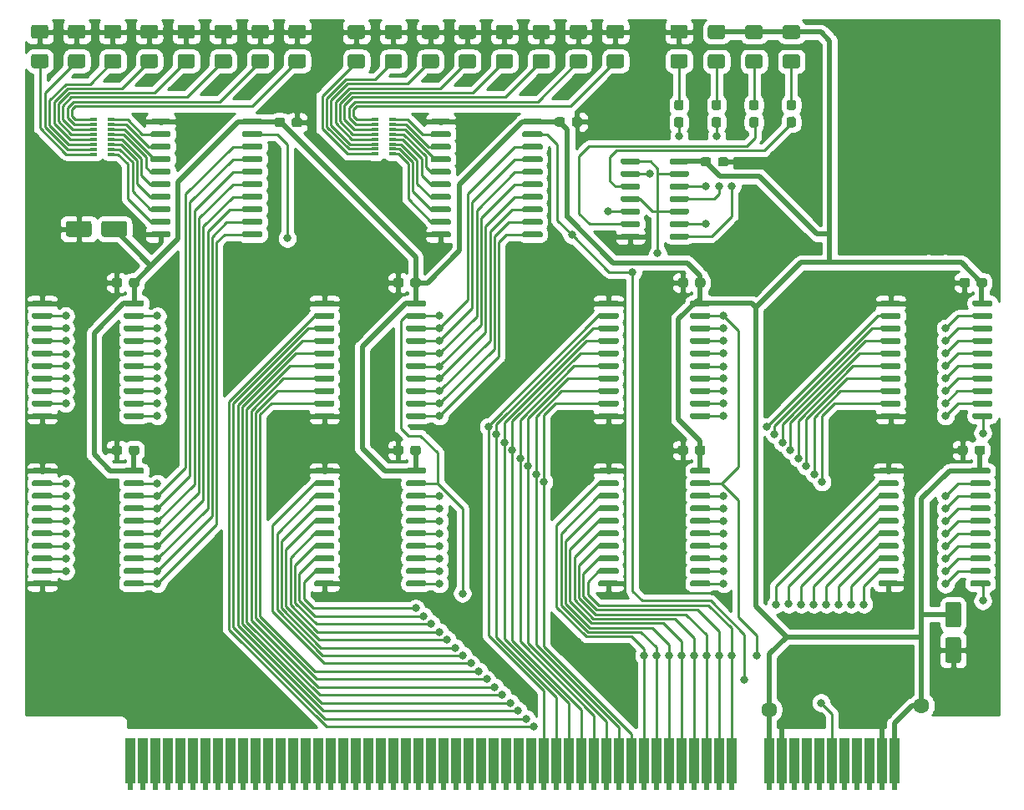
<source format=gbr>
G04 #@! TF.GenerationSoftware,KiCad,Pcbnew,(5.1.8)-1*
G04 #@! TF.CreationDate,2020-11-28T11:56:58-08:00*
G04 #@! TF.ProjectId,GPRModule,4750524d-6f64-4756-9c65-2e6b69636164,1.0*
G04 #@! TF.SameCoordinates,Original*
G04 #@! TF.FileFunction,Copper,L1,Top*
G04 #@! TF.FilePolarity,Positive*
%FSLAX46Y46*%
G04 Gerber Fmt 4.6, Leading zero omitted, Abs format (unit mm)*
G04 Created by KiCad (PCBNEW (5.1.8)-1) date 2020-11-28 11:56:58*
%MOMM*%
%LPD*%
G01*
G04 APERTURE LIST*
G04 #@! TA.AperFunction,SMDPad,CuDef*
%ADD10R,0.800000X0.300000*%
G04 #@! TD*
G04 #@! TA.AperFunction,ConnectorPad*
%ADD11R,1.020000X4.570000*%
G04 #@! TD*
G04 #@! TA.AperFunction,ConnectorPad*
%ADD12R,0.510000X0.760000*%
G04 #@! TD*
G04 #@! TA.AperFunction,ViaPad*
%ADD13C,1.600000*%
G04 #@! TD*
G04 #@! TA.AperFunction,ViaPad*
%ADD14C,0.800000*%
G04 #@! TD*
G04 #@! TA.AperFunction,Conductor*
%ADD15C,0.500000*%
G04 #@! TD*
G04 #@! TA.AperFunction,Conductor*
%ADD16C,0.250000*%
G04 #@! TD*
G04 #@! TA.AperFunction,Conductor*
%ADD17C,0.254000*%
G04 #@! TD*
G04 #@! TA.AperFunction,Conductor*
%ADD18C,0.100000*%
G04 #@! TD*
G04 APERTURE END LIST*
D10*
X101150000Y-71270000D03*
X101150000Y-70270000D03*
X101150000Y-70770000D03*
X101150000Y-69770000D03*
X101150000Y-69270000D03*
X101150000Y-68770000D03*
X99350000Y-71270000D03*
X99350000Y-70770000D03*
X99350000Y-70270000D03*
X99350000Y-69770000D03*
X99350000Y-69270000D03*
X99350000Y-68770000D03*
X101150000Y-71770000D03*
X99350000Y-71770000D03*
X101150000Y-68270000D03*
X99350000Y-68270000D03*
G04 #@! TA.AperFunction,SMDPad,CuDef*
G36*
G01*
X102425000Y-104035000D02*
X102425000Y-103735000D01*
G75*
G02*
X102575000Y-103585000I150000J0D01*
G01*
X104325000Y-103585000D01*
G75*
G02*
X104475000Y-103735000I0J-150000D01*
G01*
X104475000Y-104035000D01*
G75*
G02*
X104325000Y-104185000I-150000J0D01*
G01*
X102575000Y-104185000D01*
G75*
G02*
X102425000Y-104035000I0J150000D01*
G01*
G37*
G04 #@! TD.AperFunction*
G04 #@! TA.AperFunction,SMDPad,CuDef*
G36*
G01*
X102425000Y-105305000D02*
X102425000Y-105005000D01*
G75*
G02*
X102575000Y-104855000I150000J0D01*
G01*
X104325000Y-104855000D01*
G75*
G02*
X104475000Y-105005000I0J-150000D01*
G01*
X104475000Y-105305000D01*
G75*
G02*
X104325000Y-105455000I-150000J0D01*
G01*
X102575000Y-105455000D01*
G75*
G02*
X102425000Y-105305000I0J150000D01*
G01*
G37*
G04 #@! TD.AperFunction*
G04 #@! TA.AperFunction,SMDPad,CuDef*
G36*
G01*
X102425000Y-106575000D02*
X102425000Y-106275000D01*
G75*
G02*
X102575000Y-106125000I150000J0D01*
G01*
X104325000Y-106125000D01*
G75*
G02*
X104475000Y-106275000I0J-150000D01*
G01*
X104475000Y-106575000D01*
G75*
G02*
X104325000Y-106725000I-150000J0D01*
G01*
X102575000Y-106725000D01*
G75*
G02*
X102425000Y-106575000I0J150000D01*
G01*
G37*
G04 #@! TD.AperFunction*
G04 #@! TA.AperFunction,SMDPad,CuDef*
G36*
G01*
X102425000Y-107845000D02*
X102425000Y-107545000D01*
G75*
G02*
X102575000Y-107395000I150000J0D01*
G01*
X104325000Y-107395000D01*
G75*
G02*
X104475000Y-107545000I0J-150000D01*
G01*
X104475000Y-107845000D01*
G75*
G02*
X104325000Y-107995000I-150000J0D01*
G01*
X102575000Y-107995000D01*
G75*
G02*
X102425000Y-107845000I0J150000D01*
G01*
G37*
G04 #@! TD.AperFunction*
G04 #@! TA.AperFunction,SMDPad,CuDef*
G36*
G01*
X102425000Y-109115000D02*
X102425000Y-108815000D01*
G75*
G02*
X102575000Y-108665000I150000J0D01*
G01*
X104325000Y-108665000D01*
G75*
G02*
X104475000Y-108815000I0J-150000D01*
G01*
X104475000Y-109115000D01*
G75*
G02*
X104325000Y-109265000I-150000J0D01*
G01*
X102575000Y-109265000D01*
G75*
G02*
X102425000Y-109115000I0J150000D01*
G01*
G37*
G04 #@! TD.AperFunction*
G04 #@! TA.AperFunction,SMDPad,CuDef*
G36*
G01*
X102425000Y-110385000D02*
X102425000Y-110085000D01*
G75*
G02*
X102575000Y-109935000I150000J0D01*
G01*
X104325000Y-109935000D01*
G75*
G02*
X104475000Y-110085000I0J-150000D01*
G01*
X104475000Y-110385000D01*
G75*
G02*
X104325000Y-110535000I-150000J0D01*
G01*
X102575000Y-110535000D01*
G75*
G02*
X102425000Y-110385000I0J150000D01*
G01*
G37*
G04 #@! TD.AperFunction*
G04 #@! TA.AperFunction,SMDPad,CuDef*
G36*
G01*
X102425000Y-111655000D02*
X102425000Y-111355000D01*
G75*
G02*
X102575000Y-111205000I150000J0D01*
G01*
X104325000Y-111205000D01*
G75*
G02*
X104475000Y-111355000I0J-150000D01*
G01*
X104475000Y-111655000D01*
G75*
G02*
X104325000Y-111805000I-150000J0D01*
G01*
X102575000Y-111805000D01*
G75*
G02*
X102425000Y-111655000I0J150000D01*
G01*
G37*
G04 #@! TD.AperFunction*
G04 #@! TA.AperFunction,SMDPad,CuDef*
G36*
G01*
X102425000Y-112925000D02*
X102425000Y-112625000D01*
G75*
G02*
X102575000Y-112475000I150000J0D01*
G01*
X104325000Y-112475000D01*
G75*
G02*
X104475000Y-112625000I0J-150000D01*
G01*
X104475000Y-112925000D01*
G75*
G02*
X104325000Y-113075000I-150000J0D01*
G01*
X102575000Y-113075000D01*
G75*
G02*
X102425000Y-112925000I0J150000D01*
G01*
G37*
G04 #@! TD.AperFunction*
G04 #@! TA.AperFunction,SMDPad,CuDef*
G36*
G01*
X102425000Y-114195000D02*
X102425000Y-113895000D01*
G75*
G02*
X102575000Y-113745000I150000J0D01*
G01*
X104325000Y-113745000D01*
G75*
G02*
X104475000Y-113895000I0J-150000D01*
G01*
X104475000Y-114195000D01*
G75*
G02*
X104325000Y-114345000I-150000J0D01*
G01*
X102575000Y-114345000D01*
G75*
G02*
X102425000Y-114195000I0J150000D01*
G01*
G37*
G04 #@! TD.AperFunction*
G04 #@! TA.AperFunction,SMDPad,CuDef*
G36*
G01*
X102425000Y-115465000D02*
X102425000Y-115165000D01*
G75*
G02*
X102575000Y-115015000I150000J0D01*
G01*
X104325000Y-115015000D01*
G75*
G02*
X104475000Y-115165000I0J-150000D01*
G01*
X104475000Y-115465000D01*
G75*
G02*
X104325000Y-115615000I-150000J0D01*
G01*
X102575000Y-115615000D01*
G75*
G02*
X102425000Y-115465000I0J150000D01*
G01*
G37*
G04 #@! TD.AperFunction*
G04 #@! TA.AperFunction,SMDPad,CuDef*
G36*
G01*
X93125000Y-115465000D02*
X93125000Y-115165000D01*
G75*
G02*
X93275000Y-115015000I150000J0D01*
G01*
X95025000Y-115015000D01*
G75*
G02*
X95175000Y-115165000I0J-150000D01*
G01*
X95175000Y-115465000D01*
G75*
G02*
X95025000Y-115615000I-150000J0D01*
G01*
X93275000Y-115615000D01*
G75*
G02*
X93125000Y-115465000I0J150000D01*
G01*
G37*
G04 #@! TD.AperFunction*
G04 #@! TA.AperFunction,SMDPad,CuDef*
G36*
G01*
X93125000Y-114195000D02*
X93125000Y-113895000D01*
G75*
G02*
X93275000Y-113745000I150000J0D01*
G01*
X95025000Y-113745000D01*
G75*
G02*
X95175000Y-113895000I0J-150000D01*
G01*
X95175000Y-114195000D01*
G75*
G02*
X95025000Y-114345000I-150000J0D01*
G01*
X93275000Y-114345000D01*
G75*
G02*
X93125000Y-114195000I0J150000D01*
G01*
G37*
G04 #@! TD.AperFunction*
G04 #@! TA.AperFunction,SMDPad,CuDef*
G36*
G01*
X93125000Y-112925000D02*
X93125000Y-112625000D01*
G75*
G02*
X93275000Y-112475000I150000J0D01*
G01*
X95025000Y-112475000D01*
G75*
G02*
X95175000Y-112625000I0J-150000D01*
G01*
X95175000Y-112925000D01*
G75*
G02*
X95025000Y-113075000I-150000J0D01*
G01*
X93275000Y-113075000D01*
G75*
G02*
X93125000Y-112925000I0J150000D01*
G01*
G37*
G04 #@! TD.AperFunction*
G04 #@! TA.AperFunction,SMDPad,CuDef*
G36*
G01*
X93125000Y-111655000D02*
X93125000Y-111355000D01*
G75*
G02*
X93275000Y-111205000I150000J0D01*
G01*
X95025000Y-111205000D01*
G75*
G02*
X95175000Y-111355000I0J-150000D01*
G01*
X95175000Y-111655000D01*
G75*
G02*
X95025000Y-111805000I-150000J0D01*
G01*
X93275000Y-111805000D01*
G75*
G02*
X93125000Y-111655000I0J150000D01*
G01*
G37*
G04 #@! TD.AperFunction*
G04 #@! TA.AperFunction,SMDPad,CuDef*
G36*
G01*
X93125000Y-110385000D02*
X93125000Y-110085000D01*
G75*
G02*
X93275000Y-109935000I150000J0D01*
G01*
X95025000Y-109935000D01*
G75*
G02*
X95175000Y-110085000I0J-150000D01*
G01*
X95175000Y-110385000D01*
G75*
G02*
X95025000Y-110535000I-150000J0D01*
G01*
X93275000Y-110535000D01*
G75*
G02*
X93125000Y-110385000I0J150000D01*
G01*
G37*
G04 #@! TD.AperFunction*
G04 #@! TA.AperFunction,SMDPad,CuDef*
G36*
G01*
X93125000Y-109115000D02*
X93125000Y-108815000D01*
G75*
G02*
X93275000Y-108665000I150000J0D01*
G01*
X95025000Y-108665000D01*
G75*
G02*
X95175000Y-108815000I0J-150000D01*
G01*
X95175000Y-109115000D01*
G75*
G02*
X95025000Y-109265000I-150000J0D01*
G01*
X93275000Y-109265000D01*
G75*
G02*
X93125000Y-109115000I0J150000D01*
G01*
G37*
G04 #@! TD.AperFunction*
G04 #@! TA.AperFunction,SMDPad,CuDef*
G36*
G01*
X93125000Y-107845000D02*
X93125000Y-107545000D01*
G75*
G02*
X93275000Y-107395000I150000J0D01*
G01*
X95025000Y-107395000D01*
G75*
G02*
X95175000Y-107545000I0J-150000D01*
G01*
X95175000Y-107845000D01*
G75*
G02*
X95025000Y-107995000I-150000J0D01*
G01*
X93275000Y-107995000D01*
G75*
G02*
X93125000Y-107845000I0J150000D01*
G01*
G37*
G04 #@! TD.AperFunction*
G04 #@! TA.AperFunction,SMDPad,CuDef*
G36*
G01*
X93125000Y-106575000D02*
X93125000Y-106275000D01*
G75*
G02*
X93275000Y-106125000I150000J0D01*
G01*
X95025000Y-106125000D01*
G75*
G02*
X95175000Y-106275000I0J-150000D01*
G01*
X95175000Y-106575000D01*
G75*
G02*
X95025000Y-106725000I-150000J0D01*
G01*
X93275000Y-106725000D01*
G75*
G02*
X93125000Y-106575000I0J150000D01*
G01*
G37*
G04 #@! TD.AperFunction*
G04 #@! TA.AperFunction,SMDPad,CuDef*
G36*
G01*
X93125000Y-105305000D02*
X93125000Y-105005000D01*
G75*
G02*
X93275000Y-104855000I150000J0D01*
G01*
X95025000Y-104855000D01*
G75*
G02*
X95175000Y-105005000I0J-150000D01*
G01*
X95175000Y-105305000D01*
G75*
G02*
X95025000Y-105455000I-150000J0D01*
G01*
X93275000Y-105455000D01*
G75*
G02*
X93125000Y-105305000I0J150000D01*
G01*
G37*
G04 #@! TD.AperFunction*
G04 #@! TA.AperFunction,SMDPad,CuDef*
G36*
G01*
X93125000Y-104035000D02*
X93125000Y-103735000D01*
G75*
G02*
X93275000Y-103585000I150000J0D01*
G01*
X95025000Y-103585000D01*
G75*
G02*
X95175000Y-103735000I0J-150000D01*
G01*
X95175000Y-104035000D01*
G75*
G02*
X95025000Y-104185000I-150000J0D01*
G01*
X93275000Y-104185000D01*
G75*
G02*
X93125000Y-104035000I0J150000D01*
G01*
G37*
G04 #@! TD.AperFunction*
G04 #@! TA.AperFunction,SMDPad,CuDef*
G36*
G01*
X100675000Y-61625000D02*
X101925000Y-61625000D01*
G75*
G02*
X102175000Y-61875000I0J-250000D01*
G01*
X102175000Y-62800000D01*
G75*
G02*
X101925000Y-63050000I-250000J0D01*
G01*
X100675000Y-63050000D01*
G75*
G02*
X100425000Y-62800000I0J250000D01*
G01*
X100425000Y-61875000D01*
G75*
G02*
X100675000Y-61625000I250000J0D01*
G01*
G37*
G04 #@! TD.AperFunction*
G04 #@! TA.AperFunction,SMDPad,CuDef*
G36*
G01*
X100675000Y-58650000D02*
X101925000Y-58650000D01*
G75*
G02*
X102175000Y-58900000I0J-250000D01*
G01*
X102175000Y-59825000D01*
G75*
G02*
X101925000Y-60075000I-250000J0D01*
G01*
X100675000Y-60075000D01*
G75*
G02*
X100425000Y-59825000I0J250000D01*
G01*
X100425000Y-58900000D01*
G75*
G02*
X100675000Y-58650000I250000J0D01*
G01*
G37*
G04 #@! TD.AperFunction*
G04 #@! TA.AperFunction,SMDPad,CuDef*
G36*
G01*
X188875000Y-85037500D02*
X188875000Y-84562500D01*
G75*
G02*
X189112500Y-84325000I237500J0D01*
G01*
X189687500Y-84325000D01*
G75*
G02*
X189925000Y-84562500I0J-237500D01*
G01*
X189925000Y-85037500D01*
G75*
G02*
X189687500Y-85275000I-237500J0D01*
G01*
X189112500Y-85275000D01*
G75*
G02*
X188875000Y-85037500I0J237500D01*
G01*
G37*
G04 #@! TD.AperFunction*
G04 #@! TA.AperFunction,SMDPad,CuDef*
G36*
G01*
X187125000Y-85037500D02*
X187125000Y-84562500D01*
G75*
G02*
X187362500Y-84325000I237500J0D01*
G01*
X187937500Y-84325000D01*
G75*
G02*
X188175000Y-84562500I0J-237500D01*
G01*
X188175000Y-85037500D01*
G75*
G02*
X187937500Y-85275000I-237500J0D01*
G01*
X187362500Y-85275000D01*
G75*
G02*
X187125000Y-85037500I0J237500D01*
G01*
G37*
G04 #@! TD.AperFunction*
G04 #@! TA.AperFunction,SMDPad,CuDef*
G36*
G01*
X186925000Y-102037500D02*
X186925000Y-101562500D01*
G75*
G02*
X187162500Y-101325000I237500J0D01*
G01*
X187737500Y-101325000D01*
G75*
G02*
X187975000Y-101562500I0J-237500D01*
G01*
X187975000Y-102037500D01*
G75*
G02*
X187737500Y-102275000I-237500J0D01*
G01*
X187162500Y-102275000D01*
G75*
G02*
X186925000Y-102037500I0J237500D01*
G01*
G37*
G04 #@! TD.AperFunction*
G04 #@! TA.AperFunction,SMDPad,CuDef*
G36*
G01*
X188675000Y-102037500D02*
X188675000Y-101562500D01*
G75*
G02*
X188912500Y-101325000I237500J0D01*
G01*
X189487500Y-101325000D01*
G75*
G02*
X189725000Y-101562500I0J-237500D01*
G01*
X189725000Y-102037500D01*
G75*
G02*
X189487500Y-102275000I-237500J0D01*
G01*
X188912500Y-102275000D01*
G75*
G02*
X188675000Y-102037500I0J237500D01*
G01*
G37*
G04 #@! TD.AperFunction*
G04 #@! TA.AperFunction,SMDPad,CuDef*
G36*
G01*
X158575000Y-102037500D02*
X158575000Y-101562500D01*
G75*
G02*
X158812500Y-101325000I237500J0D01*
G01*
X159387500Y-101325000D01*
G75*
G02*
X159625000Y-101562500I0J-237500D01*
G01*
X159625000Y-102037500D01*
G75*
G02*
X159387500Y-102275000I-237500J0D01*
G01*
X158812500Y-102275000D01*
G75*
G02*
X158575000Y-102037500I0J237500D01*
G01*
G37*
G04 #@! TD.AperFunction*
G04 #@! TA.AperFunction,SMDPad,CuDef*
G36*
G01*
X160325000Y-102037500D02*
X160325000Y-101562500D01*
G75*
G02*
X160562500Y-101325000I237500J0D01*
G01*
X161137500Y-101325000D01*
G75*
G02*
X161375000Y-101562500I0J-237500D01*
G01*
X161375000Y-102037500D01*
G75*
G02*
X161137500Y-102275000I-237500J0D01*
G01*
X160562500Y-102275000D01*
G75*
G02*
X160325000Y-102037500I0J237500D01*
G01*
G37*
G04 #@! TD.AperFunction*
G04 #@! TA.AperFunction,SMDPad,CuDef*
G36*
G01*
X160330000Y-85037500D02*
X160330000Y-84562500D01*
G75*
G02*
X160567500Y-84325000I237500J0D01*
G01*
X161142500Y-84325000D01*
G75*
G02*
X161380000Y-84562500I0J-237500D01*
G01*
X161380000Y-85037500D01*
G75*
G02*
X161142500Y-85275000I-237500J0D01*
G01*
X160567500Y-85275000D01*
G75*
G02*
X160330000Y-85037500I0J237500D01*
G01*
G37*
G04 #@! TD.AperFunction*
G04 #@! TA.AperFunction,SMDPad,CuDef*
G36*
G01*
X158580000Y-85037500D02*
X158580000Y-84562500D01*
G75*
G02*
X158817500Y-84325000I237500J0D01*
G01*
X159392500Y-84325000D01*
G75*
G02*
X159630000Y-84562500I0J-237500D01*
G01*
X159630000Y-85037500D01*
G75*
G02*
X159392500Y-85275000I-237500J0D01*
G01*
X158817500Y-85275000D01*
G75*
G02*
X158580000Y-85037500I0J237500D01*
G01*
G37*
G04 #@! TD.AperFunction*
G04 #@! TA.AperFunction,SMDPad,CuDef*
G36*
G01*
X129725000Y-102037500D02*
X129725000Y-101562500D01*
G75*
G02*
X129962500Y-101325000I237500J0D01*
G01*
X130537500Y-101325000D01*
G75*
G02*
X130775000Y-101562500I0J-237500D01*
G01*
X130775000Y-102037500D01*
G75*
G02*
X130537500Y-102275000I-237500J0D01*
G01*
X129962500Y-102275000D01*
G75*
G02*
X129725000Y-102037500I0J237500D01*
G01*
G37*
G04 #@! TD.AperFunction*
G04 #@! TA.AperFunction,SMDPad,CuDef*
G36*
G01*
X131475000Y-102037500D02*
X131475000Y-101562500D01*
G75*
G02*
X131712500Y-101325000I237500J0D01*
G01*
X132287500Y-101325000D01*
G75*
G02*
X132525000Y-101562500I0J-237500D01*
G01*
X132525000Y-102037500D01*
G75*
G02*
X132287500Y-102275000I-237500J0D01*
G01*
X131712500Y-102275000D01*
G75*
G02*
X131475000Y-102037500I0J237500D01*
G01*
G37*
G04 #@! TD.AperFunction*
G04 #@! TA.AperFunction,SMDPad,CuDef*
G36*
G01*
X131475000Y-85037500D02*
X131475000Y-84562500D01*
G75*
G02*
X131712500Y-84325000I237500J0D01*
G01*
X132287500Y-84325000D01*
G75*
G02*
X132525000Y-84562500I0J-237500D01*
G01*
X132525000Y-85037500D01*
G75*
G02*
X132287500Y-85275000I-237500J0D01*
G01*
X131712500Y-85275000D01*
G75*
G02*
X131475000Y-85037500I0J237500D01*
G01*
G37*
G04 #@! TD.AperFunction*
G04 #@! TA.AperFunction,SMDPad,CuDef*
G36*
G01*
X129725000Y-85037500D02*
X129725000Y-84562500D01*
G75*
G02*
X129962500Y-84325000I237500J0D01*
G01*
X130537500Y-84325000D01*
G75*
G02*
X130775000Y-84562500I0J-237500D01*
G01*
X130775000Y-85037500D01*
G75*
G02*
X130537500Y-85275000I-237500J0D01*
G01*
X129962500Y-85275000D01*
G75*
G02*
X129725000Y-85037500I0J237500D01*
G01*
G37*
G04 #@! TD.AperFunction*
G04 #@! TA.AperFunction,SMDPad,CuDef*
G36*
G01*
X101200000Y-102037500D02*
X101200000Y-101562500D01*
G75*
G02*
X101437500Y-101325000I237500J0D01*
G01*
X102012500Y-101325000D01*
G75*
G02*
X102250000Y-101562500I0J-237500D01*
G01*
X102250000Y-102037500D01*
G75*
G02*
X102012500Y-102275000I-237500J0D01*
G01*
X101437500Y-102275000D01*
G75*
G02*
X101200000Y-102037500I0J237500D01*
G01*
G37*
G04 #@! TD.AperFunction*
G04 #@! TA.AperFunction,SMDPad,CuDef*
G36*
G01*
X102950000Y-102037500D02*
X102950000Y-101562500D01*
G75*
G02*
X103187500Y-101325000I237500J0D01*
G01*
X103762500Y-101325000D01*
G75*
G02*
X104000000Y-101562500I0J-237500D01*
G01*
X104000000Y-102037500D01*
G75*
G02*
X103762500Y-102275000I-237500J0D01*
G01*
X103187500Y-102275000D01*
G75*
G02*
X102950000Y-102037500I0J237500D01*
G01*
G37*
G04 #@! TD.AperFunction*
G04 #@! TA.AperFunction,SMDPad,CuDef*
G36*
G01*
X101200000Y-85037500D02*
X101200000Y-84562500D01*
G75*
G02*
X101437500Y-84325000I237500J0D01*
G01*
X102012500Y-84325000D01*
G75*
G02*
X102250000Y-84562500I0J-237500D01*
G01*
X102250000Y-85037500D01*
G75*
G02*
X102012500Y-85275000I-237500J0D01*
G01*
X101437500Y-85275000D01*
G75*
G02*
X101200000Y-85037500I0J237500D01*
G01*
G37*
G04 #@! TD.AperFunction*
G04 #@! TA.AperFunction,SMDPad,CuDef*
G36*
G01*
X102950000Y-85037500D02*
X102950000Y-84562500D01*
G75*
G02*
X103187500Y-84325000I237500J0D01*
G01*
X103762500Y-84325000D01*
G75*
G02*
X104000000Y-84562500I0J-237500D01*
G01*
X104000000Y-85037500D01*
G75*
G02*
X103762500Y-85275000I-237500J0D01*
G01*
X103187500Y-85275000D01*
G75*
G02*
X102950000Y-85037500I0J237500D01*
G01*
G37*
G04 #@! TD.AperFunction*
G04 #@! TA.AperFunction,SMDPad,CuDef*
G36*
G01*
X118750000Y-68312500D02*
X118750000Y-68787500D01*
G75*
G02*
X118512500Y-69025000I-237500J0D01*
G01*
X117937500Y-69025000D01*
G75*
G02*
X117700000Y-68787500I0J237500D01*
G01*
X117700000Y-68312500D01*
G75*
G02*
X117937500Y-68075000I237500J0D01*
G01*
X118512500Y-68075000D01*
G75*
G02*
X118750000Y-68312500I0J-237500D01*
G01*
G37*
G04 #@! TD.AperFunction*
G04 #@! TA.AperFunction,SMDPad,CuDef*
G36*
G01*
X120500000Y-68312500D02*
X120500000Y-68787500D01*
G75*
G02*
X120262500Y-69025000I-237500J0D01*
G01*
X119687500Y-69025000D01*
G75*
G02*
X119450000Y-68787500I0J237500D01*
G01*
X119450000Y-68312500D01*
G75*
G02*
X119687500Y-68075000I237500J0D01*
G01*
X120262500Y-68075000D01*
G75*
G02*
X120500000Y-68312500I0J-237500D01*
G01*
G37*
G04 #@! TD.AperFunction*
G04 #@! TA.AperFunction,SMDPad,CuDef*
G36*
G01*
X148900000Y-68262500D02*
X148900000Y-68737500D01*
G75*
G02*
X148662500Y-68975000I-237500J0D01*
G01*
X148087500Y-68975000D01*
G75*
G02*
X147850000Y-68737500I0J237500D01*
G01*
X147850000Y-68262500D01*
G75*
G02*
X148087500Y-68025000I237500J0D01*
G01*
X148662500Y-68025000D01*
G75*
G02*
X148900000Y-68262500I0J-237500D01*
G01*
G37*
G04 #@! TD.AperFunction*
G04 #@! TA.AperFunction,SMDPad,CuDef*
G36*
G01*
X147150000Y-68262500D02*
X147150000Y-68737500D01*
G75*
G02*
X146912500Y-68975000I-237500J0D01*
G01*
X146337500Y-68975000D01*
G75*
G02*
X146100000Y-68737500I0J237500D01*
G01*
X146100000Y-68262500D01*
G75*
G02*
X146337500Y-68025000I237500J0D01*
G01*
X146912500Y-68025000D01*
G75*
G02*
X147150000Y-68262500I0J-237500D01*
G01*
G37*
G04 #@! TD.AperFunction*
G04 #@! TA.AperFunction,SMDPad,CuDef*
G36*
G01*
X161950000Y-72312500D02*
X161950000Y-72787500D01*
G75*
G02*
X161712500Y-73025000I-237500J0D01*
G01*
X161137500Y-73025000D01*
G75*
G02*
X160900000Y-72787500I0J237500D01*
G01*
X160900000Y-72312500D01*
G75*
G02*
X161137500Y-72075000I237500J0D01*
G01*
X161712500Y-72075000D01*
G75*
G02*
X161950000Y-72312500I0J-237500D01*
G01*
G37*
G04 #@! TD.AperFunction*
G04 #@! TA.AperFunction,SMDPad,CuDef*
G36*
G01*
X163700000Y-72312500D02*
X163700000Y-72787500D01*
G75*
G02*
X163462500Y-73025000I-237500J0D01*
G01*
X162887500Y-73025000D01*
G75*
G02*
X162650000Y-72787500I0J237500D01*
G01*
X162650000Y-72312500D01*
G75*
G02*
X162887500Y-72075000I237500J0D01*
G01*
X163462500Y-72075000D01*
G75*
G02*
X163700000Y-72312500I0J-237500D01*
G01*
G37*
G04 #@! TD.AperFunction*
G04 #@! TA.AperFunction,SMDPad,CuDef*
G36*
G01*
X151625000Y-58650000D02*
X152875000Y-58650000D01*
G75*
G02*
X153125000Y-58900000I0J-250000D01*
G01*
X153125000Y-59825000D01*
G75*
G02*
X152875000Y-60075000I-250000J0D01*
G01*
X151625000Y-60075000D01*
G75*
G02*
X151375000Y-59825000I0J250000D01*
G01*
X151375000Y-58900000D01*
G75*
G02*
X151625000Y-58650000I250000J0D01*
G01*
G37*
G04 #@! TD.AperFunction*
G04 #@! TA.AperFunction,SMDPad,CuDef*
G36*
G01*
X151625000Y-61625000D02*
X152875000Y-61625000D01*
G75*
G02*
X153125000Y-61875000I0J-250000D01*
G01*
X153125000Y-62800000D01*
G75*
G02*
X152875000Y-63050000I-250000J0D01*
G01*
X151625000Y-63050000D01*
G75*
G02*
X151375000Y-62800000I0J250000D01*
G01*
X151375000Y-61875000D01*
G75*
G02*
X151625000Y-61625000I250000J0D01*
G01*
G37*
G04 #@! TD.AperFunction*
G04 #@! TA.AperFunction,SMDPad,CuDef*
G36*
G01*
X147875000Y-58662500D02*
X149125000Y-58662500D01*
G75*
G02*
X149375000Y-58912500I0J-250000D01*
G01*
X149375000Y-59837500D01*
G75*
G02*
X149125000Y-60087500I-250000J0D01*
G01*
X147875000Y-60087500D01*
G75*
G02*
X147625000Y-59837500I0J250000D01*
G01*
X147625000Y-58912500D01*
G75*
G02*
X147875000Y-58662500I250000J0D01*
G01*
G37*
G04 #@! TD.AperFunction*
G04 #@! TA.AperFunction,SMDPad,CuDef*
G36*
G01*
X147875000Y-61637500D02*
X149125000Y-61637500D01*
G75*
G02*
X149375000Y-61887500I0J-250000D01*
G01*
X149375000Y-62812500D01*
G75*
G02*
X149125000Y-63062500I-250000J0D01*
G01*
X147875000Y-63062500D01*
G75*
G02*
X147625000Y-62812500I0J250000D01*
G01*
X147625000Y-61887500D01*
G75*
G02*
X147875000Y-61637500I250000J0D01*
G01*
G37*
G04 #@! TD.AperFunction*
G04 #@! TA.AperFunction,SMDPad,CuDef*
G36*
G01*
X144125000Y-61637500D02*
X145375000Y-61637500D01*
G75*
G02*
X145625000Y-61887500I0J-250000D01*
G01*
X145625000Y-62812500D01*
G75*
G02*
X145375000Y-63062500I-250000J0D01*
G01*
X144125000Y-63062500D01*
G75*
G02*
X143875000Y-62812500I0J250000D01*
G01*
X143875000Y-61887500D01*
G75*
G02*
X144125000Y-61637500I250000J0D01*
G01*
G37*
G04 #@! TD.AperFunction*
G04 #@! TA.AperFunction,SMDPad,CuDef*
G36*
G01*
X144125000Y-58662500D02*
X145375000Y-58662500D01*
G75*
G02*
X145625000Y-58912500I0J-250000D01*
G01*
X145625000Y-59837500D01*
G75*
G02*
X145375000Y-60087500I-250000J0D01*
G01*
X144125000Y-60087500D01*
G75*
G02*
X143875000Y-59837500I0J250000D01*
G01*
X143875000Y-58912500D01*
G75*
G02*
X144125000Y-58662500I250000J0D01*
G01*
G37*
G04 #@! TD.AperFunction*
G04 #@! TA.AperFunction,SMDPad,CuDef*
G36*
G01*
X140375000Y-61637500D02*
X141625000Y-61637500D01*
G75*
G02*
X141875000Y-61887500I0J-250000D01*
G01*
X141875000Y-62812500D01*
G75*
G02*
X141625000Y-63062500I-250000J0D01*
G01*
X140375000Y-63062500D01*
G75*
G02*
X140125000Y-62812500I0J250000D01*
G01*
X140125000Y-61887500D01*
G75*
G02*
X140375000Y-61637500I250000J0D01*
G01*
G37*
G04 #@! TD.AperFunction*
G04 #@! TA.AperFunction,SMDPad,CuDef*
G36*
G01*
X140375000Y-58662500D02*
X141625000Y-58662500D01*
G75*
G02*
X141875000Y-58912500I0J-250000D01*
G01*
X141875000Y-59837500D01*
G75*
G02*
X141625000Y-60087500I-250000J0D01*
G01*
X140375000Y-60087500D01*
G75*
G02*
X140125000Y-59837500I0J250000D01*
G01*
X140125000Y-58912500D01*
G75*
G02*
X140375000Y-58662500I250000J0D01*
G01*
G37*
G04 #@! TD.AperFunction*
G04 #@! TA.AperFunction,SMDPad,CuDef*
G36*
G01*
X136625000Y-58662500D02*
X137875000Y-58662500D01*
G75*
G02*
X138125000Y-58912500I0J-250000D01*
G01*
X138125000Y-59837500D01*
G75*
G02*
X137875000Y-60087500I-250000J0D01*
G01*
X136625000Y-60087500D01*
G75*
G02*
X136375000Y-59837500I0J250000D01*
G01*
X136375000Y-58912500D01*
G75*
G02*
X136625000Y-58662500I250000J0D01*
G01*
G37*
G04 #@! TD.AperFunction*
G04 #@! TA.AperFunction,SMDPad,CuDef*
G36*
G01*
X136625000Y-61637500D02*
X137875000Y-61637500D01*
G75*
G02*
X138125000Y-61887500I0J-250000D01*
G01*
X138125000Y-62812500D01*
G75*
G02*
X137875000Y-63062500I-250000J0D01*
G01*
X136625000Y-63062500D01*
G75*
G02*
X136375000Y-62812500I0J250000D01*
G01*
X136375000Y-61887500D01*
G75*
G02*
X136625000Y-61637500I250000J0D01*
G01*
G37*
G04 #@! TD.AperFunction*
G04 #@! TA.AperFunction,SMDPad,CuDef*
G36*
G01*
X132875000Y-58662500D02*
X134125000Y-58662500D01*
G75*
G02*
X134375000Y-58912500I0J-250000D01*
G01*
X134375000Y-59837500D01*
G75*
G02*
X134125000Y-60087500I-250000J0D01*
G01*
X132875000Y-60087500D01*
G75*
G02*
X132625000Y-59837500I0J250000D01*
G01*
X132625000Y-58912500D01*
G75*
G02*
X132875000Y-58662500I250000J0D01*
G01*
G37*
G04 #@! TD.AperFunction*
G04 #@! TA.AperFunction,SMDPad,CuDef*
G36*
G01*
X132875000Y-61637500D02*
X134125000Y-61637500D01*
G75*
G02*
X134375000Y-61887500I0J-250000D01*
G01*
X134375000Y-62812500D01*
G75*
G02*
X134125000Y-63062500I-250000J0D01*
G01*
X132875000Y-63062500D01*
G75*
G02*
X132625000Y-62812500I0J250000D01*
G01*
X132625000Y-61887500D01*
G75*
G02*
X132875000Y-61637500I250000J0D01*
G01*
G37*
G04 #@! TD.AperFunction*
G04 #@! TA.AperFunction,SMDPad,CuDef*
G36*
G01*
X129125000Y-61637500D02*
X130375000Y-61637500D01*
G75*
G02*
X130625000Y-61887500I0J-250000D01*
G01*
X130625000Y-62812500D01*
G75*
G02*
X130375000Y-63062500I-250000J0D01*
G01*
X129125000Y-63062500D01*
G75*
G02*
X128875000Y-62812500I0J250000D01*
G01*
X128875000Y-61887500D01*
G75*
G02*
X129125000Y-61637500I250000J0D01*
G01*
G37*
G04 #@! TD.AperFunction*
G04 #@! TA.AperFunction,SMDPad,CuDef*
G36*
G01*
X129125000Y-58662500D02*
X130375000Y-58662500D01*
G75*
G02*
X130625000Y-58912500I0J-250000D01*
G01*
X130625000Y-59837500D01*
G75*
G02*
X130375000Y-60087500I-250000J0D01*
G01*
X129125000Y-60087500D01*
G75*
G02*
X128875000Y-59837500I0J250000D01*
G01*
X128875000Y-58912500D01*
G75*
G02*
X129125000Y-58662500I250000J0D01*
G01*
G37*
G04 #@! TD.AperFunction*
G04 #@! TA.AperFunction,SMDPad,CuDef*
G36*
G01*
X125375000Y-58662500D02*
X126625000Y-58662500D01*
G75*
G02*
X126875000Y-58912500I0J-250000D01*
G01*
X126875000Y-59837500D01*
G75*
G02*
X126625000Y-60087500I-250000J0D01*
G01*
X125375000Y-60087500D01*
G75*
G02*
X125125000Y-59837500I0J250000D01*
G01*
X125125000Y-58912500D01*
G75*
G02*
X125375000Y-58662500I250000J0D01*
G01*
G37*
G04 #@! TD.AperFunction*
G04 #@! TA.AperFunction,SMDPad,CuDef*
G36*
G01*
X125375000Y-61637500D02*
X126625000Y-61637500D01*
G75*
G02*
X126875000Y-61887500I0J-250000D01*
G01*
X126875000Y-62812500D01*
G75*
G02*
X126625000Y-63062500I-250000J0D01*
G01*
X125375000Y-63062500D01*
G75*
G02*
X125125000Y-62812500I0J250000D01*
G01*
X125125000Y-61887500D01*
G75*
G02*
X125375000Y-61637500I250000J0D01*
G01*
G37*
G04 #@! TD.AperFunction*
G04 #@! TA.AperFunction,SMDPad,CuDef*
G36*
G01*
X119375000Y-61625000D02*
X120625000Y-61625000D01*
G75*
G02*
X120875000Y-61875000I0J-250000D01*
G01*
X120875000Y-62800000D01*
G75*
G02*
X120625000Y-63050000I-250000J0D01*
G01*
X119375000Y-63050000D01*
G75*
G02*
X119125000Y-62800000I0J250000D01*
G01*
X119125000Y-61875000D01*
G75*
G02*
X119375000Y-61625000I250000J0D01*
G01*
G37*
G04 #@! TD.AperFunction*
G04 #@! TA.AperFunction,SMDPad,CuDef*
G36*
G01*
X119375000Y-58650000D02*
X120625000Y-58650000D01*
G75*
G02*
X120875000Y-58900000I0J-250000D01*
G01*
X120875000Y-59825000D01*
G75*
G02*
X120625000Y-60075000I-250000J0D01*
G01*
X119375000Y-60075000D01*
G75*
G02*
X119125000Y-59825000I0J250000D01*
G01*
X119125000Y-58900000D01*
G75*
G02*
X119375000Y-58650000I250000J0D01*
G01*
G37*
G04 #@! TD.AperFunction*
G04 #@! TA.AperFunction,SMDPad,CuDef*
G36*
G01*
X115625000Y-61625000D02*
X116875000Y-61625000D01*
G75*
G02*
X117125000Y-61875000I0J-250000D01*
G01*
X117125000Y-62800000D01*
G75*
G02*
X116875000Y-63050000I-250000J0D01*
G01*
X115625000Y-63050000D01*
G75*
G02*
X115375000Y-62800000I0J250000D01*
G01*
X115375000Y-61875000D01*
G75*
G02*
X115625000Y-61625000I250000J0D01*
G01*
G37*
G04 #@! TD.AperFunction*
G04 #@! TA.AperFunction,SMDPad,CuDef*
G36*
G01*
X115625000Y-58650000D02*
X116875000Y-58650000D01*
G75*
G02*
X117125000Y-58900000I0J-250000D01*
G01*
X117125000Y-59825000D01*
G75*
G02*
X116875000Y-60075000I-250000J0D01*
G01*
X115625000Y-60075000D01*
G75*
G02*
X115375000Y-59825000I0J250000D01*
G01*
X115375000Y-58900000D01*
G75*
G02*
X115625000Y-58650000I250000J0D01*
G01*
G37*
G04 #@! TD.AperFunction*
G04 #@! TA.AperFunction,SMDPad,CuDef*
G36*
G01*
X111875000Y-58650000D02*
X113125000Y-58650000D01*
G75*
G02*
X113375000Y-58900000I0J-250000D01*
G01*
X113375000Y-59825000D01*
G75*
G02*
X113125000Y-60075000I-250000J0D01*
G01*
X111875000Y-60075000D01*
G75*
G02*
X111625000Y-59825000I0J250000D01*
G01*
X111625000Y-58900000D01*
G75*
G02*
X111875000Y-58650000I250000J0D01*
G01*
G37*
G04 #@! TD.AperFunction*
G04 #@! TA.AperFunction,SMDPad,CuDef*
G36*
G01*
X111875000Y-61625000D02*
X113125000Y-61625000D01*
G75*
G02*
X113375000Y-61875000I0J-250000D01*
G01*
X113375000Y-62800000D01*
G75*
G02*
X113125000Y-63050000I-250000J0D01*
G01*
X111875000Y-63050000D01*
G75*
G02*
X111625000Y-62800000I0J250000D01*
G01*
X111625000Y-61875000D01*
G75*
G02*
X111875000Y-61625000I250000J0D01*
G01*
G37*
G04 #@! TD.AperFunction*
G04 #@! TA.AperFunction,SMDPad,CuDef*
G36*
G01*
X108125000Y-61625000D02*
X109375000Y-61625000D01*
G75*
G02*
X109625000Y-61875000I0J-250000D01*
G01*
X109625000Y-62800000D01*
G75*
G02*
X109375000Y-63050000I-250000J0D01*
G01*
X108125000Y-63050000D01*
G75*
G02*
X107875000Y-62800000I0J250000D01*
G01*
X107875000Y-61875000D01*
G75*
G02*
X108125000Y-61625000I250000J0D01*
G01*
G37*
G04 #@! TD.AperFunction*
G04 #@! TA.AperFunction,SMDPad,CuDef*
G36*
G01*
X108125000Y-58650000D02*
X109375000Y-58650000D01*
G75*
G02*
X109625000Y-58900000I0J-250000D01*
G01*
X109625000Y-59825000D01*
G75*
G02*
X109375000Y-60075000I-250000J0D01*
G01*
X108125000Y-60075000D01*
G75*
G02*
X107875000Y-59825000I0J250000D01*
G01*
X107875000Y-58900000D01*
G75*
G02*
X108125000Y-58650000I250000J0D01*
G01*
G37*
G04 #@! TD.AperFunction*
G04 #@! TA.AperFunction,SMDPad,CuDef*
G36*
G01*
X104375000Y-58650000D02*
X105625000Y-58650000D01*
G75*
G02*
X105875000Y-58900000I0J-250000D01*
G01*
X105875000Y-59825000D01*
G75*
G02*
X105625000Y-60075000I-250000J0D01*
G01*
X104375000Y-60075000D01*
G75*
G02*
X104125000Y-59825000I0J250000D01*
G01*
X104125000Y-58900000D01*
G75*
G02*
X104375000Y-58650000I250000J0D01*
G01*
G37*
G04 #@! TD.AperFunction*
G04 #@! TA.AperFunction,SMDPad,CuDef*
G36*
G01*
X104375000Y-61625000D02*
X105625000Y-61625000D01*
G75*
G02*
X105875000Y-61875000I0J-250000D01*
G01*
X105875000Y-62800000D01*
G75*
G02*
X105625000Y-63050000I-250000J0D01*
G01*
X104375000Y-63050000D01*
G75*
G02*
X104125000Y-62800000I0J250000D01*
G01*
X104125000Y-61875000D01*
G75*
G02*
X104375000Y-61625000I250000J0D01*
G01*
G37*
G04 #@! TD.AperFunction*
G04 #@! TA.AperFunction,SMDPad,CuDef*
G36*
G01*
X97025000Y-58650000D02*
X98275000Y-58650000D01*
G75*
G02*
X98525000Y-58900000I0J-250000D01*
G01*
X98525000Y-59825000D01*
G75*
G02*
X98275000Y-60075000I-250000J0D01*
G01*
X97025000Y-60075000D01*
G75*
G02*
X96775000Y-59825000I0J250000D01*
G01*
X96775000Y-58900000D01*
G75*
G02*
X97025000Y-58650000I250000J0D01*
G01*
G37*
G04 #@! TD.AperFunction*
G04 #@! TA.AperFunction,SMDPad,CuDef*
G36*
G01*
X97025000Y-61625000D02*
X98275000Y-61625000D01*
G75*
G02*
X98525000Y-61875000I0J-250000D01*
G01*
X98525000Y-62800000D01*
G75*
G02*
X98275000Y-63050000I-250000J0D01*
G01*
X97025000Y-63050000D01*
G75*
G02*
X96775000Y-62800000I0J250000D01*
G01*
X96775000Y-61875000D01*
G75*
G02*
X97025000Y-61625000I250000J0D01*
G01*
G37*
G04 #@! TD.AperFunction*
G04 #@! TA.AperFunction,SMDPad,CuDef*
G36*
G01*
X93275000Y-61625000D02*
X94525000Y-61625000D01*
G75*
G02*
X94775000Y-61875000I0J-250000D01*
G01*
X94775000Y-62800000D01*
G75*
G02*
X94525000Y-63050000I-250000J0D01*
G01*
X93275000Y-63050000D01*
G75*
G02*
X93025000Y-62800000I0J250000D01*
G01*
X93025000Y-61875000D01*
G75*
G02*
X93275000Y-61625000I250000J0D01*
G01*
G37*
G04 #@! TD.AperFunction*
G04 #@! TA.AperFunction,SMDPad,CuDef*
G36*
G01*
X93275000Y-58650000D02*
X94525000Y-58650000D01*
G75*
G02*
X94775000Y-58900000I0J-250000D01*
G01*
X94775000Y-59825000D01*
G75*
G02*
X94525000Y-60075000I-250000J0D01*
G01*
X93275000Y-60075000D01*
G75*
G02*
X93025000Y-59825000I0J250000D01*
G01*
X93025000Y-58900000D01*
G75*
G02*
X93275000Y-58650000I250000J0D01*
G01*
G37*
G04 #@! TD.AperFunction*
G04 #@! TA.AperFunction,SMDPad,CuDef*
G36*
G01*
X170725000Y-60097500D02*
X169475000Y-60097500D01*
G75*
G02*
X169225000Y-59847500I0J250000D01*
G01*
X169225000Y-58922500D01*
G75*
G02*
X169475000Y-58672500I250000J0D01*
G01*
X170725000Y-58672500D01*
G75*
G02*
X170975000Y-58922500I0J-250000D01*
G01*
X170975000Y-59847500D01*
G75*
G02*
X170725000Y-60097500I-250000J0D01*
G01*
G37*
G04 #@! TD.AperFunction*
G04 #@! TA.AperFunction,SMDPad,CuDef*
G36*
G01*
X170725000Y-63072500D02*
X169475000Y-63072500D01*
G75*
G02*
X169225000Y-62822500I0J250000D01*
G01*
X169225000Y-61897500D01*
G75*
G02*
X169475000Y-61647500I250000J0D01*
G01*
X170725000Y-61647500D01*
G75*
G02*
X170975000Y-61897500I0J-250000D01*
G01*
X170975000Y-62822500D01*
G75*
G02*
X170725000Y-63072500I-250000J0D01*
G01*
G37*
G04 #@! TD.AperFunction*
G04 #@! TA.AperFunction,SMDPad,CuDef*
G36*
G01*
X166925000Y-63072500D02*
X165675000Y-63072500D01*
G75*
G02*
X165425000Y-62822500I0J250000D01*
G01*
X165425000Y-61897500D01*
G75*
G02*
X165675000Y-61647500I250000J0D01*
G01*
X166925000Y-61647500D01*
G75*
G02*
X167175000Y-61897500I0J-250000D01*
G01*
X167175000Y-62822500D01*
G75*
G02*
X166925000Y-63072500I-250000J0D01*
G01*
G37*
G04 #@! TD.AperFunction*
G04 #@! TA.AperFunction,SMDPad,CuDef*
G36*
G01*
X166925000Y-60097500D02*
X165675000Y-60097500D01*
G75*
G02*
X165425000Y-59847500I0J250000D01*
G01*
X165425000Y-58922500D01*
G75*
G02*
X165675000Y-58672500I250000J0D01*
G01*
X166925000Y-58672500D01*
G75*
G02*
X167175000Y-58922500I0J-250000D01*
G01*
X167175000Y-59847500D01*
G75*
G02*
X166925000Y-60097500I-250000J0D01*
G01*
G37*
G04 #@! TD.AperFunction*
G04 #@! TA.AperFunction,SMDPad,CuDef*
G36*
G01*
X163125000Y-60097500D02*
X161875000Y-60097500D01*
G75*
G02*
X161625000Y-59847500I0J250000D01*
G01*
X161625000Y-58922500D01*
G75*
G02*
X161875000Y-58672500I250000J0D01*
G01*
X163125000Y-58672500D01*
G75*
G02*
X163375000Y-58922500I0J-250000D01*
G01*
X163375000Y-59847500D01*
G75*
G02*
X163125000Y-60097500I-250000J0D01*
G01*
G37*
G04 #@! TD.AperFunction*
G04 #@! TA.AperFunction,SMDPad,CuDef*
G36*
G01*
X163125000Y-63072500D02*
X161875000Y-63072500D01*
G75*
G02*
X161625000Y-62822500I0J250000D01*
G01*
X161625000Y-61897500D01*
G75*
G02*
X161875000Y-61647500I250000J0D01*
G01*
X163125000Y-61647500D01*
G75*
G02*
X163375000Y-61897500I0J-250000D01*
G01*
X163375000Y-62822500D01*
G75*
G02*
X163125000Y-63072500I-250000J0D01*
G01*
G37*
G04 #@! TD.AperFunction*
G04 #@! TA.AperFunction,SMDPad,CuDef*
G36*
G01*
X158075000Y-58647500D02*
X159325000Y-58647500D01*
G75*
G02*
X159575000Y-58897500I0J-250000D01*
G01*
X159575000Y-59822500D01*
G75*
G02*
X159325000Y-60072500I-250000J0D01*
G01*
X158075000Y-60072500D01*
G75*
G02*
X157825000Y-59822500I0J250000D01*
G01*
X157825000Y-58897500D01*
G75*
G02*
X158075000Y-58647500I250000J0D01*
G01*
G37*
G04 #@! TD.AperFunction*
G04 #@! TA.AperFunction,SMDPad,CuDef*
G36*
G01*
X158075000Y-61622500D02*
X159325000Y-61622500D01*
G75*
G02*
X159575000Y-61872500I0J-250000D01*
G01*
X159575000Y-62797500D01*
G75*
G02*
X159325000Y-63047500I-250000J0D01*
G01*
X158075000Y-63047500D01*
G75*
G02*
X157825000Y-62797500I0J250000D01*
G01*
X157825000Y-61872500D01*
G75*
G02*
X158075000Y-61622500I250000J0D01*
G01*
G37*
G04 #@! TD.AperFunction*
D11*
X103070000Y-133270000D03*
X104340000Y-133270000D03*
X105600000Y-133270000D03*
X106880000Y-133270000D03*
X108150000Y-133270000D03*
X109420000Y-133270000D03*
X110690000Y-133270000D03*
X111960000Y-133270000D03*
X113230000Y-133270000D03*
X114500000Y-133270000D03*
X115770000Y-133270000D03*
X117030000Y-133270000D03*
X118310000Y-133270000D03*
X119580000Y-133270000D03*
X120850000Y-133270000D03*
X122120000Y-133270000D03*
X123390000Y-133270000D03*
X124660000Y-133270000D03*
X125920000Y-133270000D03*
X127200000Y-133270000D03*
X128460000Y-133270000D03*
X129740000Y-133270000D03*
X131010000Y-133270000D03*
X132280000Y-133270000D03*
X133550000Y-133270000D03*
X134820000Y-133270000D03*
X136090000Y-133270000D03*
X137360000Y-133270000D03*
X138630000Y-133270000D03*
X139900000Y-133270000D03*
X141170000Y-133270000D03*
X142440000Y-133270000D03*
X143710000Y-133270000D03*
X144980000Y-133270000D03*
X146250000Y-133270000D03*
X147520000Y-133270000D03*
X148790000Y-133270000D03*
X150060000Y-133270000D03*
X151330000Y-133270000D03*
X152600000Y-133270000D03*
X153870000Y-133270000D03*
X155140000Y-133270000D03*
X156410000Y-133270000D03*
X157680000Y-133270000D03*
X158950000Y-133270000D03*
X160220000Y-133270000D03*
X161490000Y-133270000D03*
X162760000Y-133270000D03*
X164030000Y-133270000D03*
X167840000Y-133270000D03*
X169110000Y-133270000D03*
X170380000Y-133270000D03*
X171650000Y-133270000D03*
X172920000Y-133270000D03*
X174190000Y-133270000D03*
X175460000Y-133270000D03*
X176730000Y-133270000D03*
X178000000Y-133270000D03*
X179270000Y-133270000D03*
X180530000Y-133270000D03*
D12*
X104340000Y-135930000D03*
X105600000Y-135930000D03*
X106880000Y-135930000D03*
X108150000Y-135930000D03*
X109420000Y-135930000D03*
X110690000Y-135930000D03*
X111960000Y-135930000D03*
X113230000Y-135930000D03*
X114500000Y-135930000D03*
X115770000Y-135930000D03*
X117030000Y-135930000D03*
X118310000Y-135930000D03*
X119580000Y-135930000D03*
X120850000Y-135930000D03*
X122120000Y-135930000D03*
X123390000Y-135930000D03*
X124660000Y-135930000D03*
X125920000Y-135930000D03*
X127200000Y-135930000D03*
X128460000Y-135930000D03*
X129740000Y-135930000D03*
X131010000Y-135930000D03*
X132280000Y-135930000D03*
X133550000Y-135930000D03*
X134820000Y-135930000D03*
X136090000Y-135930000D03*
X137360000Y-135930000D03*
X138630000Y-135930000D03*
X139900000Y-135930000D03*
X141170000Y-135930000D03*
X142440000Y-135930000D03*
X143710000Y-135930000D03*
X144980000Y-135930000D03*
X146250000Y-135930000D03*
X147520000Y-135930000D03*
X148790000Y-135930000D03*
X150060000Y-135930000D03*
X151330000Y-135930000D03*
X152600000Y-135930000D03*
X153870000Y-135930000D03*
X155140000Y-135930000D03*
X156410000Y-135930000D03*
X157680000Y-135930000D03*
X158950000Y-135930000D03*
X160220000Y-135930000D03*
X161490000Y-135930000D03*
X162760000Y-135930000D03*
X164030000Y-135930000D03*
X167840000Y-135930000D03*
X169110000Y-135930000D03*
X170380000Y-135930000D03*
X171650000Y-135930000D03*
X172920000Y-135930000D03*
X174190000Y-135930000D03*
X175460000Y-135930000D03*
X176730000Y-135930000D03*
X178000000Y-135930000D03*
X179270000Y-135930000D03*
X180530000Y-135930000D03*
X103070000Y-135930000D03*
G04 #@! TA.AperFunction,SMDPad,CuDef*
G36*
G01*
X170327500Y-69060000D02*
X169852500Y-69060000D01*
G75*
G02*
X169615000Y-68822500I0J237500D01*
G01*
X169615000Y-68247500D01*
G75*
G02*
X169852500Y-68010000I237500J0D01*
G01*
X170327500Y-68010000D01*
G75*
G02*
X170565000Y-68247500I0J-237500D01*
G01*
X170565000Y-68822500D01*
G75*
G02*
X170327500Y-69060000I-237500J0D01*
G01*
G37*
G04 #@! TD.AperFunction*
G04 #@! TA.AperFunction,SMDPad,CuDef*
G36*
G01*
X170327500Y-67310000D02*
X169852500Y-67310000D01*
G75*
G02*
X169615000Y-67072500I0J237500D01*
G01*
X169615000Y-66497500D01*
G75*
G02*
X169852500Y-66260000I237500J0D01*
G01*
X170327500Y-66260000D01*
G75*
G02*
X170565000Y-66497500I0J-237500D01*
G01*
X170565000Y-67072500D01*
G75*
G02*
X170327500Y-67310000I-237500J0D01*
G01*
G37*
G04 #@! TD.AperFunction*
G04 #@! TA.AperFunction,SMDPad,CuDef*
G36*
G01*
X166527500Y-67310000D02*
X166052500Y-67310000D01*
G75*
G02*
X165815000Y-67072500I0J237500D01*
G01*
X165815000Y-66497500D01*
G75*
G02*
X166052500Y-66260000I237500J0D01*
G01*
X166527500Y-66260000D01*
G75*
G02*
X166765000Y-66497500I0J-237500D01*
G01*
X166765000Y-67072500D01*
G75*
G02*
X166527500Y-67310000I-237500J0D01*
G01*
G37*
G04 #@! TD.AperFunction*
G04 #@! TA.AperFunction,SMDPad,CuDef*
G36*
G01*
X166527500Y-69060000D02*
X166052500Y-69060000D01*
G75*
G02*
X165815000Y-68822500I0J237500D01*
G01*
X165815000Y-68247500D01*
G75*
G02*
X166052500Y-68010000I237500J0D01*
G01*
X166527500Y-68010000D01*
G75*
G02*
X166765000Y-68247500I0J-237500D01*
G01*
X166765000Y-68822500D01*
G75*
G02*
X166527500Y-69060000I-237500J0D01*
G01*
G37*
G04 #@! TD.AperFunction*
G04 #@! TA.AperFunction,SMDPad,CuDef*
G36*
G01*
X162727500Y-69060000D02*
X162252500Y-69060000D01*
G75*
G02*
X162015000Y-68822500I0J237500D01*
G01*
X162015000Y-68247500D01*
G75*
G02*
X162252500Y-68010000I237500J0D01*
G01*
X162727500Y-68010000D01*
G75*
G02*
X162965000Y-68247500I0J-237500D01*
G01*
X162965000Y-68822500D01*
G75*
G02*
X162727500Y-69060000I-237500J0D01*
G01*
G37*
G04 #@! TD.AperFunction*
G04 #@! TA.AperFunction,SMDPad,CuDef*
G36*
G01*
X162727500Y-67310000D02*
X162252500Y-67310000D01*
G75*
G02*
X162015000Y-67072500I0J237500D01*
G01*
X162015000Y-66497500D01*
G75*
G02*
X162252500Y-66260000I237500J0D01*
G01*
X162727500Y-66260000D01*
G75*
G02*
X162965000Y-66497500I0J-237500D01*
G01*
X162965000Y-67072500D01*
G75*
G02*
X162727500Y-67310000I-237500J0D01*
G01*
G37*
G04 #@! TD.AperFunction*
G04 #@! TA.AperFunction,SMDPad,CuDef*
G36*
G01*
X158927500Y-67310000D02*
X158452500Y-67310000D01*
G75*
G02*
X158215000Y-67072500I0J237500D01*
G01*
X158215000Y-66497500D01*
G75*
G02*
X158452500Y-66260000I237500J0D01*
G01*
X158927500Y-66260000D01*
G75*
G02*
X159165000Y-66497500I0J-237500D01*
G01*
X159165000Y-67072500D01*
G75*
G02*
X158927500Y-67310000I-237500J0D01*
G01*
G37*
G04 #@! TD.AperFunction*
G04 #@! TA.AperFunction,SMDPad,CuDef*
G36*
G01*
X158927500Y-69060000D02*
X158452500Y-69060000D01*
G75*
G02*
X158215000Y-68822500I0J237500D01*
G01*
X158215000Y-68247500D01*
G75*
G02*
X158452500Y-68010000I237500J0D01*
G01*
X158927500Y-68010000D01*
G75*
G02*
X159165000Y-68247500I0J-237500D01*
G01*
X159165000Y-68822500D01*
G75*
G02*
X158927500Y-69060000I-237500J0D01*
G01*
G37*
G04 #@! TD.AperFunction*
D10*
X127900000Y-68250000D03*
X129700000Y-68250000D03*
X127900000Y-71750000D03*
X129700000Y-71750000D03*
X127900000Y-68750000D03*
X127900000Y-69250000D03*
X127900000Y-69750000D03*
X127900000Y-70250000D03*
X127900000Y-70750000D03*
X127900000Y-71250000D03*
X129700000Y-68750000D03*
X129700000Y-69250000D03*
X129700000Y-69750000D03*
X129700000Y-70750000D03*
X129700000Y-70250000D03*
X129700000Y-71250000D03*
G04 #@! TA.AperFunction,SMDPad,CuDef*
G36*
G01*
X179125000Y-87035000D02*
X179125000Y-86735000D01*
G75*
G02*
X179275000Y-86585000I150000J0D01*
G01*
X181025000Y-86585000D01*
G75*
G02*
X181175000Y-86735000I0J-150000D01*
G01*
X181175000Y-87035000D01*
G75*
G02*
X181025000Y-87185000I-150000J0D01*
G01*
X179275000Y-87185000D01*
G75*
G02*
X179125000Y-87035000I0J150000D01*
G01*
G37*
G04 #@! TD.AperFunction*
G04 #@! TA.AperFunction,SMDPad,CuDef*
G36*
G01*
X179125000Y-88305000D02*
X179125000Y-88005000D01*
G75*
G02*
X179275000Y-87855000I150000J0D01*
G01*
X181025000Y-87855000D01*
G75*
G02*
X181175000Y-88005000I0J-150000D01*
G01*
X181175000Y-88305000D01*
G75*
G02*
X181025000Y-88455000I-150000J0D01*
G01*
X179275000Y-88455000D01*
G75*
G02*
X179125000Y-88305000I0J150000D01*
G01*
G37*
G04 #@! TD.AperFunction*
G04 #@! TA.AperFunction,SMDPad,CuDef*
G36*
G01*
X179125000Y-89575000D02*
X179125000Y-89275000D01*
G75*
G02*
X179275000Y-89125000I150000J0D01*
G01*
X181025000Y-89125000D01*
G75*
G02*
X181175000Y-89275000I0J-150000D01*
G01*
X181175000Y-89575000D01*
G75*
G02*
X181025000Y-89725000I-150000J0D01*
G01*
X179275000Y-89725000D01*
G75*
G02*
X179125000Y-89575000I0J150000D01*
G01*
G37*
G04 #@! TD.AperFunction*
G04 #@! TA.AperFunction,SMDPad,CuDef*
G36*
G01*
X179125000Y-90845000D02*
X179125000Y-90545000D01*
G75*
G02*
X179275000Y-90395000I150000J0D01*
G01*
X181025000Y-90395000D01*
G75*
G02*
X181175000Y-90545000I0J-150000D01*
G01*
X181175000Y-90845000D01*
G75*
G02*
X181025000Y-90995000I-150000J0D01*
G01*
X179275000Y-90995000D01*
G75*
G02*
X179125000Y-90845000I0J150000D01*
G01*
G37*
G04 #@! TD.AperFunction*
G04 #@! TA.AperFunction,SMDPad,CuDef*
G36*
G01*
X179125000Y-92115000D02*
X179125000Y-91815000D01*
G75*
G02*
X179275000Y-91665000I150000J0D01*
G01*
X181025000Y-91665000D01*
G75*
G02*
X181175000Y-91815000I0J-150000D01*
G01*
X181175000Y-92115000D01*
G75*
G02*
X181025000Y-92265000I-150000J0D01*
G01*
X179275000Y-92265000D01*
G75*
G02*
X179125000Y-92115000I0J150000D01*
G01*
G37*
G04 #@! TD.AperFunction*
G04 #@! TA.AperFunction,SMDPad,CuDef*
G36*
G01*
X179125000Y-93385000D02*
X179125000Y-93085000D01*
G75*
G02*
X179275000Y-92935000I150000J0D01*
G01*
X181025000Y-92935000D01*
G75*
G02*
X181175000Y-93085000I0J-150000D01*
G01*
X181175000Y-93385000D01*
G75*
G02*
X181025000Y-93535000I-150000J0D01*
G01*
X179275000Y-93535000D01*
G75*
G02*
X179125000Y-93385000I0J150000D01*
G01*
G37*
G04 #@! TD.AperFunction*
G04 #@! TA.AperFunction,SMDPad,CuDef*
G36*
G01*
X179125000Y-94655000D02*
X179125000Y-94355000D01*
G75*
G02*
X179275000Y-94205000I150000J0D01*
G01*
X181025000Y-94205000D01*
G75*
G02*
X181175000Y-94355000I0J-150000D01*
G01*
X181175000Y-94655000D01*
G75*
G02*
X181025000Y-94805000I-150000J0D01*
G01*
X179275000Y-94805000D01*
G75*
G02*
X179125000Y-94655000I0J150000D01*
G01*
G37*
G04 #@! TD.AperFunction*
G04 #@! TA.AperFunction,SMDPad,CuDef*
G36*
G01*
X179125000Y-95925000D02*
X179125000Y-95625000D01*
G75*
G02*
X179275000Y-95475000I150000J0D01*
G01*
X181025000Y-95475000D01*
G75*
G02*
X181175000Y-95625000I0J-150000D01*
G01*
X181175000Y-95925000D01*
G75*
G02*
X181025000Y-96075000I-150000J0D01*
G01*
X179275000Y-96075000D01*
G75*
G02*
X179125000Y-95925000I0J150000D01*
G01*
G37*
G04 #@! TD.AperFunction*
G04 #@! TA.AperFunction,SMDPad,CuDef*
G36*
G01*
X179125000Y-97195000D02*
X179125000Y-96895000D01*
G75*
G02*
X179275000Y-96745000I150000J0D01*
G01*
X181025000Y-96745000D01*
G75*
G02*
X181175000Y-96895000I0J-150000D01*
G01*
X181175000Y-97195000D01*
G75*
G02*
X181025000Y-97345000I-150000J0D01*
G01*
X179275000Y-97345000D01*
G75*
G02*
X179125000Y-97195000I0J150000D01*
G01*
G37*
G04 #@! TD.AperFunction*
G04 #@! TA.AperFunction,SMDPad,CuDef*
G36*
G01*
X179125000Y-98465000D02*
X179125000Y-98165000D01*
G75*
G02*
X179275000Y-98015000I150000J0D01*
G01*
X181025000Y-98015000D01*
G75*
G02*
X181175000Y-98165000I0J-150000D01*
G01*
X181175000Y-98465000D01*
G75*
G02*
X181025000Y-98615000I-150000J0D01*
G01*
X179275000Y-98615000D01*
G75*
G02*
X179125000Y-98465000I0J150000D01*
G01*
G37*
G04 #@! TD.AperFunction*
G04 #@! TA.AperFunction,SMDPad,CuDef*
G36*
G01*
X188425000Y-98465000D02*
X188425000Y-98165000D01*
G75*
G02*
X188575000Y-98015000I150000J0D01*
G01*
X190325000Y-98015000D01*
G75*
G02*
X190475000Y-98165000I0J-150000D01*
G01*
X190475000Y-98465000D01*
G75*
G02*
X190325000Y-98615000I-150000J0D01*
G01*
X188575000Y-98615000D01*
G75*
G02*
X188425000Y-98465000I0J150000D01*
G01*
G37*
G04 #@! TD.AperFunction*
G04 #@! TA.AperFunction,SMDPad,CuDef*
G36*
G01*
X188425000Y-97195000D02*
X188425000Y-96895000D01*
G75*
G02*
X188575000Y-96745000I150000J0D01*
G01*
X190325000Y-96745000D01*
G75*
G02*
X190475000Y-96895000I0J-150000D01*
G01*
X190475000Y-97195000D01*
G75*
G02*
X190325000Y-97345000I-150000J0D01*
G01*
X188575000Y-97345000D01*
G75*
G02*
X188425000Y-97195000I0J150000D01*
G01*
G37*
G04 #@! TD.AperFunction*
G04 #@! TA.AperFunction,SMDPad,CuDef*
G36*
G01*
X188425000Y-95925000D02*
X188425000Y-95625000D01*
G75*
G02*
X188575000Y-95475000I150000J0D01*
G01*
X190325000Y-95475000D01*
G75*
G02*
X190475000Y-95625000I0J-150000D01*
G01*
X190475000Y-95925000D01*
G75*
G02*
X190325000Y-96075000I-150000J0D01*
G01*
X188575000Y-96075000D01*
G75*
G02*
X188425000Y-95925000I0J150000D01*
G01*
G37*
G04 #@! TD.AperFunction*
G04 #@! TA.AperFunction,SMDPad,CuDef*
G36*
G01*
X188425000Y-94655000D02*
X188425000Y-94355000D01*
G75*
G02*
X188575000Y-94205000I150000J0D01*
G01*
X190325000Y-94205000D01*
G75*
G02*
X190475000Y-94355000I0J-150000D01*
G01*
X190475000Y-94655000D01*
G75*
G02*
X190325000Y-94805000I-150000J0D01*
G01*
X188575000Y-94805000D01*
G75*
G02*
X188425000Y-94655000I0J150000D01*
G01*
G37*
G04 #@! TD.AperFunction*
G04 #@! TA.AperFunction,SMDPad,CuDef*
G36*
G01*
X188425000Y-93385000D02*
X188425000Y-93085000D01*
G75*
G02*
X188575000Y-92935000I150000J0D01*
G01*
X190325000Y-92935000D01*
G75*
G02*
X190475000Y-93085000I0J-150000D01*
G01*
X190475000Y-93385000D01*
G75*
G02*
X190325000Y-93535000I-150000J0D01*
G01*
X188575000Y-93535000D01*
G75*
G02*
X188425000Y-93385000I0J150000D01*
G01*
G37*
G04 #@! TD.AperFunction*
G04 #@! TA.AperFunction,SMDPad,CuDef*
G36*
G01*
X188425000Y-92115000D02*
X188425000Y-91815000D01*
G75*
G02*
X188575000Y-91665000I150000J0D01*
G01*
X190325000Y-91665000D01*
G75*
G02*
X190475000Y-91815000I0J-150000D01*
G01*
X190475000Y-92115000D01*
G75*
G02*
X190325000Y-92265000I-150000J0D01*
G01*
X188575000Y-92265000D01*
G75*
G02*
X188425000Y-92115000I0J150000D01*
G01*
G37*
G04 #@! TD.AperFunction*
G04 #@! TA.AperFunction,SMDPad,CuDef*
G36*
G01*
X188425000Y-90845000D02*
X188425000Y-90545000D01*
G75*
G02*
X188575000Y-90395000I150000J0D01*
G01*
X190325000Y-90395000D01*
G75*
G02*
X190475000Y-90545000I0J-150000D01*
G01*
X190475000Y-90845000D01*
G75*
G02*
X190325000Y-90995000I-150000J0D01*
G01*
X188575000Y-90995000D01*
G75*
G02*
X188425000Y-90845000I0J150000D01*
G01*
G37*
G04 #@! TD.AperFunction*
G04 #@! TA.AperFunction,SMDPad,CuDef*
G36*
G01*
X188425000Y-89575000D02*
X188425000Y-89275000D01*
G75*
G02*
X188575000Y-89125000I150000J0D01*
G01*
X190325000Y-89125000D01*
G75*
G02*
X190475000Y-89275000I0J-150000D01*
G01*
X190475000Y-89575000D01*
G75*
G02*
X190325000Y-89725000I-150000J0D01*
G01*
X188575000Y-89725000D01*
G75*
G02*
X188425000Y-89575000I0J150000D01*
G01*
G37*
G04 #@! TD.AperFunction*
G04 #@! TA.AperFunction,SMDPad,CuDef*
G36*
G01*
X188425000Y-88305000D02*
X188425000Y-88005000D01*
G75*
G02*
X188575000Y-87855000I150000J0D01*
G01*
X190325000Y-87855000D01*
G75*
G02*
X190475000Y-88005000I0J-150000D01*
G01*
X190475000Y-88305000D01*
G75*
G02*
X190325000Y-88455000I-150000J0D01*
G01*
X188575000Y-88455000D01*
G75*
G02*
X188425000Y-88305000I0J150000D01*
G01*
G37*
G04 #@! TD.AperFunction*
G04 #@! TA.AperFunction,SMDPad,CuDef*
G36*
G01*
X188425000Y-87035000D02*
X188425000Y-86735000D01*
G75*
G02*
X188575000Y-86585000I150000J0D01*
G01*
X190325000Y-86585000D01*
G75*
G02*
X190475000Y-86735000I0J-150000D01*
G01*
X190475000Y-87035000D01*
G75*
G02*
X190325000Y-87185000I-150000J0D01*
G01*
X188575000Y-87185000D01*
G75*
G02*
X188425000Y-87035000I0J150000D01*
G01*
G37*
G04 #@! TD.AperFunction*
G04 #@! TA.AperFunction,SMDPad,CuDef*
G36*
G01*
X188225000Y-104035000D02*
X188225000Y-103735000D01*
G75*
G02*
X188375000Y-103585000I150000J0D01*
G01*
X190125000Y-103585000D01*
G75*
G02*
X190275000Y-103735000I0J-150000D01*
G01*
X190275000Y-104035000D01*
G75*
G02*
X190125000Y-104185000I-150000J0D01*
G01*
X188375000Y-104185000D01*
G75*
G02*
X188225000Y-104035000I0J150000D01*
G01*
G37*
G04 #@! TD.AperFunction*
G04 #@! TA.AperFunction,SMDPad,CuDef*
G36*
G01*
X188225000Y-105305000D02*
X188225000Y-105005000D01*
G75*
G02*
X188375000Y-104855000I150000J0D01*
G01*
X190125000Y-104855000D01*
G75*
G02*
X190275000Y-105005000I0J-150000D01*
G01*
X190275000Y-105305000D01*
G75*
G02*
X190125000Y-105455000I-150000J0D01*
G01*
X188375000Y-105455000D01*
G75*
G02*
X188225000Y-105305000I0J150000D01*
G01*
G37*
G04 #@! TD.AperFunction*
G04 #@! TA.AperFunction,SMDPad,CuDef*
G36*
G01*
X188225000Y-106575000D02*
X188225000Y-106275000D01*
G75*
G02*
X188375000Y-106125000I150000J0D01*
G01*
X190125000Y-106125000D01*
G75*
G02*
X190275000Y-106275000I0J-150000D01*
G01*
X190275000Y-106575000D01*
G75*
G02*
X190125000Y-106725000I-150000J0D01*
G01*
X188375000Y-106725000D01*
G75*
G02*
X188225000Y-106575000I0J150000D01*
G01*
G37*
G04 #@! TD.AperFunction*
G04 #@! TA.AperFunction,SMDPad,CuDef*
G36*
G01*
X188225000Y-107845000D02*
X188225000Y-107545000D01*
G75*
G02*
X188375000Y-107395000I150000J0D01*
G01*
X190125000Y-107395000D01*
G75*
G02*
X190275000Y-107545000I0J-150000D01*
G01*
X190275000Y-107845000D01*
G75*
G02*
X190125000Y-107995000I-150000J0D01*
G01*
X188375000Y-107995000D01*
G75*
G02*
X188225000Y-107845000I0J150000D01*
G01*
G37*
G04 #@! TD.AperFunction*
G04 #@! TA.AperFunction,SMDPad,CuDef*
G36*
G01*
X188225000Y-109115000D02*
X188225000Y-108815000D01*
G75*
G02*
X188375000Y-108665000I150000J0D01*
G01*
X190125000Y-108665000D01*
G75*
G02*
X190275000Y-108815000I0J-150000D01*
G01*
X190275000Y-109115000D01*
G75*
G02*
X190125000Y-109265000I-150000J0D01*
G01*
X188375000Y-109265000D01*
G75*
G02*
X188225000Y-109115000I0J150000D01*
G01*
G37*
G04 #@! TD.AperFunction*
G04 #@! TA.AperFunction,SMDPad,CuDef*
G36*
G01*
X188225000Y-110385000D02*
X188225000Y-110085000D01*
G75*
G02*
X188375000Y-109935000I150000J0D01*
G01*
X190125000Y-109935000D01*
G75*
G02*
X190275000Y-110085000I0J-150000D01*
G01*
X190275000Y-110385000D01*
G75*
G02*
X190125000Y-110535000I-150000J0D01*
G01*
X188375000Y-110535000D01*
G75*
G02*
X188225000Y-110385000I0J150000D01*
G01*
G37*
G04 #@! TD.AperFunction*
G04 #@! TA.AperFunction,SMDPad,CuDef*
G36*
G01*
X188225000Y-111655000D02*
X188225000Y-111355000D01*
G75*
G02*
X188375000Y-111205000I150000J0D01*
G01*
X190125000Y-111205000D01*
G75*
G02*
X190275000Y-111355000I0J-150000D01*
G01*
X190275000Y-111655000D01*
G75*
G02*
X190125000Y-111805000I-150000J0D01*
G01*
X188375000Y-111805000D01*
G75*
G02*
X188225000Y-111655000I0J150000D01*
G01*
G37*
G04 #@! TD.AperFunction*
G04 #@! TA.AperFunction,SMDPad,CuDef*
G36*
G01*
X188225000Y-112925000D02*
X188225000Y-112625000D01*
G75*
G02*
X188375000Y-112475000I150000J0D01*
G01*
X190125000Y-112475000D01*
G75*
G02*
X190275000Y-112625000I0J-150000D01*
G01*
X190275000Y-112925000D01*
G75*
G02*
X190125000Y-113075000I-150000J0D01*
G01*
X188375000Y-113075000D01*
G75*
G02*
X188225000Y-112925000I0J150000D01*
G01*
G37*
G04 #@! TD.AperFunction*
G04 #@! TA.AperFunction,SMDPad,CuDef*
G36*
G01*
X188225000Y-114195000D02*
X188225000Y-113895000D01*
G75*
G02*
X188375000Y-113745000I150000J0D01*
G01*
X190125000Y-113745000D01*
G75*
G02*
X190275000Y-113895000I0J-150000D01*
G01*
X190275000Y-114195000D01*
G75*
G02*
X190125000Y-114345000I-150000J0D01*
G01*
X188375000Y-114345000D01*
G75*
G02*
X188225000Y-114195000I0J150000D01*
G01*
G37*
G04 #@! TD.AperFunction*
G04 #@! TA.AperFunction,SMDPad,CuDef*
G36*
G01*
X188225000Y-115465000D02*
X188225000Y-115165000D01*
G75*
G02*
X188375000Y-115015000I150000J0D01*
G01*
X190125000Y-115015000D01*
G75*
G02*
X190275000Y-115165000I0J-150000D01*
G01*
X190275000Y-115465000D01*
G75*
G02*
X190125000Y-115615000I-150000J0D01*
G01*
X188375000Y-115615000D01*
G75*
G02*
X188225000Y-115465000I0J150000D01*
G01*
G37*
G04 #@! TD.AperFunction*
G04 #@! TA.AperFunction,SMDPad,CuDef*
G36*
G01*
X178925000Y-115465000D02*
X178925000Y-115165000D01*
G75*
G02*
X179075000Y-115015000I150000J0D01*
G01*
X180825000Y-115015000D01*
G75*
G02*
X180975000Y-115165000I0J-150000D01*
G01*
X180975000Y-115465000D01*
G75*
G02*
X180825000Y-115615000I-150000J0D01*
G01*
X179075000Y-115615000D01*
G75*
G02*
X178925000Y-115465000I0J150000D01*
G01*
G37*
G04 #@! TD.AperFunction*
G04 #@! TA.AperFunction,SMDPad,CuDef*
G36*
G01*
X178925000Y-114195000D02*
X178925000Y-113895000D01*
G75*
G02*
X179075000Y-113745000I150000J0D01*
G01*
X180825000Y-113745000D01*
G75*
G02*
X180975000Y-113895000I0J-150000D01*
G01*
X180975000Y-114195000D01*
G75*
G02*
X180825000Y-114345000I-150000J0D01*
G01*
X179075000Y-114345000D01*
G75*
G02*
X178925000Y-114195000I0J150000D01*
G01*
G37*
G04 #@! TD.AperFunction*
G04 #@! TA.AperFunction,SMDPad,CuDef*
G36*
G01*
X178925000Y-112925000D02*
X178925000Y-112625000D01*
G75*
G02*
X179075000Y-112475000I150000J0D01*
G01*
X180825000Y-112475000D01*
G75*
G02*
X180975000Y-112625000I0J-150000D01*
G01*
X180975000Y-112925000D01*
G75*
G02*
X180825000Y-113075000I-150000J0D01*
G01*
X179075000Y-113075000D01*
G75*
G02*
X178925000Y-112925000I0J150000D01*
G01*
G37*
G04 #@! TD.AperFunction*
G04 #@! TA.AperFunction,SMDPad,CuDef*
G36*
G01*
X178925000Y-111655000D02*
X178925000Y-111355000D01*
G75*
G02*
X179075000Y-111205000I150000J0D01*
G01*
X180825000Y-111205000D01*
G75*
G02*
X180975000Y-111355000I0J-150000D01*
G01*
X180975000Y-111655000D01*
G75*
G02*
X180825000Y-111805000I-150000J0D01*
G01*
X179075000Y-111805000D01*
G75*
G02*
X178925000Y-111655000I0J150000D01*
G01*
G37*
G04 #@! TD.AperFunction*
G04 #@! TA.AperFunction,SMDPad,CuDef*
G36*
G01*
X178925000Y-110385000D02*
X178925000Y-110085000D01*
G75*
G02*
X179075000Y-109935000I150000J0D01*
G01*
X180825000Y-109935000D01*
G75*
G02*
X180975000Y-110085000I0J-150000D01*
G01*
X180975000Y-110385000D01*
G75*
G02*
X180825000Y-110535000I-150000J0D01*
G01*
X179075000Y-110535000D01*
G75*
G02*
X178925000Y-110385000I0J150000D01*
G01*
G37*
G04 #@! TD.AperFunction*
G04 #@! TA.AperFunction,SMDPad,CuDef*
G36*
G01*
X178925000Y-109115000D02*
X178925000Y-108815000D01*
G75*
G02*
X179075000Y-108665000I150000J0D01*
G01*
X180825000Y-108665000D01*
G75*
G02*
X180975000Y-108815000I0J-150000D01*
G01*
X180975000Y-109115000D01*
G75*
G02*
X180825000Y-109265000I-150000J0D01*
G01*
X179075000Y-109265000D01*
G75*
G02*
X178925000Y-109115000I0J150000D01*
G01*
G37*
G04 #@! TD.AperFunction*
G04 #@! TA.AperFunction,SMDPad,CuDef*
G36*
G01*
X178925000Y-107845000D02*
X178925000Y-107545000D01*
G75*
G02*
X179075000Y-107395000I150000J0D01*
G01*
X180825000Y-107395000D01*
G75*
G02*
X180975000Y-107545000I0J-150000D01*
G01*
X180975000Y-107845000D01*
G75*
G02*
X180825000Y-107995000I-150000J0D01*
G01*
X179075000Y-107995000D01*
G75*
G02*
X178925000Y-107845000I0J150000D01*
G01*
G37*
G04 #@! TD.AperFunction*
G04 #@! TA.AperFunction,SMDPad,CuDef*
G36*
G01*
X178925000Y-106575000D02*
X178925000Y-106275000D01*
G75*
G02*
X179075000Y-106125000I150000J0D01*
G01*
X180825000Y-106125000D01*
G75*
G02*
X180975000Y-106275000I0J-150000D01*
G01*
X180975000Y-106575000D01*
G75*
G02*
X180825000Y-106725000I-150000J0D01*
G01*
X179075000Y-106725000D01*
G75*
G02*
X178925000Y-106575000I0J150000D01*
G01*
G37*
G04 #@! TD.AperFunction*
G04 #@! TA.AperFunction,SMDPad,CuDef*
G36*
G01*
X178925000Y-105305000D02*
X178925000Y-105005000D01*
G75*
G02*
X179075000Y-104855000I150000J0D01*
G01*
X180825000Y-104855000D01*
G75*
G02*
X180975000Y-105005000I0J-150000D01*
G01*
X180975000Y-105305000D01*
G75*
G02*
X180825000Y-105455000I-150000J0D01*
G01*
X179075000Y-105455000D01*
G75*
G02*
X178925000Y-105305000I0J150000D01*
G01*
G37*
G04 #@! TD.AperFunction*
G04 #@! TA.AperFunction,SMDPad,CuDef*
G36*
G01*
X178925000Y-104035000D02*
X178925000Y-103735000D01*
G75*
G02*
X179075000Y-103585000I150000J0D01*
G01*
X180825000Y-103585000D01*
G75*
G02*
X180975000Y-103735000I0J-150000D01*
G01*
X180975000Y-104035000D01*
G75*
G02*
X180825000Y-104185000I-150000J0D01*
G01*
X179075000Y-104185000D01*
G75*
G02*
X178925000Y-104035000I0J150000D01*
G01*
G37*
G04 #@! TD.AperFunction*
G04 #@! TA.AperFunction,SMDPad,CuDef*
G36*
G01*
X159825000Y-104035000D02*
X159825000Y-103735000D01*
G75*
G02*
X159975000Y-103585000I150000J0D01*
G01*
X161725000Y-103585000D01*
G75*
G02*
X161875000Y-103735000I0J-150000D01*
G01*
X161875000Y-104035000D01*
G75*
G02*
X161725000Y-104185000I-150000J0D01*
G01*
X159975000Y-104185000D01*
G75*
G02*
X159825000Y-104035000I0J150000D01*
G01*
G37*
G04 #@! TD.AperFunction*
G04 #@! TA.AperFunction,SMDPad,CuDef*
G36*
G01*
X159825000Y-105305000D02*
X159825000Y-105005000D01*
G75*
G02*
X159975000Y-104855000I150000J0D01*
G01*
X161725000Y-104855000D01*
G75*
G02*
X161875000Y-105005000I0J-150000D01*
G01*
X161875000Y-105305000D01*
G75*
G02*
X161725000Y-105455000I-150000J0D01*
G01*
X159975000Y-105455000D01*
G75*
G02*
X159825000Y-105305000I0J150000D01*
G01*
G37*
G04 #@! TD.AperFunction*
G04 #@! TA.AperFunction,SMDPad,CuDef*
G36*
G01*
X159825000Y-106575000D02*
X159825000Y-106275000D01*
G75*
G02*
X159975000Y-106125000I150000J0D01*
G01*
X161725000Y-106125000D01*
G75*
G02*
X161875000Y-106275000I0J-150000D01*
G01*
X161875000Y-106575000D01*
G75*
G02*
X161725000Y-106725000I-150000J0D01*
G01*
X159975000Y-106725000D01*
G75*
G02*
X159825000Y-106575000I0J150000D01*
G01*
G37*
G04 #@! TD.AperFunction*
G04 #@! TA.AperFunction,SMDPad,CuDef*
G36*
G01*
X159825000Y-107845000D02*
X159825000Y-107545000D01*
G75*
G02*
X159975000Y-107395000I150000J0D01*
G01*
X161725000Y-107395000D01*
G75*
G02*
X161875000Y-107545000I0J-150000D01*
G01*
X161875000Y-107845000D01*
G75*
G02*
X161725000Y-107995000I-150000J0D01*
G01*
X159975000Y-107995000D01*
G75*
G02*
X159825000Y-107845000I0J150000D01*
G01*
G37*
G04 #@! TD.AperFunction*
G04 #@! TA.AperFunction,SMDPad,CuDef*
G36*
G01*
X159825000Y-109115000D02*
X159825000Y-108815000D01*
G75*
G02*
X159975000Y-108665000I150000J0D01*
G01*
X161725000Y-108665000D01*
G75*
G02*
X161875000Y-108815000I0J-150000D01*
G01*
X161875000Y-109115000D01*
G75*
G02*
X161725000Y-109265000I-150000J0D01*
G01*
X159975000Y-109265000D01*
G75*
G02*
X159825000Y-109115000I0J150000D01*
G01*
G37*
G04 #@! TD.AperFunction*
G04 #@! TA.AperFunction,SMDPad,CuDef*
G36*
G01*
X159825000Y-110385000D02*
X159825000Y-110085000D01*
G75*
G02*
X159975000Y-109935000I150000J0D01*
G01*
X161725000Y-109935000D01*
G75*
G02*
X161875000Y-110085000I0J-150000D01*
G01*
X161875000Y-110385000D01*
G75*
G02*
X161725000Y-110535000I-150000J0D01*
G01*
X159975000Y-110535000D01*
G75*
G02*
X159825000Y-110385000I0J150000D01*
G01*
G37*
G04 #@! TD.AperFunction*
G04 #@! TA.AperFunction,SMDPad,CuDef*
G36*
G01*
X159825000Y-111655000D02*
X159825000Y-111355000D01*
G75*
G02*
X159975000Y-111205000I150000J0D01*
G01*
X161725000Y-111205000D01*
G75*
G02*
X161875000Y-111355000I0J-150000D01*
G01*
X161875000Y-111655000D01*
G75*
G02*
X161725000Y-111805000I-150000J0D01*
G01*
X159975000Y-111805000D01*
G75*
G02*
X159825000Y-111655000I0J150000D01*
G01*
G37*
G04 #@! TD.AperFunction*
G04 #@! TA.AperFunction,SMDPad,CuDef*
G36*
G01*
X159825000Y-112925000D02*
X159825000Y-112625000D01*
G75*
G02*
X159975000Y-112475000I150000J0D01*
G01*
X161725000Y-112475000D01*
G75*
G02*
X161875000Y-112625000I0J-150000D01*
G01*
X161875000Y-112925000D01*
G75*
G02*
X161725000Y-113075000I-150000J0D01*
G01*
X159975000Y-113075000D01*
G75*
G02*
X159825000Y-112925000I0J150000D01*
G01*
G37*
G04 #@! TD.AperFunction*
G04 #@! TA.AperFunction,SMDPad,CuDef*
G36*
G01*
X159825000Y-114195000D02*
X159825000Y-113895000D01*
G75*
G02*
X159975000Y-113745000I150000J0D01*
G01*
X161725000Y-113745000D01*
G75*
G02*
X161875000Y-113895000I0J-150000D01*
G01*
X161875000Y-114195000D01*
G75*
G02*
X161725000Y-114345000I-150000J0D01*
G01*
X159975000Y-114345000D01*
G75*
G02*
X159825000Y-114195000I0J150000D01*
G01*
G37*
G04 #@! TD.AperFunction*
G04 #@! TA.AperFunction,SMDPad,CuDef*
G36*
G01*
X159825000Y-115465000D02*
X159825000Y-115165000D01*
G75*
G02*
X159975000Y-115015000I150000J0D01*
G01*
X161725000Y-115015000D01*
G75*
G02*
X161875000Y-115165000I0J-150000D01*
G01*
X161875000Y-115465000D01*
G75*
G02*
X161725000Y-115615000I-150000J0D01*
G01*
X159975000Y-115615000D01*
G75*
G02*
X159825000Y-115465000I0J150000D01*
G01*
G37*
G04 #@! TD.AperFunction*
G04 #@! TA.AperFunction,SMDPad,CuDef*
G36*
G01*
X150525000Y-115465000D02*
X150525000Y-115165000D01*
G75*
G02*
X150675000Y-115015000I150000J0D01*
G01*
X152425000Y-115015000D01*
G75*
G02*
X152575000Y-115165000I0J-150000D01*
G01*
X152575000Y-115465000D01*
G75*
G02*
X152425000Y-115615000I-150000J0D01*
G01*
X150675000Y-115615000D01*
G75*
G02*
X150525000Y-115465000I0J150000D01*
G01*
G37*
G04 #@! TD.AperFunction*
G04 #@! TA.AperFunction,SMDPad,CuDef*
G36*
G01*
X150525000Y-114195000D02*
X150525000Y-113895000D01*
G75*
G02*
X150675000Y-113745000I150000J0D01*
G01*
X152425000Y-113745000D01*
G75*
G02*
X152575000Y-113895000I0J-150000D01*
G01*
X152575000Y-114195000D01*
G75*
G02*
X152425000Y-114345000I-150000J0D01*
G01*
X150675000Y-114345000D01*
G75*
G02*
X150525000Y-114195000I0J150000D01*
G01*
G37*
G04 #@! TD.AperFunction*
G04 #@! TA.AperFunction,SMDPad,CuDef*
G36*
G01*
X150525000Y-112925000D02*
X150525000Y-112625000D01*
G75*
G02*
X150675000Y-112475000I150000J0D01*
G01*
X152425000Y-112475000D01*
G75*
G02*
X152575000Y-112625000I0J-150000D01*
G01*
X152575000Y-112925000D01*
G75*
G02*
X152425000Y-113075000I-150000J0D01*
G01*
X150675000Y-113075000D01*
G75*
G02*
X150525000Y-112925000I0J150000D01*
G01*
G37*
G04 #@! TD.AperFunction*
G04 #@! TA.AperFunction,SMDPad,CuDef*
G36*
G01*
X150525000Y-111655000D02*
X150525000Y-111355000D01*
G75*
G02*
X150675000Y-111205000I150000J0D01*
G01*
X152425000Y-111205000D01*
G75*
G02*
X152575000Y-111355000I0J-150000D01*
G01*
X152575000Y-111655000D01*
G75*
G02*
X152425000Y-111805000I-150000J0D01*
G01*
X150675000Y-111805000D01*
G75*
G02*
X150525000Y-111655000I0J150000D01*
G01*
G37*
G04 #@! TD.AperFunction*
G04 #@! TA.AperFunction,SMDPad,CuDef*
G36*
G01*
X150525000Y-110385000D02*
X150525000Y-110085000D01*
G75*
G02*
X150675000Y-109935000I150000J0D01*
G01*
X152425000Y-109935000D01*
G75*
G02*
X152575000Y-110085000I0J-150000D01*
G01*
X152575000Y-110385000D01*
G75*
G02*
X152425000Y-110535000I-150000J0D01*
G01*
X150675000Y-110535000D01*
G75*
G02*
X150525000Y-110385000I0J150000D01*
G01*
G37*
G04 #@! TD.AperFunction*
G04 #@! TA.AperFunction,SMDPad,CuDef*
G36*
G01*
X150525000Y-109115000D02*
X150525000Y-108815000D01*
G75*
G02*
X150675000Y-108665000I150000J0D01*
G01*
X152425000Y-108665000D01*
G75*
G02*
X152575000Y-108815000I0J-150000D01*
G01*
X152575000Y-109115000D01*
G75*
G02*
X152425000Y-109265000I-150000J0D01*
G01*
X150675000Y-109265000D01*
G75*
G02*
X150525000Y-109115000I0J150000D01*
G01*
G37*
G04 #@! TD.AperFunction*
G04 #@! TA.AperFunction,SMDPad,CuDef*
G36*
G01*
X150525000Y-107845000D02*
X150525000Y-107545000D01*
G75*
G02*
X150675000Y-107395000I150000J0D01*
G01*
X152425000Y-107395000D01*
G75*
G02*
X152575000Y-107545000I0J-150000D01*
G01*
X152575000Y-107845000D01*
G75*
G02*
X152425000Y-107995000I-150000J0D01*
G01*
X150675000Y-107995000D01*
G75*
G02*
X150525000Y-107845000I0J150000D01*
G01*
G37*
G04 #@! TD.AperFunction*
G04 #@! TA.AperFunction,SMDPad,CuDef*
G36*
G01*
X150525000Y-106575000D02*
X150525000Y-106275000D01*
G75*
G02*
X150675000Y-106125000I150000J0D01*
G01*
X152425000Y-106125000D01*
G75*
G02*
X152575000Y-106275000I0J-150000D01*
G01*
X152575000Y-106575000D01*
G75*
G02*
X152425000Y-106725000I-150000J0D01*
G01*
X150675000Y-106725000D01*
G75*
G02*
X150525000Y-106575000I0J150000D01*
G01*
G37*
G04 #@! TD.AperFunction*
G04 #@! TA.AperFunction,SMDPad,CuDef*
G36*
G01*
X150525000Y-105305000D02*
X150525000Y-105005000D01*
G75*
G02*
X150675000Y-104855000I150000J0D01*
G01*
X152425000Y-104855000D01*
G75*
G02*
X152575000Y-105005000I0J-150000D01*
G01*
X152575000Y-105305000D01*
G75*
G02*
X152425000Y-105455000I-150000J0D01*
G01*
X150675000Y-105455000D01*
G75*
G02*
X150525000Y-105305000I0J150000D01*
G01*
G37*
G04 #@! TD.AperFunction*
G04 #@! TA.AperFunction,SMDPad,CuDef*
G36*
G01*
X150525000Y-104035000D02*
X150525000Y-103735000D01*
G75*
G02*
X150675000Y-103585000I150000J0D01*
G01*
X152425000Y-103585000D01*
G75*
G02*
X152575000Y-103735000I0J-150000D01*
G01*
X152575000Y-104035000D01*
G75*
G02*
X152425000Y-104185000I-150000J0D01*
G01*
X150675000Y-104185000D01*
G75*
G02*
X150525000Y-104035000I0J150000D01*
G01*
G37*
G04 #@! TD.AperFunction*
G04 #@! TA.AperFunction,SMDPad,CuDef*
G36*
G01*
X150525000Y-87035000D02*
X150525000Y-86735000D01*
G75*
G02*
X150675000Y-86585000I150000J0D01*
G01*
X152425000Y-86585000D01*
G75*
G02*
X152575000Y-86735000I0J-150000D01*
G01*
X152575000Y-87035000D01*
G75*
G02*
X152425000Y-87185000I-150000J0D01*
G01*
X150675000Y-87185000D01*
G75*
G02*
X150525000Y-87035000I0J150000D01*
G01*
G37*
G04 #@! TD.AperFunction*
G04 #@! TA.AperFunction,SMDPad,CuDef*
G36*
G01*
X150525000Y-88305000D02*
X150525000Y-88005000D01*
G75*
G02*
X150675000Y-87855000I150000J0D01*
G01*
X152425000Y-87855000D01*
G75*
G02*
X152575000Y-88005000I0J-150000D01*
G01*
X152575000Y-88305000D01*
G75*
G02*
X152425000Y-88455000I-150000J0D01*
G01*
X150675000Y-88455000D01*
G75*
G02*
X150525000Y-88305000I0J150000D01*
G01*
G37*
G04 #@! TD.AperFunction*
G04 #@! TA.AperFunction,SMDPad,CuDef*
G36*
G01*
X150525000Y-89575000D02*
X150525000Y-89275000D01*
G75*
G02*
X150675000Y-89125000I150000J0D01*
G01*
X152425000Y-89125000D01*
G75*
G02*
X152575000Y-89275000I0J-150000D01*
G01*
X152575000Y-89575000D01*
G75*
G02*
X152425000Y-89725000I-150000J0D01*
G01*
X150675000Y-89725000D01*
G75*
G02*
X150525000Y-89575000I0J150000D01*
G01*
G37*
G04 #@! TD.AperFunction*
G04 #@! TA.AperFunction,SMDPad,CuDef*
G36*
G01*
X150525000Y-90845000D02*
X150525000Y-90545000D01*
G75*
G02*
X150675000Y-90395000I150000J0D01*
G01*
X152425000Y-90395000D01*
G75*
G02*
X152575000Y-90545000I0J-150000D01*
G01*
X152575000Y-90845000D01*
G75*
G02*
X152425000Y-90995000I-150000J0D01*
G01*
X150675000Y-90995000D01*
G75*
G02*
X150525000Y-90845000I0J150000D01*
G01*
G37*
G04 #@! TD.AperFunction*
G04 #@! TA.AperFunction,SMDPad,CuDef*
G36*
G01*
X150525000Y-92115000D02*
X150525000Y-91815000D01*
G75*
G02*
X150675000Y-91665000I150000J0D01*
G01*
X152425000Y-91665000D01*
G75*
G02*
X152575000Y-91815000I0J-150000D01*
G01*
X152575000Y-92115000D01*
G75*
G02*
X152425000Y-92265000I-150000J0D01*
G01*
X150675000Y-92265000D01*
G75*
G02*
X150525000Y-92115000I0J150000D01*
G01*
G37*
G04 #@! TD.AperFunction*
G04 #@! TA.AperFunction,SMDPad,CuDef*
G36*
G01*
X150525000Y-93385000D02*
X150525000Y-93085000D01*
G75*
G02*
X150675000Y-92935000I150000J0D01*
G01*
X152425000Y-92935000D01*
G75*
G02*
X152575000Y-93085000I0J-150000D01*
G01*
X152575000Y-93385000D01*
G75*
G02*
X152425000Y-93535000I-150000J0D01*
G01*
X150675000Y-93535000D01*
G75*
G02*
X150525000Y-93385000I0J150000D01*
G01*
G37*
G04 #@! TD.AperFunction*
G04 #@! TA.AperFunction,SMDPad,CuDef*
G36*
G01*
X150525000Y-94655000D02*
X150525000Y-94355000D01*
G75*
G02*
X150675000Y-94205000I150000J0D01*
G01*
X152425000Y-94205000D01*
G75*
G02*
X152575000Y-94355000I0J-150000D01*
G01*
X152575000Y-94655000D01*
G75*
G02*
X152425000Y-94805000I-150000J0D01*
G01*
X150675000Y-94805000D01*
G75*
G02*
X150525000Y-94655000I0J150000D01*
G01*
G37*
G04 #@! TD.AperFunction*
G04 #@! TA.AperFunction,SMDPad,CuDef*
G36*
G01*
X150525000Y-95925000D02*
X150525000Y-95625000D01*
G75*
G02*
X150675000Y-95475000I150000J0D01*
G01*
X152425000Y-95475000D01*
G75*
G02*
X152575000Y-95625000I0J-150000D01*
G01*
X152575000Y-95925000D01*
G75*
G02*
X152425000Y-96075000I-150000J0D01*
G01*
X150675000Y-96075000D01*
G75*
G02*
X150525000Y-95925000I0J150000D01*
G01*
G37*
G04 #@! TD.AperFunction*
G04 #@! TA.AperFunction,SMDPad,CuDef*
G36*
G01*
X150525000Y-97195000D02*
X150525000Y-96895000D01*
G75*
G02*
X150675000Y-96745000I150000J0D01*
G01*
X152425000Y-96745000D01*
G75*
G02*
X152575000Y-96895000I0J-150000D01*
G01*
X152575000Y-97195000D01*
G75*
G02*
X152425000Y-97345000I-150000J0D01*
G01*
X150675000Y-97345000D01*
G75*
G02*
X150525000Y-97195000I0J150000D01*
G01*
G37*
G04 #@! TD.AperFunction*
G04 #@! TA.AperFunction,SMDPad,CuDef*
G36*
G01*
X150525000Y-98465000D02*
X150525000Y-98165000D01*
G75*
G02*
X150675000Y-98015000I150000J0D01*
G01*
X152425000Y-98015000D01*
G75*
G02*
X152575000Y-98165000I0J-150000D01*
G01*
X152575000Y-98465000D01*
G75*
G02*
X152425000Y-98615000I-150000J0D01*
G01*
X150675000Y-98615000D01*
G75*
G02*
X150525000Y-98465000I0J150000D01*
G01*
G37*
G04 #@! TD.AperFunction*
G04 #@! TA.AperFunction,SMDPad,CuDef*
G36*
G01*
X159825000Y-98465000D02*
X159825000Y-98165000D01*
G75*
G02*
X159975000Y-98015000I150000J0D01*
G01*
X161725000Y-98015000D01*
G75*
G02*
X161875000Y-98165000I0J-150000D01*
G01*
X161875000Y-98465000D01*
G75*
G02*
X161725000Y-98615000I-150000J0D01*
G01*
X159975000Y-98615000D01*
G75*
G02*
X159825000Y-98465000I0J150000D01*
G01*
G37*
G04 #@! TD.AperFunction*
G04 #@! TA.AperFunction,SMDPad,CuDef*
G36*
G01*
X159825000Y-97195000D02*
X159825000Y-96895000D01*
G75*
G02*
X159975000Y-96745000I150000J0D01*
G01*
X161725000Y-96745000D01*
G75*
G02*
X161875000Y-96895000I0J-150000D01*
G01*
X161875000Y-97195000D01*
G75*
G02*
X161725000Y-97345000I-150000J0D01*
G01*
X159975000Y-97345000D01*
G75*
G02*
X159825000Y-97195000I0J150000D01*
G01*
G37*
G04 #@! TD.AperFunction*
G04 #@! TA.AperFunction,SMDPad,CuDef*
G36*
G01*
X159825000Y-95925000D02*
X159825000Y-95625000D01*
G75*
G02*
X159975000Y-95475000I150000J0D01*
G01*
X161725000Y-95475000D01*
G75*
G02*
X161875000Y-95625000I0J-150000D01*
G01*
X161875000Y-95925000D01*
G75*
G02*
X161725000Y-96075000I-150000J0D01*
G01*
X159975000Y-96075000D01*
G75*
G02*
X159825000Y-95925000I0J150000D01*
G01*
G37*
G04 #@! TD.AperFunction*
G04 #@! TA.AperFunction,SMDPad,CuDef*
G36*
G01*
X159825000Y-94655000D02*
X159825000Y-94355000D01*
G75*
G02*
X159975000Y-94205000I150000J0D01*
G01*
X161725000Y-94205000D01*
G75*
G02*
X161875000Y-94355000I0J-150000D01*
G01*
X161875000Y-94655000D01*
G75*
G02*
X161725000Y-94805000I-150000J0D01*
G01*
X159975000Y-94805000D01*
G75*
G02*
X159825000Y-94655000I0J150000D01*
G01*
G37*
G04 #@! TD.AperFunction*
G04 #@! TA.AperFunction,SMDPad,CuDef*
G36*
G01*
X159825000Y-93385000D02*
X159825000Y-93085000D01*
G75*
G02*
X159975000Y-92935000I150000J0D01*
G01*
X161725000Y-92935000D01*
G75*
G02*
X161875000Y-93085000I0J-150000D01*
G01*
X161875000Y-93385000D01*
G75*
G02*
X161725000Y-93535000I-150000J0D01*
G01*
X159975000Y-93535000D01*
G75*
G02*
X159825000Y-93385000I0J150000D01*
G01*
G37*
G04 #@! TD.AperFunction*
G04 #@! TA.AperFunction,SMDPad,CuDef*
G36*
G01*
X159825000Y-92115000D02*
X159825000Y-91815000D01*
G75*
G02*
X159975000Y-91665000I150000J0D01*
G01*
X161725000Y-91665000D01*
G75*
G02*
X161875000Y-91815000I0J-150000D01*
G01*
X161875000Y-92115000D01*
G75*
G02*
X161725000Y-92265000I-150000J0D01*
G01*
X159975000Y-92265000D01*
G75*
G02*
X159825000Y-92115000I0J150000D01*
G01*
G37*
G04 #@! TD.AperFunction*
G04 #@! TA.AperFunction,SMDPad,CuDef*
G36*
G01*
X159825000Y-90845000D02*
X159825000Y-90545000D01*
G75*
G02*
X159975000Y-90395000I150000J0D01*
G01*
X161725000Y-90395000D01*
G75*
G02*
X161875000Y-90545000I0J-150000D01*
G01*
X161875000Y-90845000D01*
G75*
G02*
X161725000Y-90995000I-150000J0D01*
G01*
X159975000Y-90995000D01*
G75*
G02*
X159825000Y-90845000I0J150000D01*
G01*
G37*
G04 #@! TD.AperFunction*
G04 #@! TA.AperFunction,SMDPad,CuDef*
G36*
G01*
X159825000Y-89575000D02*
X159825000Y-89275000D01*
G75*
G02*
X159975000Y-89125000I150000J0D01*
G01*
X161725000Y-89125000D01*
G75*
G02*
X161875000Y-89275000I0J-150000D01*
G01*
X161875000Y-89575000D01*
G75*
G02*
X161725000Y-89725000I-150000J0D01*
G01*
X159975000Y-89725000D01*
G75*
G02*
X159825000Y-89575000I0J150000D01*
G01*
G37*
G04 #@! TD.AperFunction*
G04 #@! TA.AperFunction,SMDPad,CuDef*
G36*
G01*
X159825000Y-88305000D02*
X159825000Y-88005000D01*
G75*
G02*
X159975000Y-87855000I150000J0D01*
G01*
X161725000Y-87855000D01*
G75*
G02*
X161875000Y-88005000I0J-150000D01*
G01*
X161875000Y-88305000D01*
G75*
G02*
X161725000Y-88455000I-150000J0D01*
G01*
X159975000Y-88455000D01*
G75*
G02*
X159825000Y-88305000I0J150000D01*
G01*
G37*
G04 #@! TD.AperFunction*
G04 #@! TA.AperFunction,SMDPad,CuDef*
G36*
G01*
X159825000Y-87035000D02*
X159825000Y-86735000D01*
G75*
G02*
X159975000Y-86585000I150000J0D01*
G01*
X161725000Y-86585000D01*
G75*
G02*
X161875000Y-86735000I0J-150000D01*
G01*
X161875000Y-87035000D01*
G75*
G02*
X161725000Y-87185000I-150000J0D01*
G01*
X159975000Y-87185000D01*
G75*
G02*
X159825000Y-87035000I0J150000D01*
G01*
G37*
G04 #@! TD.AperFunction*
G04 #@! TA.AperFunction,SMDPad,CuDef*
G36*
G01*
X131025000Y-104035000D02*
X131025000Y-103735000D01*
G75*
G02*
X131175000Y-103585000I150000J0D01*
G01*
X132925000Y-103585000D01*
G75*
G02*
X133075000Y-103735000I0J-150000D01*
G01*
X133075000Y-104035000D01*
G75*
G02*
X132925000Y-104185000I-150000J0D01*
G01*
X131175000Y-104185000D01*
G75*
G02*
X131025000Y-104035000I0J150000D01*
G01*
G37*
G04 #@! TD.AperFunction*
G04 #@! TA.AperFunction,SMDPad,CuDef*
G36*
G01*
X131025000Y-105305000D02*
X131025000Y-105005000D01*
G75*
G02*
X131175000Y-104855000I150000J0D01*
G01*
X132925000Y-104855000D01*
G75*
G02*
X133075000Y-105005000I0J-150000D01*
G01*
X133075000Y-105305000D01*
G75*
G02*
X132925000Y-105455000I-150000J0D01*
G01*
X131175000Y-105455000D01*
G75*
G02*
X131025000Y-105305000I0J150000D01*
G01*
G37*
G04 #@! TD.AperFunction*
G04 #@! TA.AperFunction,SMDPad,CuDef*
G36*
G01*
X131025000Y-106575000D02*
X131025000Y-106275000D01*
G75*
G02*
X131175000Y-106125000I150000J0D01*
G01*
X132925000Y-106125000D01*
G75*
G02*
X133075000Y-106275000I0J-150000D01*
G01*
X133075000Y-106575000D01*
G75*
G02*
X132925000Y-106725000I-150000J0D01*
G01*
X131175000Y-106725000D01*
G75*
G02*
X131025000Y-106575000I0J150000D01*
G01*
G37*
G04 #@! TD.AperFunction*
G04 #@! TA.AperFunction,SMDPad,CuDef*
G36*
G01*
X131025000Y-107845000D02*
X131025000Y-107545000D01*
G75*
G02*
X131175000Y-107395000I150000J0D01*
G01*
X132925000Y-107395000D01*
G75*
G02*
X133075000Y-107545000I0J-150000D01*
G01*
X133075000Y-107845000D01*
G75*
G02*
X132925000Y-107995000I-150000J0D01*
G01*
X131175000Y-107995000D01*
G75*
G02*
X131025000Y-107845000I0J150000D01*
G01*
G37*
G04 #@! TD.AperFunction*
G04 #@! TA.AperFunction,SMDPad,CuDef*
G36*
G01*
X131025000Y-109115000D02*
X131025000Y-108815000D01*
G75*
G02*
X131175000Y-108665000I150000J0D01*
G01*
X132925000Y-108665000D01*
G75*
G02*
X133075000Y-108815000I0J-150000D01*
G01*
X133075000Y-109115000D01*
G75*
G02*
X132925000Y-109265000I-150000J0D01*
G01*
X131175000Y-109265000D01*
G75*
G02*
X131025000Y-109115000I0J150000D01*
G01*
G37*
G04 #@! TD.AperFunction*
G04 #@! TA.AperFunction,SMDPad,CuDef*
G36*
G01*
X131025000Y-110385000D02*
X131025000Y-110085000D01*
G75*
G02*
X131175000Y-109935000I150000J0D01*
G01*
X132925000Y-109935000D01*
G75*
G02*
X133075000Y-110085000I0J-150000D01*
G01*
X133075000Y-110385000D01*
G75*
G02*
X132925000Y-110535000I-150000J0D01*
G01*
X131175000Y-110535000D01*
G75*
G02*
X131025000Y-110385000I0J150000D01*
G01*
G37*
G04 #@! TD.AperFunction*
G04 #@! TA.AperFunction,SMDPad,CuDef*
G36*
G01*
X131025000Y-111655000D02*
X131025000Y-111355000D01*
G75*
G02*
X131175000Y-111205000I150000J0D01*
G01*
X132925000Y-111205000D01*
G75*
G02*
X133075000Y-111355000I0J-150000D01*
G01*
X133075000Y-111655000D01*
G75*
G02*
X132925000Y-111805000I-150000J0D01*
G01*
X131175000Y-111805000D01*
G75*
G02*
X131025000Y-111655000I0J150000D01*
G01*
G37*
G04 #@! TD.AperFunction*
G04 #@! TA.AperFunction,SMDPad,CuDef*
G36*
G01*
X131025000Y-112925000D02*
X131025000Y-112625000D01*
G75*
G02*
X131175000Y-112475000I150000J0D01*
G01*
X132925000Y-112475000D01*
G75*
G02*
X133075000Y-112625000I0J-150000D01*
G01*
X133075000Y-112925000D01*
G75*
G02*
X132925000Y-113075000I-150000J0D01*
G01*
X131175000Y-113075000D01*
G75*
G02*
X131025000Y-112925000I0J150000D01*
G01*
G37*
G04 #@! TD.AperFunction*
G04 #@! TA.AperFunction,SMDPad,CuDef*
G36*
G01*
X131025000Y-114195000D02*
X131025000Y-113895000D01*
G75*
G02*
X131175000Y-113745000I150000J0D01*
G01*
X132925000Y-113745000D01*
G75*
G02*
X133075000Y-113895000I0J-150000D01*
G01*
X133075000Y-114195000D01*
G75*
G02*
X132925000Y-114345000I-150000J0D01*
G01*
X131175000Y-114345000D01*
G75*
G02*
X131025000Y-114195000I0J150000D01*
G01*
G37*
G04 #@! TD.AperFunction*
G04 #@! TA.AperFunction,SMDPad,CuDef*
G36*
G01*
X131025000Y-115465000D02*
X131025000Y-115165000D01*
G75*
G02*
X131175000Y-115015000I150000J0D01*
G01*
X132925000Y-115015000D01*
G75*
G02*
X133075000Y-115165000I0J-150000D01*
G01*
X133075000Y-115465000D01*
G75*
G02*
X132925000Y-115615000I-150000J0D01*
G01*
X131175000Y-115615000D01*
G75*
G02*
X131025000Y-115465000I0J150000D01*
G01*
G37*
G04 #@! TD.AperFunction*
G04 #@! TA.AperFunction,SMDPad,CuDef*
G36*
G01*
X121725000Y-115465000D02*
X121725000Y-115165000D01*
G75*
G02*
X121875000Y-115015000I150000J0D01*
G01*
X123625000Y-115015000D01*
G75*
G02*
X123775000Y-115165000I0J-150000D01*
G01*
X123775000Y-115465000D01*
G75*
G02*
X123625000Y-115615000I-150000J0D01*
G01*
X121875000Y-115615000D01*
G75*
G02*
X121725000Y-115465000I0J150000D01*
G01*
G37*
G04 #@! TD.AperFunction*
G04 #@! TA.AperFunction,SMDPad,CuDef*
G36*
G01*
X121725000Y-114195000D02*
X121725000Y-113895000D01*
G75*
G02*
X121875000Y-113745000I150000J0D01*
G01*
X123625000Y-113745000D01*
G75*
G02*
X123775000Y-113895000I0J-150000D01*
G01*
X123775000Y-114195000D01*
G75*
G02*
X123625000Y-114345000I-150000J0D01*
G01*
X121875000Y-114345000D01*
G75*
G02*
X121725000Y-114195000I0J150000D01*
G01*
G37*
G04 #@! TD.AperFunction*
G04 #@! TA.AperFunction,SMDPad,CuDef*
G36*
G01*
X121725000Y-112925000D02*
X121725000Y-112625000D01*
G75*
G02*
X121875000Y-112475000I150000J0D01*
G01*
X123625000Y-112475000D01*
G75*
G02*
X123775000Y-112625000I0J-150000D01*
G01*
X123775000Y-112925000D01*
G75*
G02*
X123625000Y-113075000I-150000J0D01*
G01*
X121875000Y-113075000D01*
G75*
G02*
X121725000Y-112925000I0J150000D01*
G01*
G37*
G04 #@! TD.AperFunction*
G04 #@! TA.AperFunction,SMDPad,CuDef*
G36*
G01*
X121725000Y-111655000D02*
X121725000Y-111355000D01*
G75*
G02*
X121875000Y-111205000I150000J0D01*
G01*
X123625000Y-111205000D01*
G75*
G02*
X123775000Y-111355000I0J-150000D01*
G01*
X123775000Y-111655000D01*
G75*
G02*
X123625000Y-111805000I-150000J0D01*
G01*
X121875000Y-111805000D01*
G75*
G02*
X121725000Y-111655000I0J150000D01*
G01*
G37*
G04 #@! TD.AperFunction*
G04 #@! TA.AperFunction,SMDPad,CuDef*
G36*
G01*
X121725000Y-110385000D02*
X121725000Y-110085000D01*
G75*
G02*
X121875000Y-109935000I150000J0D01*
G01*
X123625000Y-109935000D01*
G75*
G02*
X123775000Y-110085000I0J-150000D01*
G01*
X123775000Y-110385000D01*
G75*
G02*
X123625000Y-110535000I-150000J0D01*
G01*
X121875000Y-110535000D01*
G75*
G02*
X121725000Y-110385000I0J150000D01*
G01*
G37*
G04 #@! TD.AperFunction*
G04 #@! TA.AperFunction,SMDPad,CuDef*
G36*
G01*
X121725000Y-109115000D02*
X121725000Y-108815000D01*
G75*
G02*
X121875000Y-108665000I150000J0D01*
G01*
X123625000Y-108665000D01*
G75*
G02*
X123775000Y-108815000I0J-150000D01*
G01*
X123775000Y-109115000D01*
G75*
G02*
X123625000Y-109265000I-150000J0D01*
G01*
X121875000Y-109265000D01*
G75*
G02*
X121725000Y-109115000I0J150000D01*
G01*
G37*
G04 #@! TD.AperFunction*
G04 #@! TA.AperFunction,SMDPad,CuDef*
G36*
G01*
X121725000Y-107845000D02*
X121725000Y-107545000D01*
G75*
G02*
X121875000Y-107395000I150000J0D01*
G01*
X123625000Y-107395000D01*
G75*
G02*
X123775000Y-107545000I0J-150000D01*
G01*
X123775000Y-107845000D01*
G75*
G02*
X123625000Y-107995000I-150000J0D01*
G01*
X121875000Y-107995000D01*
G75*
G02*
X121725000Y-107845000I0J150000D01*
G01*
G37*
G04 #@! TD.AperFunction*
G04 #@! TA.AperFunction,SMDPad,CuDef*
G36*
G01*
X121725000Y-106575000D02*
X121725000Y-106275000D01*
G75*
G02*
X121875000Y-106125000I150000J0D01*
G01*
X123625000Y-106125000D01*
G75*
G02*
X123775000Y-106275000I0J-150000D01*
G01*
X123775000Y-106575000D01*
G75*
G02*
X123625000Y-106725000I-150000J0D01*
G01*
X121875000Y-106725000D01*
G75*
G02*
X121725000Y-106575000I0J150000D01*
G01*
G37*
G04 #@! TD.AperFunction*
G04 #@! TA.AperFunction,SMDPad,CuDef*
G36*
G01*
X121725000Y-105305000D02*
X121725000Y-105005000D01*
G75*
G02*
X121875000Y-104855000I150000J0D01*
G01*
X123625000Y-104855000D01*
G75*
G02*
X123775000Y-105005000I0J-150000D01*
G01*
X123775000Y-105305000D01*
G75*
G02*
X123625000Y-105455000I-150000J0D01*
G01*
X121875000Y-105455000D01*
G75*
G02*
X121725000Y-105305000I0J150000D01*
G01*
G37*
G04 #@! TD.AperFunction*
G04 #@! TA.AperFunction,SMDPad,CuDef*
G36*
G01*
X121725000Y-104035000D02*
X121725000Y-103735000D01*
G75*
G02*
X121875000Y-103585000I150000J0D01*
G01*
X123625000Y-103585000D01*
G75*
G02*
X123775000Y-103735000I0J-150000D01*
G01*
X123775000Y-104035000D01*
G75*
G02*
X123625000Y-104185000I-150000J0D01*
G01*
X121875000Y-104185000D01*
G75*
G02*
X121725000Y-104035000I0J150000D01*
G01*
G37*
G04 #@! TD.AperFunction*
G04 #@! TA.AperFunction,SMDPad,CuDef*
G36*
G01*
X121725000Y-87035000D02*
X121725000Y-86735000D01*
G75*
G02*
X121875000Y-86585000I150000J0D01*
G01*
X123625000Y-86585000D01*
G75*
G02*
X123775000Y-86735000I0J-150000D01*
G01*
X123775000Y-87035000D01*
G75*
G02*
X123625000Y-87185000I-150000J0D01*
G01*
X121875000Y-87185000D01*
G75*
G02*
X121725000Y-87035000I0J150000D01*
G01*
G37*
G04 #@! TD.AperFunction*
G04 #@! TA.AperFunction,SMDPad,CuDef*
G36*
G01*
X121725000Y-88305000D02*
X121725000Y-88005000D01*
G75*
G02*
X121875000Y-87855000I150000J0D01*
G01*
X123625000Y-87855000D01*
G75*
G02*
X123775000Y-88005000I0J-150000D01*
G01*
X123775000Y-88305000D01*
G75*
G02*
X123625000Y-88455000I-150000J0D01*
G01*
X121875000Y-88455000D01*
G75*
G02*
X121725000Y-88305000I0J150000D01*
G01*
G37*
G04 #@! TD.AperFunction*
G04 #@! TA.AperFunction,SMDPad,CuDef*
G36*
G01*
X121725000Y-89575000D02*
X121725000Y-89275000D01*
G75*
G02*
X121875000Y-89125000I150000J0D01*
G01*
X123625000Y-89125000D01*
G75*
G02*
X123775000Y-89275000I0J-150000D01*
G01*
X123775000Y-89575000D01*
G75*
G02*
X123625000Y-89725000I-150000J0D01*
G01*
X121875000Y-89725000D01*
G75*
G02*
X121725000Y-89575000I0J150000D01*
G01*
G37*
G04 #@! TD.AperFunction*
G04 #@! TA.AperFunction,SMDPad,CuDef*
G36*
G01*
X121725000Y-90845000D02*
X121725000Y-90545000D01*
G75*
G02*
X121875000Y-90395000I150000J0D01*
G01*
X123625000Y-90395000D01*
G75*
G02*
X123775000Y-90545000I0J-150000D01*
G01*
X123775000Y-90845000D01*
G75*
G02*
X123625000Y-90995000I-150000J0D01*
G01*
X121875000Y-90995000D01*
G75*
G02*
X121725000Y-90845000I0J150000D01*
G01*
G37*
G04 #@! TD.AperFunction*
G04 #@! TA.AperFunction,SMDPad,CuDef*
G36*
G01*
X121725000Y-92115000D02*
X121725000Y-91815000D01*
G75*
G02*
X121875000Y-91665000I150000J0D01*
G01*
X123625000Y-91665000D01*
G75*
G02*
X123775000Y-91815000I0J-150000D01*
G01*
X123775000Y-92115000D01*
G75*
G02*
X123625000Y-92265000I-150000J0D01*
G01*
X121875000Y-92265000D01*
G75*
G02*
X121725000Y-92115000I0J150000D01*
G01*
G37*
G04 #@! TD.AperFunction*
G04 #@! TA.AperFunction,SMDPad,CuDef*
G36*
G01*
X121725000Y-93385000D02*
X121725000Y-93085000D01*
G75*
G02*
X121875000Y-92935000I150000J0D01*
G01*
X123625000Y-92935000D01*
G75*
G02*
X123775000Y-93085000I0J-150000D01*
G01*
X123775000Y-93385000D01*
G75*
G02*
X123625000Y-93535000I-150000J0D01*
G01*
X121875000Y-93535000D01*
G75*
G02*
X121725000Y-93385000I0J150000D01*
G01*
G37*
G04 #@! TD.AperFunction*
G04 #@! TA.AperFunction,SMDPad,CuDef*
G36*
G01*
X121725000Y-94655000D02*
X121725000Y-94355000D01*
G75*
G02*
X121875000Y-94205000I150000J0D01*
G01*
X123625000Y-94205000D01*
G75*
G02*
X123775000Y-94355000I0J-150000D01*
G01*
X123775000Y-94655000D01*
G75*
G02*
X123625000Y-94805000I-150000J0D01*
G01*
X121875000Y-94805000D01*
G75*
G02*
X121725000Y-94655000I0J150000D01*
G01*
G37*
G04 #@! TD.AperFunction*
G04 #@! TA.AperFunction,SMDPad,CuDef*
G36*
G01*
X121725000Y-95925000D02*
X121725000Y-95625000D01*
G75*
G02*
X121875000Y-95475000I150000J0D01*
G01*
X123625000Y-95475000D01*
G75*
G02*
X123775000Y-95625000I0J-150000D01*
G01*
X123775000Y-95925000D01*
G75*
G02*
X123625000Y-96075000I-150000J0D01*
G01*
X121875000Y-96075000D01*
G75*
G02*
X121725000Y-95925000I0J150000D01*
G01*
G37*
G04 #@! TD.AperFunction*
G04 #@! TA.AperFunction,SMDPad,CuDef*
G36*
G01*
X121725000Y-97195000D02*
X121725000Y-96895000D01*
G75*
G02*
X121875000Y-96745000I150000J0D01*
G01*
X123625000Y-96745000D01*
G75*
G02*
X123775000Y-96895000I0J-150000D01*
G01*
X123775000Y-97195000D01*
G75*
G02*
X123625000Y-97345000I-150000J0D01*
G01*
X121875000Y-97345000D01*
G75*
G02*
X121725000Y-97195000I0J150000D01*
G01*
G37*
G04 #@! TD.AperFunction*
G04 #@! TA.AperFunction,SMDPad,CuDef*
G36*
G01*
X121725000Y-98465000D02*
X121725000Y-98165000D01*
G75*
G02*
X121875000Y-98015000I150000J0D01*
G01*
X123625000Y-98015000D01*
G75*
G02*
X123775000Y-98165000I0J-150000D01*
G01*
X123775000Y-98465000D01*
G75*
G02*
X123625000Y-98615000I-150000J0D01*
G01*
X121875000Y-98615000D01*
G75*
G02*
X121725000Y-98465000I0J150000D01*
G01*
G37*
G04 #@! TD.AperFunction*
G04 #@! TA.AperFunction,SMDPad,CuDef*
G36*
G01*
X131025000Y-98465000D02*
X131025000Y-98165000D01*
G75*
G02*
X131175000Y-98015000I150000J0D01*
G01*
X132925000Y-98015000D01*
G75*
G02*
X133075000Y-98165000I0J-150000D01*
G01*
X133075000Y-98465000D01*
G75*
G02*
X132925000Y-98615000I-150000J0D01*
G01*
X131175000Y-98615000D01*
G75*
G02*
X131025000Y-98465000I0J150000D01*
G01*
G37*
G04 #@! TD.AperFunction*
G04 #@! TA.AperFunction,SMDPad,CuDef*
G36*
G01*
X131025000Y-97195000D02*
X131025000Y-96895000D01*
G75*
G02*
X131175000Y-96745000I150000J0D01*
G01*
X132925000Y-96745000D01*
G75*
G02*
X133075000Y-96895000I0J-150000D01*
G01*
X133075000Y-97195000D01*
G75*
G02*
X132925000Y-97345000I-150000J0D01*
G01*
X131175000Y-97345000D01*
G75*
G02*
X131025000Y-97195000I0J150000D01*
G01*
G37*
G04 #@! TD.AperFunction*
G04 #@! TA.AperFunction,SMDPad,CuDef*
G36*
G01*
X131025000Y-95925000D02*
X131025000Y-95625000D01*
G75*
G02*
X131175000Y-95475000I150000J0D01*
G01*
X132925000Y-95475000D01*
G75*
G02*
X133075000Y-95625000I0J-150000D01*
G01*
X133075000Y-95925000D01*
G75*
G02*
X132925000Y-96075000I-150000J0D01*
G01*
X131175000Y-96075000D01*
G75*
G02*
X131025000Y-95925000I0J150000D01*
G01*
G37*
G04 #@! TD.AperFunction*
G04 #@! TA.AperFunction,SMDPad,CuDef*
G36*
G01*
X131025000Y-94655000D02*
X131025000Y-94355000D01*
G75*
G02*
X131175000Y-94205000I150000J0D01*
G01*
X132925000Y-94205000D01*
G75*
G02*
X133075000Y-94355000I0J-150000D01*
G01*
X133075000Y-94655000D01*
G75*
G02*
X132925000Y-94805000I-150000J0D01*
G01*
X131175000Y-94805000D01*
G75*
G02*
X131025000Y-94655000I0J150000D01*
G01*
G37*
G04 #@! TD.AperFunction*
G04 #@! TA.AperFunction,SMDPad,CuDef*
G36*
G01*
X131025000Y-93385000D02*
X131025000Y-93085000D01*
G75*
G02*
X131175000Y-92935000I150000J0D01*
G01*
X132925000Y-92935000D01*
G75*
G02*
X133075000Y-93085000I0J-150000D01*
G01*
X133075000Y-93385000D01*
G75*
G02*
X132925000Y-93535000I-150000J0D01*
G01*
X131175000Y-93535000D01*
G75*
G02*
X131025000Y-93385000I0J150000D01*
G01*
G37*
G04 #@! TD.AperFunction*
G04 #@! TA.AperFunction,SMDPad,CuDef*
G36*
G01*
X131025000Y-92115000D02*
X131025000Y-91815000D01*
G75*
G02*
X131175000Y-91665000I150000J0D01*
G01*
X132925000Y-91665000D01*
G75*
G02*
X133075000Y-91815000I0J-150000D01*
G01*
X133075000Y-92115000D01*
G75*
G02*
X132925000Y-92265000I-150000J0D01*
G01*
X131175000Y-92265000D01*
G75*
G02*
X131025000Y-92115000I0J150000D01*
G01*
G37*
G04 #@! TD.AperFunction*
G04 #@! TA.AperFunction,SMDPad,CuDef*
G36*
G01*
X131025000Y-90845000D02*
X131025000Y-90545000D01*
G75*
G02*
X131175000Y-90395000I150000J0D01*
G01*
X132925000Y-90395000D01*
G75*
G02*
X133075000Y-90545000I0J-150000D01*
G01*
X133075000Y-90845000D01*
G75*
G02*
X132925000Y-90995000I-150000J0D01*
G01*
X131175000Y-90995000D01*
G75*
G02*
X131025000Y-90845000I0J150000D01*
G01*
G37*
G04 #@! TD.AperFunction*
G04 #@! TA.AperFunction,SMDPad,CuDef*
G36*
G01*
X131025000Y-89575000D02*
X131025000Y-89275000D01*
G75*
G02*
X131175000Y-89125000I150000J0D01*
G01*
X132925000Y-89125000D01*
G75*
G02*
X133075000Y-89275000I0J-150000D01*
G01*
X133075000Y-89575000D01*
G75*
G02*
X132925000Y-89725000I-150000J0D01*
G01*
X131175000Y-89725000D01*
G75*
G02*
X131025000Y-89575000I0J150000D01*
G01*
G37*
G04 #@! TD.AperFunction*
G04 #@! TA.AperFunction,SMDPad,CuDef*
G36*
G01*
X131025000Y-88305000D02*
X131025000Y-88005000D01*
G75*
G02*
X131175000Y-87855000I150000J0D01*
G01*
X132925000Y-87855000D01*
G75*
G02*
X133075000Y-88005000I0J-150000D01*
G01*
X133075000Y-88305000D01*
G75*
G02*
X132925000Y-88455000I-150000J0D01*
G01*
X131175000Y-88455000D01*
G75*
G02*
X131025000Y-88305000I0J150000D01*
G01*
G37*
G04 #@! TD.AperFunction*
G04 #@! TA.AperFunction,SMDPad,CuDef*
G36*
G01*
X131025000Y-87035000D02*
X131025000Y-86735000D01*
G75*
G02*
X131175000Y-86585000I150000J0D01*
G01*
X132925000Y-86585000D01*
G75*
G02*
X133075000Y-86735000I0J-150000D01*
G01*
X133075000Y-87035000D01*
G75*
G02*
X132925000Y-87185000I-150000J0D01*
G01*
X131175000Y-87185000D01*
G75*
G02*
X131025000Y-87035000I0J150000D01*
G01*
G37*
G04 #@! TD.AperFunction*
G04 #@! TA.AperFunction,SMDPad,CuDef*
G36*
G01*
X93125000Y-87035000D02*
X93125000Y-86735000D01*
G75*
G02*
X93275000Y-86585000I150000J0D01*
G01*
X95025000Y-86585000D01*
G75*
G02*
X95175000Y-86735000I0J-150000D01*
G01*
X95175000Y-87035000D01*
G75*
G02*
X95025000Y-87185000I-150000J0D01*
G01*
X93275000Y-87185000D01*
G75*
G02*
X93125000Y-87035000I0J150000D01*
G01*
G37*
G04 #@! TD.AperFunction*
G04 #@! TA.AperFunction,SMDPad,CuDef*
G36*
G01*
X93125000Y-88305000D02*
X93125000Y-88005000D01*
G75*
G02*
X93275000Y-87855000I150000J0D01*
G01*
X95025000Y-87855000D01*
G75*
G02*
X95175000Y-88005000I0J-150000D01*
G01*
X95175000Y-88305000D01*
G75*
G02*
X95025000Y-88455000I-150000J0D01*
G01*
X93275000Y-88455000D01*
G75*
G02*
X93125000Y-88305000I0J150000D01*
G01*
G37*
G04 #@! TD.AperFunction*
G04 #@! TA.AperFunction,SMDPad,CuDef*
G36*
G01*
X93125000Y-89575000D02*
X93125000Y-89275000D01*
G75*
G02*
X93275000Y-89125000I150000J0D01*
G01*
X95025000Y-89125000D01*
G75*
G02*
X95175000Y-89275000I0J-150000D01*
G01*
X95175000Y-89575000D01*
G75*
G02*
X95025000Y-89725000I-150000J0D01*
G01*
X93275000Y-89725000D01*
G75*
G02*
X93125000Y-89575000I0J150000D01*
G01*
G37*
G04 #@! TD.AperFunction*
G04 #@! TA.AperFunction,SMDPad,CuDef*
G36*
G01*
X93125000Y-90845000D02*
X93125000Y-90545000D01*
G75*
G02*
X93275000Y-90395000I150000J0D01*
G01*
X95025000Y-90395000D01*
G75*
G02*
X95175000Y-90545000I0J-150000D01*
G01*
X95175000Y-90845000D01*
G75*
G02*
X95025000Y-90995000I-150000J0D01*
G01*
X93275000Y-90995000D01*
G75*
G02*
X93125000Y-90845000I0J150000D01*
G01*
G37*
G04 #@! TD.AperFunction*
G04 #@! TA.AperFunction,SMDPad,CuDef*
G36*
G01*
X93125000Y-92115000D02*
X93125000Y-91815000D01*
G75*
G02*
X93275000Y-91665000I150000J0D01*
G01*
X95025000Y-91665000D01*
G75*
G02*
X95175000Y-91815000I0J-150000D01*
G01*
X95175000Y-92115000D01*
G75*
G02*
X95025000Y-92265000I-150000J0D01*
G01*
X93275000Y-92265000D01*
G75*
G02*
X93125000Y-92115000I0J150000D01*
G01*
G37*
G04 #@! TD.AperFunction*
G04 #@! TA.AperFunction,SMDPad,CuDef*
G36*
G01*
X93125000Y-93385000D02*
X93125000Y-93085000D01*
G75*
G02*
X93275000Y-92935000I150000J0D01*
G01*
X95025000Y-92935000D01*
G75*
G02*
X95175000Y-93085000I0J-150000D01*
G01*
X95175000Y-93385000D01*
G75*
G02*
X95025000Y-93535000I-150000J0D01*
G01*
X93275000Y-93535000D01*
G75*
G02*
X93125000Y-93385000I0J150000D01*
G01*
G37*
G04 #@! TD.AperFunction*
G04 #@! TA.AperFunction,SMDPad,CuDef*
G36*
G01*
X93125000Y-94655000D02*
X93125000Y-94355000D01*
G75*
G02*
X93275000Y-94205000I150000J0D01*
G01*
X95025000Y-94205000D01*
G75*
G02*
X95175000Y-94355000I0J-150000D01*
G01*
X95175000Y-94655000D01*
G75*
G02*
X95025000Y-94805000I-150000J0D01*
G01*
X93275000Y-94805000D01*
G75*
G02*
X93125000Y-94655000I0J150000D01*
G01*
G37*
G04 #@! TD.AperFunction*
G04 #@! TA.AperFunction,SMDPad,CuDef*
G36*
G01*
X93125000Y-95925000D02*
X93125000Y-95625000D01*
G75*
G02*
X93275000Y-95475000I150000J0D01*
G01*
X95025000Y-95475000D01*
G75*
G02*
X95175000Y-95625000I0J-150000D01*
G01*
X95175000Y-95925000D01*
G75*
G02*
X95025000Y-96075000I-150000J0D01*
G01*
X93275000Y-96075000D01*
G75*
G02*
X93125000Y-95925000I0J150000D01*
G01*
G37*
G04 #@! TD.AperFunction*
G04 #@! TA.AperFunction,SMDPad,CuDef*
G36*
G01*
X93125000Y-97195000D02*
X93125000Y-96895000D01*
G75*
G02*
X93275000Y-96745000I150000J0D01*
G01*
X95025000Y-96745000D01*
G75*
G02*
X95175000Y-96895000I0J-150000D01*
G01*
X95175000Y-97195000D01*
G75*
G02*
X95025000Y-97345000I-150000J0D01*
G01*
X93275000Y-97345000D01*
G75*
G02*
X93125000Y-97195000I0J150000D01*
G01*
G37*
G04 #@! TD.AperFunction*
G04 #@! TA.AperFunction,SMDPad,CuDef*
G36*
G01*
X93125000Y-98465000D02*
X93125000Y-98165000D01*
G75*
G02*
X93275000Y-98015000I150000J0D01*
G01*
X95025000Y-98015000D01*
G75*
G02*
X95175000Y-98165000I0J-150000D01*
G01*
X95175000Y-98465000D01*
G75*
G02*
X95025000Y-98615000I-150000J0D01*
G01*
X93275000Y-98615000D01*
G75*
G02*
X93125000Y-98465000I0J150000D01*
G01*
G37*
G04 #@! TD.AperFunction*
G04 #@! TA.AperFunction,SMDPad,CuDef*
G36*
G01*
X102425000Y-98465000D02*
X102425000Y-98165000D01*
G75*
G02*
X102575000Y-98015000I150000J0D01*
G01*
X104325000Y-98015000D01*
G75*
G02*
X104475000Y-98165000I0J-150000D01*
G01*
X104475000Y-98465000D01*
G75*
G02*
X104325000Y-98615000I-150000J0D01*
G01*
X102575000Y-98615000D01*
G75*
G02*
X102425000Y-98465000I0J150000D01*
G01*
G37*
G04 #@! TD.AperFunction*
G04 #@! TA.AperFunction,SMDPad,CuDef*
G36*
G01*
X102425000Y-97195000D02*
X102425000Y-96895000D01*
G75*
G02*
X102575000Y-96745000I150000J0D01*
G01*
X104325000Y-96745000D01*
G75*
G02*
X104475000Y-96895000I0J-150000D01*
G01*
X104475000Y-97195000D01*
G75*
G02*
X104325000Y-97345000I-150000J0D01*
G01*
X102575000Y-97345000D01*
G75*
G02*
X102425000Y-97195000I0J150000D01*
G01*
G37*
G04 #@! TD.AperFunction*
G04 #@! TA.AperFunction,SMDPad,CuDef*
G36*
G01*
X102425000Y-95925000D02*
X102425000Y-95625000D01*
G75*
G02*
X102575000Y-95475000I150000J0D01*
G01*
X104325000Y-95475000D01*
G75*
G02*
X104475000Y-95625000I0J-150000D01*
G01*
X104475000Y-95925000D01*
G75*
G02*
X104325000Y-96075000I-150000J0D01*
G01*
X102575000Y-96075000D01*
G75*
G02*
X102425000Y-95925000I0J150000D01*
G01*
G37*
G04 #@! TD.AperFunction*
G04 #@! TA.AperFunction,SMDPad,CuDef*
G36*
G01*
X102425000Y-94655000D02*
X102425000Y-94355000D01*
G75*
G02*
X102575000Y-94205000I150000J0D01*
G01*
X104325000Y-94205000D01*
G75*
G02*
X104475000Y-94355000I0J-150000D01*
G01*
X104475000Y-94655000D01*
G75*
G02*
X104325000Y-94805000I-150000J0D01*
G01*
X102575000Y-94805000D01*
G75*
G02*
X102425000Y-94655000I0J150000D01*
G01*
G37*
G04 #@! TD.AperFunction*
G04 #@! TA.AperFunction,SMDPad,CuDef*
G36*
G01*
X102425000Y-93385000D02*
X102425000Y-93085000D01*
G75*
G02*
X102575000Y-92935000I150000J0D01*
G01*
X104325000Y-92935000D01*
G75*
G02*
X104475000Y-93085000I0J-150000D01*
G01*
X104475000Y-93385000D01*
G75*
G02*
X104325000Y-93535000I-150000J0D01*
G01*
X102575000Y-93535000D01*
G75*
G02*
X102425000Y-93385000I0J150000D01*
G01*
G37*
G04 #@! TD.AperFunction*
G04 #@! TA.AperFunction,SMDPad,CuDef*
G36*
G01*
X102425000Y-92115000D02*
X102425000Y-91815000D01*
G75*
G02*
X102575000Y-91665000I150000J0D01*
G01*
X104325000Y-91665000D01*
G75*
G02*
X104475000Y-91815000I0J-150000D01*
G01*
X104475000Y-92115000D01*
G75*
G02*
X104325000Y-92265000I-150000J0D01*
G01*
X102575000Y-92265000D01*
G75*
G02*
X102425000Y-92115000I0J150000D01*
G01*
G37*
G04 #@! TD.AperFunction*
G04 #@! TA.AperFunction,SMDPad,CuDef*
G36*
G01*
X102425000Y-90845000D02*
X102425000Y-90545000D01*
G75*
G02*
X102575000Y-90395000I150000J0D01*
G01*
X104325000Y-90395000D01*
G75*
G02*
X104475000Y-90545000I0J-150000D01*
G01*
X104475000Y-90845000D01*
G75*
G02*
X104325000Y-90995000I-150000J0D01*
G01*
X102575000Y-90995000D01*
G75*
G02*
X102425000Y-90845000I0J150000D01*
G01*
G37*
G04 #@! TD.AperFunction*
G04 #@! TA.AperFunction,SMDPad,CuDef*
G36*
G01*
X102425000Y-89575000D02*
X102425000Y-89275000D01*
G75*
G02*
X102575000Y-89125000I150000J0D01*
G01*
X104325000Y-89125000D01*
G75*
G02*
X104475000Y-89275000I0J-150000D01*
G01*
X104475000Y-89575000D01*
G75*
G02*
X104325000Y-89725000I-150000J0D01*
G01*
X102575000Y-89725000D01*
G75*
G02*
X102425000Y-89575000I0J150000D01*
G01*
G37*
G04 #@! TD.AperFunction*
G04 #@! TA.AperFunction,SMDPad,CuDef*
G36*
G01*
X102425000Y-88305000D02*
X102425000Y-88005000D01*
G75*
G02*
X102575000Y-87855000I150000J0D01*
G01*
X104325000Y-87855000D01*
G75*
G02*
X104475000Y-88005000I0J-150000D01*
G01*
X104475000Y-88305000D01*
G75*
G02*
X104325000Y-88455000I-150000J0D01*
G01*
X102575000Y-88455000D01*
G75*
G02*
X102425000Y-88305000I0J150000D01*
G01*
G37*
G04 #@! TD.AperFunction*
G04 #@! TA.AperFunction,SMDPad,CuDef*
G36*
G01*
X102425000Y-87035000D02*
X102425000Y-86735000D01*
G75*
G02*
X102575000Y-86585000I150000J0D01*
G01*
X104325000Y-86585000D01*
G75*
G02*
X104475000Y-86735000I0J-150000D01*
G01*
X104475000Y-87035000D01*
G75*
G02*
X104325000Y-87185000I-150000J0D01*
G01*
X102575000Y-87185000D01*
G75*
G02*
X102425000Y-87035000I0J150000D01*
G01*
G37*
G04 #@! TD.AperFunction*
G04 #@! TA.AperFunction,SMDPad,CuDef*
G36*
G01*
X114425000Y-68635000D02*
X114425000Y-68335000D01*
G75*
G02*
X114575000Y-68185000I150000J0D01*
G01*
X116325000Y-68185000D01*
G75*
G02*
X116475000Y-68335000I0J-150000D01*
G01*
X116475000Y-68635000D01*
G75*
G02*
X116325000Y-68785000I-150000J0D01*
G01*
X114575000Y-68785000D01*
G75*
G02*
X114425000Y-68635000I0J150000D01*
G01*
G37*
G04 #@! TD.AperFunction*
G04 #@! TA.AperFunction,SMDPad,CuDef*
G36*
G01*
X114425000Y-69905000D02*
X114425000Y-69605000D01*
G75*
G02*
X114575000Y-69455000I150000J0D01*
G01*
X116325000Y-69455000D01*
G75*
G02*
X116475000Y-69605000I0J-150000D01*
G01*
X116475000Y-69905000D01*
G75*
G02*
X116325000Y-70055000I-150000J0D01*
G01*
X114575000Y-70055000D01*
G75*
G02*
X114425000Y-69905000I0J150000D01*
G01*
G37*
G04 #@! TD.AperFunction*
G04 #@! TA.AperFunction,SMDPad,CuDef*
G36*
G01*
X114425000Y-71175000D02*
X114425000Y-70875000D01*
G75*
G02*
X114575000Y-70725000I150000J0D01*
G01*
X116325000Y-70725000D01*
G75*
G02*
X116475000Y-70875000I0J-150000D01*
G01*
X116475000Y-71175000D01*
G75*
G02*
X116325000Y-71325000I-150000J0D01*
G01*
X114575000Y-71325000D01*
G75*
G02*
X114425000Y-71175000I0J150000D01*
G01*
G37*
G04 #@! TD.AperFunction*
G04 #@! TA.AperFunction,SMDPad,CuDef*
G36*
G01*
X114425000Y-72445000D02*
X114425000Y-72145000D01*
G75*
G02*
X114575000Y-71995000I150000J0D01*
G01*
X116325000Y-71995000D01*
G75*
G02*
X116475000Y-72145000I0J-150000D01*
G01*
X116475000Y-72445000D01*
G75*
G02*
X116325000Y-72595000I-150000J0D01*
G01*
X114575000Y-72595000D01*
G75*
G02*
X114425000Y-72445000I0J150000D01*
G01*
G37*
G04 #@! TD.AperFunction*
G04 #@! TA.AperFunction,SMDPad,CuDef*
G36*
G01*
X114425000Y-73715000D02*
X114425000Y-73415000D01*
G75*
G02*
X114575000Y-73265000I150000J0D01*
G01*
X116325000Y-73265000D01*
G75*
G02*
X116475000Y-73415000I0J-150000D01*
G01*
X116475000Y-73715000D01*
G75*
G02*
X116325000Y-73865000I-150000J0D01*
G01*
X114575000Y-73865000D01*
G75*
G02*
X114425000Y-73715000I0J150000D01*
G01*
G37*
G04 #@! TD.AperFunction*
G04 #@! TA.AperFunction,SMDPad,CuDef*
G36*
G01*
X114425000Y-74985000D02*
X114425000Y-74685000D01*
G75*
G02*
X114575000Y-74535000I150000J0D01*
G01*
X116325000Y-74535000D01*
G75*
G02*
X116475000Y-74685000I0J-150000D01*
G01*
X116475000Y-74985000D01*
G75*
G02*
X116325000Y-75135000I-150000J0D01*
G01*
X114575000Y-75135000D01*
G75*
G02*
X114425000Y-74985000I0J150000D01*
G01*
G37*
G04 #@! TD.AperFunction*
G04 #@! TA.AperFunction,SMDPad,CuDef*
G36*
G01*
X114425000Y-76255000D02*
X114425000Y-75955000D01*
G75*
G02*
X114575000Y-75805000I150000J0D01*
G01*
X116325000Y-75805000D01*
G75*
G02*
X116475000Y-75955000I0J-150000D01*
G01*
X116475000Y-76255000D01*
G75*
G02*
X116325000Y-76405000I-150000J0D01*
G01*
X114575000Y-76405000D01*
G75*
G02*
X114425000Y-76255000I0J150000D01*
G01*
G37*
G04 #@! TD.AperFunction*
G04 #@! TA.AperFunction,SMDPad,CuDef*
G36*
G01*
X114425000Y-77525000D02*
X114425000Y-77225000D01*
G75*
G02*
X114575000Y-77075000I150000J0D01*
G01*
X116325000Y-77075000D01*
G75*
G02*
X116475000Y-77225000I0J-150000D01*
G01*
X116475000Y-77525000D01*
G75*
G02*
X116325000Y-77675000I-150000J0D01*
G01*
X114575000Y-77675000D01*
G75*
G02*
X114425000Y-77525000I0J150000D01*
G01*
G37*
G04 #@! TD.AperFunction*
G04 #@! TA.AperFunction,SMDPad,CuDef*
G36*
G01*
X114425000Y-78795000D02*
X114425000Y-78495000D01*
G75*
G02*
X114575000Y-78345000I150000J0D01*
G01*
X116325000Y-78345000D01*
G75*
G02*
X116475000Y-78495000I0J-150000D01*
G01*
X116475000Y-78795000D01*
G75*
G02*
X116325000Y-78945000I-150000J0D01*
G01*
X114575000Y-78945000D01*
G75*
G02*
X114425000Y-78795000I0J150000D01*
G01*
G37*
G04 #@! TD.AperFunction*
G04 #@! TA.AperFunction,SMDPad,CuDef*
G36*
G01*
X114425000Y-80065000D02*
X114425000Y-79765000D01*
G75*
G02*
X114575000Y-79615000I150000J0D01*
G01*
X116325000Y-79615000D01*
G75*
G02*
X116475000Y-79765000I0J-150000D01*
G01*
X116475000Y-80065000D01*
G75*
G02*
X116325000Y-80215000I-150000J0D01*
G01*
X114575000Y-80215000D01*
G75*
G02*
X114425000Y-80065000I0J150000D01*
G01*
G37*
G04 #@! TD.AperFunction*
G04 #@! TA.AperFunction,SMDPad,CuDef*
G36*
G01*
X105125000Y-80065000D02*
X105125000Y-79765000D01*
G75*
G02*
X105275000Y-79615000I150000J0D01*
G01*
X107025000Y-79615000D01*
G75*
G02*
X107175000Y-79765000I0J-150000D01*
G01*
X107175000Y-80065000D01*
G75*
G02*
X107025000Y-80215000I-150000J0D01*
G01*
X105275000Y-80215000D01*
G75*
G02*
X105125000Y-80065000I0J150000D01*
G01*
G37*
G04 #@! TD.AperFunction*
G04 #@! TA.AperFunction,SMDPad,CuDef*
G36*
G01*
X105125000Y-78795000D02*
X105125000Y-78495000D01*
G75*
G02*
X105275000Y-78345000I150000J0D01*
G01*
X107025000Y-78345000D01*
G75*
G02*
X107175000Y-78495000I0J-150000D01*
G01*
X107175000Y-78795000D01*
G75*
G02*
X107025000Y-78945000I-150000J0D01*
G01*
X105275000Y-78945000D01*
G75*
G02*
X105125000Y-78795000I0J150000D01*
G01*
G37*
G04 #@! TD.AperFunction*
G04 #@! TA.AperFunction,SMDPad,CuDef*
G36*
G01*
X105125000Y-77525000D02*
X105125000Y-77225000D01*
G75*
G02*
X105275000Y-77075000I150000J0D01*
G01*
X107025000Y-77075000D01*
G75*
G02*
X107175000Y-77225000I0J-150000D01*
G01*
X107175000Y-77525000D01*
G75*
G02*
X107025000Y-77675000I-150000J0D01*
G01*
X105275000Y-77675000D01*
G75*
G02*
X105125000Y-77525000I0J150000D01*
G01*
G37*
G04 #@! TD.AperFunction*
G04 #@! TA.AperFunction,SMDPad,CuDef*
G36*
G01*
X105125000Y-76255000D02*
X105125000Y-75955000D01*
G75*
G02*
X105275000Y-75805000I150000J0D01*
G01*
X107025000Y-75805000D01*
G75*
G02*
X107175000Y-75955000I0J-150000D01*
G01*
X107175000Y-76255000D01*
G75*
G02*
X107025000Y-76405000I-150000J0D01*
G01*
X105275000Y-76405000D01*
G75*
G02*
X105125000Y-76255000I0J150000D01*
G01*
G37*
G04 #@! TD.AperFunction*
G04 #@! TA.AperFunction,SMDPad,CuDef*
G36*
G01*
X105125000Y-74985000D02*
X105125000Y-74685000D01*
G75*
G02*
X105275000Y-74535000I150000J0D01*
G01*
X107025000Y-74535000D01*
G75*
G02*
X107175000Y-74685000I0J-150000D01*
G01*
X107175000Y-74985000D01*
G75*
G02*
X107025000Y-75135000I-150000J0D01*
G01*
X105275000Y-75135000D01*
G75*
G02*
X105125000Y-74985000I0J150000D01*
G01*
G37*
G04 #@! TD.AperFunction*
G04 #@! TA.AperFunction,SMDPad,CuDef*
G36*
G01*
X105125000Y-73715000D02*
X105125000Y-73415000D01*
G75*
G02*
X105275000Y-73265000I150000J0D01*
G01*
X107025000Y-73265000D01*
G75*
G02*
X107175000Y-73415000I0J-150000D01*
G01*
X107175000Y-73715000D01*
G75*
G02*
X107025000Y-73865000I-150000J0D01*
G01*
X105275000Y-73865000D01*
G75*
G02*
X105125000Y-73715000I0J150000D01*
G01*
G37*
G04 #@! TD.AperFunction*
G04 #@! TA.AperFunction,SMDPad,CuDef*
G36*
G01*
X105125000Y-72445000D02*
X105125000Y-72145000D01*
G75*
G02*
X105275000Y-71995000I150000J0D01*
G01*
X107025000Y-71995000D01*
G75*
G02*
X107175000Y-72145000I0J-150000D01*
G01*
X107175000Y-72445000D01*
G75*
G02*
X107025000Y-72595000I-150000J0D01*
G01*
X105275000Y-72595000D01*
G75*
G02*
X105125000Y-72445000I0J150000D01*
G01*
G37*
G04 #@! TD.AperFunction*
G04 #@! TA.AperFunction,SMDPad,CuDef*
G36*
G01*
X105125000Y-71175000D02*
X105125000Y-70875000D01*
G75*
G02*
X105275000Y-70725000I150000J0D01*
G01*
X107025000Y-70725000D01*
G75*
G02*
X107175000Y-70875000I0J-150000D01*
G01*
X107175000Y-71175000D01*
G75*
G02*
X107025000Y-71325000I-150000J0D01*
G01*
X105275000Y-71325000D01*
G75*
G02*
X105125000Y-71175000I0J150000D01*
G01*
G37*
G04 #@! TD.AperFunction*
G04 #@! TA.AperFunction,SMDPad,CuDef*
G36*
G01*
X105125000Y-69905000D02*
X105125000Y-69605000D01*
G75*
G02*
X105275000Y-69455000I150000J0D01*
G01*
X107025000Y-69455000D01*
G75*
G02*
X107175000Y-69605000I0J-150000D01*
G01*
X107175000Y-69905000D01*
G75*
G02*
X107025000Y-70055000I-150000J0D01*
G01*
X105275000Y-70055000D01*
G75*
G02*
X105125000Y-69905000I0J150000D01*
G01*
G37*
G04 #@! TD.AperFunction*
G04 #@! TA.AperFunction,SMDPad,CuDef*
G36*
G01*
X105125000Y-68635000D02*
X105125000Y-68335000D01*
G75*
G02*
X105275000Y-68185000I150000J0D01*
G01*
X107025000Y-68185000D01*
G75*
G02*
X107175000Y-68335000I0J-150000D01*
G01*
X107175000Y-68635000D01*
G75*
G02*
X107025000Y-68785000I-150000J0D01*
G01*
X105275000Y-68785000D01*
G75*
G02*
X105125000Y-68635000I0J150000D01*
G01*
G37*
G04 #@! TD.AperFunction*
G04 #@! TA.AperFunction,SMDPad,CuDef*
G36*
G01*
X133525000Y-68635000D02*
X133525000Y-68335000D01*
G75*
G02*
X133675000Y-68185000I150000J0D01*
G01*
X135425000Y-68185000D01*
G75*
G02*
X135575000Y-68335000I0J-150000D01*
G01*
X135575000Y-68635000D01*
G75*
G02*
X135425000Y-68785000I-150000J0D01*
G01*
X133675000Y-68785000D01*
G75*
G02*
X133525000Y-68635000I0J150000D01*
G01*
G37*
G04 #@! TD.AperFunction*
G04 #@! TA.AperFunction,SMDPad,CuDef*
G36*
G01*
X133525000Y-69905000D02*
X133525000Y-69605000D01*
G75*
G02*
X133675000Y-69455000I150000J0D01*
G01*
X135425000Y-69455000D01*
G75*
G02*
X135575000Y-69605000I0J-150000D01*
G01*
X135575000Y-69905000D01*
G75*
G02*
X135425000Y-70055000I-150000J0D01*
G01*
X133675000Y-70055000D01*
G75*
G02*
X133525000Y-69905000I0J150000D01*
G01*
G37*
G04 #@! TD.AperFunction*
G04 #@! TA.AperFunction,SMDPad,CuDef*
G36*
G01*
X133525000Y-71175000D02*
X133525000Y-70875000D01*
G75*
G02*
X133675000Y-70725000I150000J0D01*
G01*
X135425000Y-70725000D01*
G75*
G02*
X135575000Y-70875000I0J-150000D01*
G01*
X135575000Y-71175000D01*
G75*
G02*
X135425000Y-71325000I-150000J0D01*
G01*
X133675000Y-71325000D01*
G75*
G02*
X133525000Y-71175000I0J150000D01*
G01*
G37*
G04 #@! TD.AperFunction*
G04 #@! TA.AperFunction,SMDPad,CuDef*
G36*
G01*
X133525000Y-72445000D02*
X133525000Y-72145000D01*
G75*
G02*
X133675000Y-71995000I150000J0D01*
G01*
X135425000Y-71995000D01*
G75*
G02*
X135575000Y-72145000I0J-150000D01*
G01*
X135575000Y-72445000D01*
G75*
G02*
X135425000Y-72595000I-150000J0D01*
G01*
X133675000Y-72595000D01*
G75*
G02*
X133525000Y-72445000I0J150000D01*
G01*
G37*
G04 #@! TD.AperFunction*
G04 #@! TA.AperFunction,SMDPad,CuDef*
G36*
G01*
X133525000Y-73715000D02*
X133525000Y-73415000D01*
G75*
G02*
X133675000Y-73265000I150000J0D01*
G01*
X135425000Y-73265000D01*
G75*
G02*
X135575000Y-73415000I0J-150000D01*
G01*
X135575000Y-73715000D01*
G75*
G02*
X135425000Y-73865000I-150000J0D01*
G01*
X133675000Y-73865000D01*
G75*
G02*
X133525000Y-73715000I0J150000D01*
G01*
G37*
G04 #@! TD.AperFunction*
G04 #@! TA.AperFunction,SMDPad,CuDef*
G36*
G01*
X133525000Y-74985000D02*
X133525000Y-74685000D01*
G75*
G02*
X133675000Y-74535000I150000J0D01*
G01*
X135425000Y-74535000D01*
G75*
G02*
X135575000Y-74685000I0J-150000D01*
G01*
X135575000Y-74985000D01*
G75*
G02*
X135425000Y-75135000I-150000J0D01*
G01*
X133675000Y-75135000D01*
G75*
G02*
X133525000Y-74985000I0J150000D01*
G01*
G37*
G04 #@! TD.AperFunction*
G04 #@! TA.AperFunction,SMDPad,CuDef*
G36*
G01*
X133525000Y-76255000D02*
X133525000Y-75955000D01*
G75*
G02*
X133675000Y-75805000I150000J0D01*
G01*
X135425000Y-75805000D01*
G75*
G02*
X135575000Y-75955000I0J-150000D01*
G01*
X135575000Y-76255000D01*
G75*
G02*
X135425000Y-76405000I-150000J0D01*
G01*
X133675000Y-76405000D01*
G75*
G02*
X133525000Y-76255000I0J150000D01*
G01*
G37*
G04 #@! TD.AperFunction*
G04 #@! TA.AperFunction,SMDPad,CuDef*
G36*
G01*
X133525000Y-77525000D02*
X133525000Y-77225000D01*
G75*
G02*
X133675000Y-77075000I150000J0D01*
G01*
X135425000Y-77075000D01*
G75*
G02*
X135575000Y-77225000I0J-150000D01*
G01*
X135575000Y-77525000D01*
G75*
G02*
X135425000Y-77675000I-150000J0D01*
G01*
X133675000Y-77675000D01*
G75*
G02*
X133525000Y-77525000I0J150000D01*
G01*
G37*
G04 #@! TD.AperFunction*
G04 #@! TA.AperFunction,SMDPad,CuDef*
G36*
G01*
X133525000Y-78795000D02*
X133525000Y-78495000D01*
G75*
G02*
X133675000Y-78345000I150000J0D01*
G01*
X135425000Y-78345000D01*
G75*
G02*
X135575000Y-78495000I0J-150000D01*
G01*
X135575000Y-78795000D01*
G75*
G02*
X135425000Y-78945000I-150000J0D01*
G01*
X133675000Y-78945000D01*
G75*
G02*
X133525000Y-78795000I0J150000D01*
G01*
G37*
G04 #@! TD.AperFunction*
G04 #@! TA.AperFunction,SMDPad,CuDef*
G36*
G01*
X133525000Y-80065000D02*
X133525000Y-79765000D01*
G75*
G02*
X133675000Y-79615000I150000J0D01*
G01*
X135425000Y-79615000D01*
G75*
G02*
X135575000Y-79765000I0J-150000D01*
G01*
X135575000Y-80065000D01*
G75*
G02*
X135425000Y-80215000I-150000J0D01*
G01*
X133675000Y-80215000D01*
G75*
G02*
X133525000Y-80065000I0J150000D01*
G01*
G37*
G04 #@! TD.AperFunction*
G04 #@! TA.AperFunction,SMDPad,CuDef*
G36*
G01*
X142825000Y-80065000D02*
X142825000Y-79765000D01*
G75*
G02*
X142975000Y-79615000I150000J0D01*
G01*
X144725000Y-79615000D01*
G75*
G02*
X144875000Y-79765000I0J-150000D01*
G01*
X144875000Y-80065000D01*
G75*
G02*
X144725000Y-80215000I-150000J0D01*
G01*
X142975000Y-80215000D01*
G75*
G02*
X142825000Y-80065000I0J150000D01*
G01*
G37*
G04 #@! TD.AperFunction*
G04 #@! TA.AperFunction,SMDPad,CuDef*
G36*
G01*
X142825000Y-78795000D02*
X142825000Y-78495000D01*
G75*
G02*
X142975000Y-78345000I150000J0D01*
G01*
X144725000Y-78345000D01*
G75*
G02*
X144875000Y-78495000I0J-150000D01*
G01*
X144875000Y-78795000D01*
G75*
G02*
X144725000Y-78945000I-150000J0D01*
G01*
X142975000Y-78945000D01*
G75*
G02*
X142825000Y-78795000I0J150000D01*
G01*
G37*
G04 #@! TD.AperFunction*
G04 #@! TA.AperFunction,SMDPad,CuDef*
G36*
G01*
X142825000Y-77525000D02*
X142825000Y-77225000D01*
G75*
G02*
X142975000Y-77075000I150000J0D01*
G01*
X144725000Y-77075000D01*
G75*
G02*
X144875000Y-77225000I0J-150000D01*
G01*
X144875000Y-77525000D01*
G75*
G02*
X144725000Y-77675000I-150000J0D01*
G01*
X142975000Y-77675000D01*
G75*
G02*
X142825000Y-77525000I0J150000D01*
G01*
G37*
G04 #@! TD.AperFunction*
G04 #@! TA.AperFunction,SMDPad,CuDef*
G36*
G01*
X142825000Y-76255000D02*
X142825000Y-75955000D01*
G75*
G02*
X142975000Y-75805000I150000J0D01*
G01*
X144725000Y-75805000D01*
G75*
G02*
X144875000Y-75955000I0J-150000D01*
G01*
X144875000Y-76255000D01*
G75*
G02*
X144725000Y-76405000I-150000J0D01*
G01*
X142975000Y-76405000D01*
G75*
G02*
X142825000Y-76255000I0J150000D01*
G01*
G37*
G04 #@! TD.AperFunction*
G04 #@! TA.AperFunction,SMDPad,CuDef*
G36*
G01*
X142825000Y-74985000D02*
X142825000Y-74685000D01*
G75*
G02*
X142975000Y-74535000I150000J0D01*
G01*
X144725000Y-74535000D01*
G75*
G02*
X144875000Y-74685000I0J-150000D01*
G01*
X144875000Y-74985000D01*
G75*
G02*
X144725000Y-75135000I-150000J0D01*
G01*
X142975000Y-75135000D01*
G75*
G02*
X142825000Y-74985000I0J150000D01*
G01*
G37*
G04 #@! TD.AperFunction*
G04 #@! TA.AperFunction,SMDPad,CuDef*
G36*
G01*
X142825000Y-73715000D02*
X142825000Y-73415000D01*
G75*
G02*
X142975000Y-73265000I150000J0D01*
G01*
X144725000Y-73265000D01*
G75*
G02*
X144875000Y-73415000I0J-150000D01*
G01*
X144875000Y-73715000D01*
G75*
G02*
X144725000Y-73865000I-150000J0D01*
G01*
X142975000Y-73865000D01*
G75*
G02*
X142825000Y-73715000I0J150000D01*
G01*
G37*
G04 #@! TD.AperFunction*
G04 #@! TA.AperFunction,SMDPad,CuDef*
G36*
G01*
X142825000Y-72445000D02*
X142825000Y-72145000D01*
G75*
G02*
X142975000Y-71995000I150000J0D01*
G01*
X144725000Y-71995000D01*
G75*
G02*
X144875000Y-72145000I0J-150000D01*
G01*
X144875000Y-72445000D01*
G75*
G02*
X144725000Y-72595000I-150000J0D01*
G01*
X142975000Y-72595000D01*
G75*
G02*
X142825000Y-72445000I0J150000D01*
G01*
G37*
G04 #@! TD.AperFunction*
G04 #@! TA.AperFunction,SMDPad,CuDef*
G36*
G01*
X142825000Y-71175000D02*
X142825000Y-70875000D01*
G75*
G02*
X142975000Y-70725000I150000J0D01*
G01*
X144725000Y-70725000D01*
G75*
G02*
X144875000Y-70875000I0J-150000D01*
G01*
X144875000Y-71175000D01*
G75*
G02*
X144725000Y-71325000I-150000J0D01*
G01*
X142975000Y-71325000D01*
G75*
G02*
X142825000Y-71175000I0J150000D01*
G01*
G37*
G04 #@! TD.AperFunction*
G04 #@! TA.AperFunction,SMDPad,CuDef*
G36*
G01*
X142825000Y-69905000D02*
X142825000Y-69605000D01*
G75*
G02*
X142975000Y-69455000I150000J0D01*
G01*
X144725000Y-69455000D01*
G75*
G02*
X144875000Y-69605000I0J-150000D01*
G01*
X144875000Y-69905000D01*
G75*
G02*
X144725000Y-70055000I-150000J0D01*
G01*
X142975000Y-70055000D01*
G75*
G02*
X142825000Y-69905000I0J150000D01*
G01*
G37*
G04 #@! TD.AperFunction*
G04 #@! TA.AperFunction,SMDPad,CuDef*
G36*
G01*
X142825000Y-68635000D02*
X142825000Y-68335000D01*
G75*
G02*
X142975000Y-68185000I150000J0D01*
G01*
X144725000Y-68185000D01*
G75*
G02*
X144875000Y-68335000I0J-150000D01*
G01*
X144875000Y-68635000D01*
G75*
G02*
X144725000Y-68785000I-150000J0D01*
G01*
X142975000Y-68785000D01*
G75*
G02*
X142825000Y-68635000I0J150000D01*
G01*
G37*
G04 #@! TD.AperFunction*
G04 #@! TA.AperFunction,SMDPad,CuDef*
G36*
G01*
X152800000Y-72640000D02*
X152800000Y-72340000D01*
G75*
G02*
X152950000Y-72190000I150000J0D01*
G01*
X154600000Y-72190000D01*
G75*
G02*
X154750000Y-72340000I0J-150000D01*
G01*
X154750000Y-72640000D01*
G75*
G02*
X154600000Y-72790000I-150000J0D01*
G01*
X152950000Y-72790000D01*
G75*
G02*
X152800000Y-72640000I0J150000D01*
G01*
G37*
G04 #@! TD.AperFunction*
G04 #@! TA.AperFunction,SMDPad,CuDef*
G36*
G01*
X152800000Y-73910000D02*
X152800000Y-73610000D01*
G75*
G02*
X152950000Y-73460000I150000J0D01*
G01*
X154600000Y-73460000D01*
G75*
G02*
X154750000Y-73610000I0J-150000D01*
G01*
X154750000Y-73910000D01*
G75*
G02*
X154600000Y-74060000I-150000J0D01*
G01*
X152950000Y-74060000D01*
G75*
G02*
X152800000Y-73910000I0J150000D01*
G01*
G37*
G04 #@! TD.AperFunction*
G04 #@! TA.AperFunction,SMDPad,CuDef*
G36*
G01*
X152800000Y-75180000D02*
X152800000Y-74880000D01*
G75*
G02*
X152950000Y-74730000I150000J0D01*
G01*
X154600000Y-74730000D01*
G75*
G02*
X154750000Y-74880000I0J-150000D01*
G01*
X154750000Y-75180000D01*
G75*
G02*
X154600000Y-75330000I-150000J0D01*
G01*
X152950000Y-75330000D01*
G75*
G02*
X152800000Y-75180000I0J150000D01*
G01*
G37*
G04 #@! TD.AperFunction*
G04 #@! TA.AperFunction,SMDPad,CuDef*
G36*
G01*
X152800000Y-76450000D02*
X152800000Y-76150000D01*
G75*
G02*
X152950000Y-76000000I150000J0D01*
G01*
X154600000Y-76000000D01*
G75*
G02*
X154750000Y-76150000I0J-150000D01*
G01*
X154750000Y-76450000D01*
G75*
G02*
X154600000Y-76600000I-150000J0D01*
G01*
X152950000Y-76600000D01*
G75*
G02*
X152800000Y-76450000I0J150000D01*
G01*
G37*
G04 #@! TD.AperFunction*
G04 #@! TA.AperFunction,SMDPad,CuDef*
G36*
G01*
X152800000Y-77720000D02*
X152800000Y-77420000D01*
G75*
G02*
X152950000Y-77270000I150000J0D01*
G01*
X154600000Y-77270000D01*
G75*
G02*
X154750000Y-77420000I0J-150000D01*
G01*
X154750000Y-77720000D01*
G75*
G02*
X154600000Y-77870000I-150000J0D01*
G01*
X152950000Y-77870000D01*
G75*
G02*
X152800000Y-77720000I0J150000D01*
G01*
G37*
G04 #@! TD.AperFunction*
G04 #@! TA.AperFunction,SMDPad,CuDef*
G36*
G01*
X152800000Y-78990000D02*
X152800000Y-78690000D01*
G75*
G02*
X152950000Y-78540000I150000J0D01*
G01*
X154600000Y-78540000D01*
G75*
G02*
X154750000Y-78690000I0J-150000D01*
G01*
X154750000Y-78990000D01*
G75*
G02*
X154600000Y-79140000I-150000J0D01*
G01*
X152950000Y-79140000D01*
G75*
G02*
X152800000Y-78990000I0J150000D01*
G01*
G37*
G04 #@! TD.AperFunction*
G04 #@! TA.AperFunction,SMDPad,CuDef*
G36*
G01*
X152800000Y-80260000D02*
X152800000Y-79960000D01*
G75*
G02*
X152950000Y-79810000I150000J0D01*
G01*
X154600000Y-79810000D01*
G75*
G02*
X154750000Y-79960000I0J-150000D01*
G01*
X154750000Y-80260000D01*
G75*
G02*
X154600000Y-80410000I-150000J0D01*
G01*
X152950000Y-80410000D01*
G75*
G02*
X152800000Y-80260000I0J150000D01*
G01*
G37*
G04 #@! TD.AperFunction*
G04 #@! TA.AperFunction,SMDPad,CuDef*
G36*
G01*
X157750000Y-80260000D02*
X157750000Y-79960000D01*
G75*
G02*
X157900000Y-79810000I150000J0D01*
G01*
X159550000Y-79810000D01*
G75*
G02*
X159700000Y-79960000I0J-150000D01*
G01*
X159700000Y-80260000D01*
G75*
G02*
X159550000Y-80410000I-150000J0D01*
G01*
X157900000Y-80410000D01*
G75*
G02*
X157750000Y-80260000I0J150000D01*
G01*
G37*
G04 #@! TD.AperFunction*
G04 #@! TA.AperFunction,SMDPad,CuDef*
G36*
G01*
X157750000Y-78990000D02*
X157750000Y-78690000D01*
G75*
G02*
X157900000Y-78540000I150000J0D01*
G01*
X159550000Y-78540000D01*
G75*
G02*
X159700000Y-78690000I0J-150000D01*
G01*
X159700000Y-78990000D01*
G75*
G02*
X159550000Y-79140000I-150000J0D01*
G01*
X157900000Y-79140000D01*
G75*
G02*
X157750000Y-78990000I0J150000D01*
G01*
G37*
G04 #@! TD.AperFunction*
G04 #@! TA.AperFunction,SMDPad,CuDef*
G36*
G01*
X157750000Y-77720000D02*
X157750000Y-77420000D01*
G75*
G02*
X157900000Y-77270000I150000J0D01*
G01*
X159550000Y-77270000D01*
G75*
G02*
X159700000Y-77420000I0J-150000D01*
G01*
X159700000Y-77720000D01*
G75*
G02*
X159550000Y-77870000I-150000J0D01*
G01*
X157900000Y-77870000D01*
G75*
G02*
X157750000Y-77720000I0J150000D01*
G01*
G37*
G04 #@! TD.AperFunction*
G04 #@! TA.AperFunction,SMDPad,CuDef*
G36*
G01*
X157750000Y-76450000D02*
X157750000Y-76150000D01*
G75*
G02*
X157900000Y-76000000I150000J0D01*
G01*
X159550000Y-76000000D01*
G75*
G02*
X159700000Y-76150000I0J-150000D01*
G01*
X159700000Y-76450000D01*
G75*
G02*
X159550000Y-76600000I-150000J0D01*
G01*
X157900000Y-76600000D01*
G75*
G02*
X157750000Y-76450000I0J150000D01*
G01*
G37*
G04 #@! TD.AperFunction*
G04 #@! TA.AperFunction,SMDPad,CuDef*
G36*
G01*
X157750000Y-75180000D02*
X157750000Y-74880000D01*
G75*
G02*
X157900000Y-74730000I150000J0D01*
G01*
X159550000Y-74730000D01*
G75*
G02*
X159700000Y-74880000I0J-150000D01*
G01*
X159700000Y-75180000D01*
G75*
G02*
X159550000Y-75330000I-150000J0D01*
G01*
X157900000Y-75330000D01*
G75*
G02*
X157750000Y-75180000I0J150000D01*
G01*
G37*
G04 #@! TD.AperFunction*
G04 #@! TA.AperFunction,SMDPad,CuDef*
G36*
G01*
X157750000Y-73910000D02*
X157750000Y-73610000D01*
G75*
G02*
X157900000Y-73460000I150000J0D01*
G01*
X159550000Y-73460000D01*
G75*
G02*
X159700000Y-73610000I0J-150000D01*
G01*
X159700000Y-73910000D01*
G75*
G02*
X159550000Y-74060000I-150000J0D01*
G01*
X157900000Y-74060000D01*
G75*
G02*
X157750000Y-73910000I0J150000D01*
G01*
G37*
G04 #@! TD.AperFunction*
G04 #@! TA.AperFunction,SMDPad,CuDef*
G36*
G01*
X157750000Y-72640000D02*
X157750000Y-72340000D01*
G75*
G02*
X157900000Y-72190000I150000J0D01*
G01*
X159550000Y-72190000D01*
G75*
G02*
X159700000Y-72340000I0J-150000D01*
G01*
X159700000Y-72640000D01*
G75*
G02*
X159550000Y-72790000I-150000J0D01*
G01*
X157900000Y-72790000D01*
G75*
G02*
X157750000Y-72640000I0J150000D01*
G01*
G37*
G04 #@! TD.AperFunction*
G04 #@! TA.AperFunction,SMDPad,CuDef*
G36*
G01*
X185950000Y-117150000D02*
X187050000Y-117150000D01*
G75*
G02*
X187300000Y-117400000I0J-250000D01*
G01*
X187300000Y-119500000D01*
G75*
G02*
X187050000Y-119750000I-250000J0D01*
G01*
X185950000Y-119750000D01*
G75*
G02*
X185700000Y-119500000I0J250000D01*
G01*
X185700000Y-117400000D01*
G75*
G02*
X185950000Y-117150000I250000J0D01*
G01*
G37*
G04 #@! TD.AperFunction*
G04 #@! TA.AperFunction,SMDPad,CuDef*
G36*
G01*
X185950000Y-120750000D02*
X187050000Y-120750000D01*
G75*
G02*
X187300000Y-121000000I0J-250000D01*
G01*
X187300000Y-123100000D01*
G75*
G02*
X187050000Y-123350000I-250000J0D01*
G01*
X185950000Y-123350000D01*
G75*
G02*
X185700000Y-123100000I0J250000D01*
G01*
X185700000Y-121000000D01*
G75*
G02*
X185950000Y-120750000I250000J0D01*
G01*
G37*
G04 #@! TD.AperFunction*
G04 #@! TA.AperFunction,SMDPad,CuDef*
G36*
G01*
X99150000Y-78800000D02*
X99150000Y-79900000D01*
G75*
G02*
X98900000Y-80150000I-250000J0D01*
G01*
X96800000Y-80150000D01*
G75*
G02*
X96550000Y-79900000I0J250000D01*
G01*
X96550000Y-78800000D01*
G75*
G02*
X96800000Y-78550000I250000J0D01*
G01*
X98900000Y-78550000D01*
G75*
G02*
X99150000Y-78800000I0J-250000D01*
G01*
G37*
G04 #@! TD.AperFunction*
G04 #@! TA.AperFunction,SMDPad,CuDef*
G36*
G01*
X102750000Y-78800000D02*
X102750000Y-79900000D01*
G75*
G02*
X102500000Y-80150000I-250000J0D01*
G01*
X100400000Y-80150000D01*
G75*
G02*
X100150000Y-79900000I0J250000D01*
G01*
X100150000Y-78800000D01*
G75*
G02*
X100400000Y-78550000I250000J0D01*
G01*
X102500000Y-78550000D01*
G75*
G02*
X102750000Y-78800000I0J-250000D01*
G01*
G37*
G04 #@! TD.AperFunction*
D13*
X167830000Y-128090000D03*
X183300000Y-127700000D03*
D14*
X185000000Y-75500000D03*
X185000000Y-73500000D03*
X185000000Y-77550000D03*
X183000000Y-79800000D03*
X185000000Y-79800000D03*
X187250000Y-73500000D03*
X183000000Y-75500000D03*
X187250000Y-79800000D03*
X183000000Y-73500000D03*
X183000000Y-77550000D03*
X187250000Y-77550000D03*
X187250000Y-75500000D03*
X189250000Y-79800000D03*
X189250000Y-73500000D03*
X189250000Y-75500000D03*
X189250000Y-77550000D03*
X113750000Y-82550000D03*
X115750000Y-82550000D03*
X117750000Y-82550000D03*
X119750000Y-82550000D03*
X121750000Y-82550000D03*
X123750000Y-82550000D03*
X125750000Y-82550000D03*
X127750000Y-82550000D03*
X125750000Y-84550000D03*
X123750000Y-84550000D03*
X121750000Y-84550000D03*
X119750000Y-84550000D03*
X117750000Y-84550000D03*
X115750000Y-84550000D03*
X113750000Y-84550000D03*
X118250000Y-99800000D03*
X118250000Y-101800000D03*
X118250000Y-103800000D03*
X120250000Y-103800000D03*
X120250000Y-101800000D03*
X120250000Y-99800000D03*
X125500000Y-105300000D03*
X127500000Y-105300000D03*
X129500000Y-105300000D03*
X129250000Y-99800000D03*
X128000000Y-99800000D03*
X135750000Y-99800000D03*
X137750000Y-99800000D03*
X137750000Y-101800000D03*
X137750000Y-103800000D03*
X135750000Y-103800000D03*
X135750000Y-101800000D03*
X107500000Y-99800000D03*
X106000000Y-99800000D03*
X106000000Y-101800000D03*
X107500000Y-101800000D03*
X93000000Y-99800000D03*
X95000000Y-99800000D03*
X97000000Y-99800000D03*
X97000000Y-101800000D03*
X95000000Y-101800000D03*
X93000000Y-101800000D03*
X104750000Y-120550000D03*
X104750000Y-118550000D03*
X106750000Y-118550000D03*
X109000000Y-118550000D03*
X111250000Y-118550000D03*
X111250000Y-120550000D03*
X109000000Y-120550000D03*
X106750000Y-120550000D03*
X93000000Y-118550000D03*
X93000000Y-120550000D03*
X93000000Y-122550000D03*
X93000000Y-124550000D03*
X95000000Y-118550000D03*
X95000000Y-120550000D03*
X95000000Y-122550000D03*
X95000000Y-124550000D03*
X181500000Y-122550000D03*
X181500000Y-124550000D03*
X179500000Y-124550000D03*
X179500000Y-122550000D03*
X190500000Y-124550000D03*
X190500000Y-126500000D03*
X186500000Y-124550000D03*
X186500000Y-126500000D03*
X188500000Y-126500000D03*
X184500000Y-126500000D03*
X184500000Y-124550000D03*
X188500000Y-124550000D03*
X175500000Y-122550000D03*
X175500000Y-124550000D03*
X151500000Y-122550000D03*
X153000000Y-122550000D03*
X174750000Y-99800000D03*
X176750000Y-99800000D03*
X178750000Y-99800000D03*
X181000000Y-99800000D03*
X183250000Y-99800000D03*
X185250000Y-99800000D03*
X181000000Y-101800000D03*
X178750000Y-101800000D03*
X176750000Y-101800000D03*
X174750000Y-101800000D03*
X153750000Y-81550000D03*
X158750000Y-86550000D03*
X151750000Y-80300000D03*
X125750000Y-73300000D03*
X127750000Y-73300000D03*
X129750000Y-73300000D03*
X129750000Y-75300000D03*
X127750000Y-75300000D03*
X129750000Y-77300000D03*
X137000000Y-68300000D03*
X139000000Y-68300000D03*
X141000000Y-68300000D03*
X139000000Y-70050000D03*
X137000000Y-70050000D03*
X137000000Y-71800000D03*
X93000000Y-84550000D03*
X93000000Y-82550000D03*
X93000000Y-78500000D03*
X95000000Y-80550000D03*
X93000000Y-74500000D03*
X93000000Y-76500000D03*
X93000000Y-80550000D03*
X95000000Y-84550000D03*
X95000000Y-82550000D03*
X112250000Y-68300000D03*
X110250000Y-68300000D03*
X108250000Y-68300000D03*
X108250000Y-70050000D03*
X108250000Y-71800000D03*
X110250000Y-69800000D03*
X123000000Y-59300000D03*
X123000000Y-61300000D03*
X123000000Y-63300000D03*
X120750000Y-64800000D03*
X120750000Y-66800000D03*
X150500000Y-68300000D03*
X152500000Y-68300000D03*
X154500000Y-68300000D03*
X156500000Y-68300000D03*
X156500000Y-69800000D03*
X154500000Y-69800000D03*
X152500000Y-69800000D03*
X150500000Y-69800000D03*
X155500000Y-59300000D03*
X155500000Y-61300000D03*
X155500000Y-63300000D03*
X172500000Y-70050000D03*
X172500000Y-71800000D03*
X172500000Y-73800000D03*
X172500000Y-75800000D03*
X170500000Y-73800000D03*
X170500000Y-71800000D03*
X170500000Y-70050000D03*
X176750000Y-77550000D03*
X176750000Y-79800000D03*
X178750000Y-79800000D03*
X181000000Y-79800000D03*
X178750000Y-77550000D03*
X178750000Y-75500000D03*
X181000000Y-75500000D03*
X181000000Y-73500000D03*
X178750000Y-73500000D03*
X176750000Y-75500000D03*
X181000000Y-77550000D03*
X176750000Y-73500000D03*
X156750000Y-86550000D03*
X163500000Y-116800000D03*
X177500000Y-124550000D03*
X179500000Y-126500000D03*
X179500000Y-128500000D03*
X177500000Y-126500000D03*
X170500000Y-79800000D03*
X168500000Y-79800000D03*
X166500000Y-79800000D03*
X166500000Y-81800000D03*
X168500000Y-81800000D03*
X170500000Y-81800000D03*
X117750000Y-73300000D03*
X117750000Y-71300000D03*
X117750000Y-75300000D03*
X142250000Y-84550000D03*
X144250000Y-84550000D03*
X146250000Y-84550000D03*
X148250000Y-84550000D03*
X148250000Y-86550000D03*
X146250000Y-86550000D03*
X144250000Y-86550000D03*
X142250000Y-86550000D03*
X176750000Y-86550000D03*
X174750000Y-86550000D03*
X172750000Y-86550000D03*
X170750000Y-86550000D03*
X169300000Y-126300000D03*
X170300000Y-126300000D03*
X170300000Y-127300000D03*
X170300000Y-128300000D03*
X171300000Y-128300000D03*
X171300000Y-127300000D03*
X181500000Y-126500000D03*
X177750000Y-122500000D03*
X181500000Y-119250000D03*
X179500000Y-119250000D03*
X181500000Y-118250000D03*
X179500000Y-118250000D03*
X95000000Y-78500000D03*
X95000000Y-76500000D03*
X95000000Y-74500000D03*
X139400000Y-99400000D03*
X167600000Y-99400000D03*
X168400000Y-100200000D03*
X140200000Y-100200000D03*
X169200000Y-101000000D03*
X141000000Y-101000000D03*
X170000000Y-101800000D03*
X141800000Y-101800000D03*
X170800000Y-102600000D03*
X142600000Y-102600000D03*
X171600000Y-103400000D03*
X143400000Y-103400000D03*
X172400000Y-104200000D03*
X144200000Y-104200000D03*
X173200000Y-105000000D03*
X145000000Y-105000000D03*
X168540000Y-117400000D03*
X155140000Y-122600000D03*
X169810000Y-117390000D03*
X156410000Y-122590000D03*
X171080000Y-117400000D03*
X157680000Y-122600000D03*
X172350000Y-117400000D03*
X158950000Y-122600000D03*
X173620000Y-117400000D03*
X160220000Y-122600000D03*
X174890000Y-117400000D03*
X161490000Y-122600000D03*
X176160000Y-117400000D03*
X162760000Y-122600000D03*
X177430000Y-117400000D03*
X164030000Y-122600000D03*
X156540000Y-81820000D03*
X154000000Y-83740000D03*
X147835000Y-79965000D03*
X119000000Y-80300000D03*
X173100000Y-127400000D03*
X165300000Y-125025010D03*
X96535000Y-114055000D03*
X96535000Y-112780000D03*
X96535000Y-111505000D03*
X96535000Y-110255000D03*
X96535000Y-109005000D03*
X96535000Y-107705000D03*
X96535000Y-106430000D03*
X96535000Y-105155000D03*
X96535000Y-97055000D03*
X96535000Y-95780000D03*
X96535000Y-94505000D03*
X96535000Y-93255000D03*
X96535000Y-92005000D03*
X96535000Y-90705000D03*
X96535000Y-89430000D03*
X96535000Y-88155000D03*
X144000000Y-129800000D03*
X143200000Y-129000000D03*
X142400000Y-128200000D03*
X141600000Y-127400000D03*
X140800000Y-126600000D03*
X140000000Y-125800000D03*
X139200000Y-125000000D03*
X138400000Y-124200000D03*
X137600000Y-123400000D03*
X136800000Y-122600000D03*
X136000000Y-121800000D03*
X135200000Y-121000000D03*
X134400000Y-120200000D03*
X133600000Y-119400000D03*
X132800000Y-118600000D03*
X132000000Y-117800000D03*
X161425000Y-75025000D03*
X189500000Y-117050000D03*
X189500000Y-100050000D03*
X162500000Y-69930000D03*
X164080000Y-75020000D03*
X162770000Y-75020000D03*
X158700000Y-69930000D03*
X163225000Y-98325000D03*
X185700000Y-98325000D03*
X134425000Y-98325000D03*
X105825000Y-98325000D03*
X163225000Y-97050000D03*
X185700000Y-97050000D03*
X134425000Y-97050000D03*
X105825000Y-97050000D03*
X163225000Y-95775000D03*
X185700000Y-95775000D03*
X134425000Y-95775000D03*
X105825000Y-95775000D03*
X163225000Y-94525000D03*
X185700000Y-94475000D03*
X134425000Y-94525000D03*
X105825000Y-94525000D03*
X163225000Y-93275000D03*
X185700000Y-93225000D03*
X134425000Y-93275000D03*
X105825000Y-93275000D03*
X163225000Y-91975000D03*
X185700000Y-91975000D03*
X134425000Y-91975000D03*
X105825000Y-91975000D03*
X163225000Y-90700000D03*
X185700000Y-90700000D03*
X134425000Y-90700000D03*
X105825000Y-90700000D03*
X163225000Y-89425000D03*
X185700000Y-89425000D03*
X134425000Y-89425000D03*
X105825000Y-89425000D03*
X185700000Y-106450000D03*
X163225000Y-106425000D03*
X134425000Y-106425000D03*
X105825000Y-106425000D03*
X185700000Y-107725000D03*
X163225000Y-107700000D03*
X134425000Y-107700000D03*
X105825000Y-107700000D03*
X163225000Y-108975000D03*
X185700000Y-109000000D03*
X134425000Y-108975000D03*
X105825000Y-108975000D03*
X185700000Y-110250000D03*
X163225000Y-110275000D03*
X134425000Y-110275000D03*
X105825000Y-110275000D03*
X163225000Y-111525000D03*
X185700000Y-111500000D03*
X134425000Y-111525000D03*
X105825000Y-111525000D03*
X185700000Y-112800000D03*
X163225000Y-112775000D03*
X134425000Y-112775000D03*
X105825000Y-112775000D03*
X163225000Y-114050000D03*
X185700000Y-114075000D03*
X134425000Y-114050000D03*
X105825000Y-114050000D03*
X161430000Y-78850000D03*
X163230000Y-88160000D03*
X166575000Y-122600000D03*
X134430000Y-88170000D03*
X136750000Y-116300000D03*
X155710000Y-73760000D03*
X105820000Y-105150000D03*
X105830000Y-88170000D03*
X151500000Y-77550000D03*
X163225000Y-115325000D03*
X185700000Y-115350000D03*
X134425000Y-115325000D03*
X105825000Y-115325000D03*
D15*
X189400000Y-86835000D02*
X189450000Y-86885000D01*
X189400000Y-84800000D02*
X189400000Y-86835000D01*
X189200000Y-103835000D02*
X189250000Y-103885000D01*
X189200000Y-101800000D02*
X189200000Y-103835000D01*
X118190000Y-68485000D02*
X118225000Y-68450000D01*
X115450000Y-68485000D02*
X118190000Y-68485000D01*
X146610000Y-68485000D02*
X146625000Y-68500000D01*
X143850000Y-68485000D02*
X146610000Y-68485000D01*
X161365000Y-72490000D02*
X161425000Y-72550000D01*
X158725000Y-72490000D02*
X161365000Y-72490000D01*
X103450000Y-101825000D02*
X103475000Y-101800000D01*
X103450000Y-103885000D02*
X103450000Y-101825000D01*
X103450000Y-103885000D02*
X101065000Y-103885000D01*
X101065000Y-103885000D02*
X99410000Y-102230000D01*
X102425000Y-86885000D02*
X103450000Y-86885000D01*
X99410000Y-89900000D02*
X102425000Y-86885000D01*
X99410000Y-102230000D02*
X99410000Y-89900000D01*
X103475000Y-86860000D02*
X103450000Y-86885000D01*
X103475000Y-84800000D02*
X103475000Y-86860000D01*
X114025000Y-68485000D02*
X115450000Y-68485000D01*
X107950000Y-74560000D02*
X114025000Y-68485000D01*
X107950000Y-80325000D02*
X107950000Y-74560000D01*
X132050000Y-84850000D02*
X132000000Y-84800000D01*
X132050000Y-86885000D02*
X132050000Y-84850000D01*
X132000000Y-82225000D02*
X118225000Y-68450000D01*
X132000000Y-84800000D02*
X132000000Y-82225000D01*
X142825000Y-68485000D02*
X143850000Y-68485000D01*
X136480000Y-74830000D02*
X142825000Y-68485000D01*
X136480000Y-81580000D02*
X136480000Y-74830000D01*
X133260000Y-84800000D02*
X136480000Y-81580000D01*
X132000000Y-84800000D02*
X133260000Y-84800000D01*
X128885000Y-103885000D02*
X132050000Y-103885000D01*
X126600000Y-91310000D02*
X126600000Y-101600000D01*
X131025000Y-86885000D02*
X126600000Y-91310000D01*
X126600000Y-101600000D02*
X128885000Y-103885000D01*
X132050000Y-86885000D02*
X131025000Y-86885000D01*
X132000000Y-103835000D02*
X132050000Y-103885000D01*
X132000000Y-101800000D02*
X132000000Y-103835000D01*
X160850000Y-101800000D02*
X160850000Y-103885000D01*
X160855000Y-86880000D02*
X160850000Y-86885000D01*
X160855000Y-84800000D02*
X160855000Y-86880000D01*
X160546456Y-86585000D02*
X158640000Y-88491456D01*
X160550000Y-86585000D02*
X160546456Y-86585000D01*
X160850000Y-86885000D02*
X160550000Y-86585000D01*
X158640000Y-88491456D02*
X158640000Y-98670000D01*
X160850000Y-100880000D02*
X160850000Y-101800000D01*
X158640000Y-98670000D02*
X160850000Y-100880000D01*
X160855000Y-84105000D02*
X160855000Y-84800000D01*
X159520000Y-82770000D02*
X160855000Y-84105000D01*
X152030000Y-82770000D02*
X159520000Y-82770000D01*
X147419990Y-78159990D02*
X152030000Y-82770000D01*
X147399990Y-78159990D02*
X147419990Y-78159990D01*
X147399990Y-69274990D02*
X147399990Y-78159990D01*
X146625000Y-68500000D02*
X147399990Y-69274990D01*
X166085000Y-86885000D02*
X166500000Y-87300000D01*
X160850000Y-86885000D02*
X166085000Y-86885000D01*
X172674990Y-79874990D02*
X173974990Y-79874990D01*
X162895000Y-74020000D02*
X166820000Y-74020000D01*
X166820000Y-74020000D02*
X172674990Y-79874990D01*
X161425000Y-72550000D02*
X162895000Y-74020000D01*
X173974990Y-79874990D02*
X173974990Y-60274990D01*
D16*
X180530000Y-133270000D02*
X180530000Y-135930000D01*
D15*
X173085000Y-59385000D02*
X173974990Y-60274990D01*
X162500000Y-59385000D02*
X173085000Y-59385000D01*
X166500000Y-87300000D02*
X166500000Y-117600000D01*
X182332880Y-127700000D02*
X183300000Y-127700000D01*
X180530000Y-129502880D02*
X182332880Y-127700000D01*
X180530000Y-133270000D02*
X180530000Y-129502880D01*
X186115000Y-103885000D02*
X189250000Y-103885000D01*
X183300000Y-106700000D02*
X186115000Y-103885000D01*
X169600000Y-120700000D02*
X166500000Y-117600000D01*
X183300000Y-120700000D02*
X169600000Y-120700000D01*
X183300000Y-127700000D02*
X183300000Y-120700000D01*
X183300000Y-120700000D02*
X183300000Y-118900000D01*
X167830000Y-122470000D02*
X169600000Y-120700000D01*
X167830000Y-128090000D02*
X167830000Y-122470000D01*
X187350000Y-82750000D02*
X189400000Y-84800000D01*
X166500000Y-87300000D02*
X171050000Y-82750000D01*
X173974990Y-82724990D02*
X174000000Y-82750000D01*
X173974990Y-79874990D02*
X173974990Y-82724990D01*
X171050000Y-82750000D02*
X174000000Y-82750000D01*
X185700000Y-82700000D02*
X185750000Y-82750000D01*
X185750000Y-82750000D02*
X187350000Y-82750000D01*
X183950000Y-82700000D02*
X184000000Y-82750000D01*
X184000000Y-82750000D02*
X185750000Y-82750000D01*
X174000000Y-82750000D02*
X184000000Y-82750000D01*
D16*
X167840000Y-133270000D02*
X167840000Y-135930000D01*
D15*
X167840000Y-128100000D02*
X167830000Y-128090000D01*
X167840000Y-133270000D02*
X167840000Y-128100000D01*
X186500000Y-118450000D02*
X183300000Y-118450000D01*
X183300000Y-118450000D02*
X183300000Y-106700000D01*
X183300000Y-118900000D02*
X183300000Y-118450000D01*
X101450000Y-79350000D02*
X105137500Y-83037500D01*
X105137500Y-83037500D02*
X105137500Y-83137500D01*
X105137500Y-83137500D02*
X107950000Y-80325000D01*
X103475000Y-84800000D02*
X105137500Y-83137500D01*
D16*
X179270000Y-133270000D02*
X179270000Y-135930000D01*
D15*
X179270000Y-128730000D02*
X179500000Y-128500000D01*
X179270000Y-133270000D02*
X179270000Y-128730000D01*
X169110000Y-129490000D02*
X170300000Y-128300000D01*
D16*
X169110000Y-133270000D02*
X169110000Y-135930000D01*
D15*
X169110000Y-133270000D02*
X169110000Y-129490000D01*
D16*
X125680070Y-67211982D02*
X126011993Y-66880059D01*
X125680070Y-67870070D02*
X125680070Y-67211982D01*
X126060000Y-68250000D02*
X125680070Y-67870070D01*
X127880000Y-68250000D02*
X126060000Y-68250000D01*
X147707441Y-66880059D02*
X152250000Y-62337500D01*
X126011993Y-66880059D02*
X147707441Y-66880059D01*
X125230062Y-67025579D02*
X125825594Y-66430049D01*
X125230062Y-68064358D02*
X125230062Y-67025579D01*
X125915704Y-68750000D02*
X125230062Y-68064358D01*
X127880000Y-68750000D02*
X125915704Y-68750000D01*
X144419951Y-66430049D02*
X148500000Y-62350000D01*
X125825594Y-66430049D02*
X144419951Y-66430049D01*
X124780051Y-66839179D02*
X125639194Y-65980038D01*
X124780051Y-68250757D02*
X124780051Y-66839179D01*
X125779294Y-69250000D02*
X124780051Y-68250757D01*
X127880000Y-69250000D02*
X125779294Y-69250000D01*
X141119962Y-65980038D02*
X144750000Y-62350000D01*
X125639194Y-65980038D02*
X141119962Y-65980038D01*
X124330040Y-66652779D02*
X125452794Y-65530027D01*
X124330040Y-68437156D02*
X124330040Y-66652779D01*
X125642884Y-69750000D02*
X124330040Y-68437156D01*
X127880000Y-69750000D02*
X125642884Y-69750000D01*
X137819973Y-65530027D02*
X141000000Y-62350000D01*
X125452794Y-65530027D02*
X137819973Y-65530027D01*
X127880000Y-70250000D02*
X125506410Y-70250000D01*
X123880031Y-68623621D02*
X123880031Y-68475671D01*
X125506410Y-70250000D02*
X123880031Y-68623621D01*
X123880030Y-66466382D02*
X125266392Y-65080020D01*
X123880030Y-68475670D02*
X123880030Y-66466382D01*
X134519980Y-65080020D02*
X137250000Y-62350000D01*
X125266392Y-65080020D02*
X134519980Y-65080020D01*
X123430020Y-66279982D02*
X123430020Y-66279980D01*
X123430020Y-68810020D02*
X123430020Y-66279982D01*
X127880000Y-70750000D02*
X125370000Y-70750000D01*
X125370000Y-70750000D02*
X123430020Y-68810020D01*
X123430020Y-66279982D02*
X125079992Y-64630010D01*
X131219990Y-64630010D02*
X133500000Y-62350000D01*
X125079992Y-64630010D02*
X131219990Y-64630010D01*
X122980011Y-69003601D02*
X122980010Y-66093582D01*
X125226410Y-71250000D02*
X122980011Y-69003601D01*
X127880000Y-71250000D02*
X125226410Y-71250000D01*
X127919999Y-64180001D02*
X129750000Y-62350000D01*
X124893591Y-64180001D02*
X127919999Y-64180001D01*
X122980010Y-66093582D02*
X124893591Y-64180001D01*
X125090000Y-71750000D02*
X122530000Y-69190000D01*
X127880000Y-71750000D02*
X125090000Y-71750000D01*
X126000000Y-62437182D02*
X126000000Y-62350000D01*
X122530000Y-65907182D02*
X126000000Y-62437182D01*
X122530000Y-69190000D02*
X122530000Y-65907182D01*
X97150070Y-67231982D02*
X97481993Y-66900059D01*
X97150070Y-67890070D02*
X97150070Y-67231982D01*
X97530000Y-68270000D02*
X97150070Y-67890070D01*
X99350000Y-68270000D02*
X97530000Y-68270000D01*
X115437441Y-66900059D02*
X120000000Y-62337500D01*
X97481993Y-66900059D02*
X115437441Y-66900059D01*
X99350000Y-68770000D02*
X97385704Y-68770000D01*
X97385704Y-68770000D02*
X96700062Y-68084358D01*
X96700062Y-67045579D02*
X97295594Y-66450049D01*
X96700062Y-68084358D02*
X96700062Y-67045579D01*
X112137451Y-66450049D02*
X116250000Y-62337500D01*
X97295594Y-66450049D02*
X112137451Y-66450049D01*
X99350000Y-69270000D02*
X97249294Y-69270000D01*
X96250051Y-66859179D02*
X97109194Y-66000038D01*
X96250051Y-68270757D02*
X96250051Y-66859179D01*
X97249294Y-69270000D02*
X96250051Y-68270757D01*
X108837462Y-66000038D02*
X112500000Y-62337500D01*
X97109194Y-66000038D02*
X108837462Y-66000038D01*
X97112884Y-69770000D02*
X95800040Y-68457156D01*
X95800040Y-68457156D02*
X95800040Y-66672779D01*
X99350000Y-69770000D02*
X97112884Y-69770000D01*
X95800040Y-66672779D02*
X96922794Y-65550027D01*
X105537473Y-65550027D02*
X108750000Y-62337500D01*
X96922794Y-65550027D02*
X105537473Y-65550027D01*
X95350030Y-66486382D02*
X96736392Y-65100020D01*
X95350030Y-68495670D02*
X95350030Y-66486382D01*
X95350031Y-68643621D02*
X95350031Y-68495671D01*
X99350000Y-70270000D02*
X96976410Y-70270000D01*
X96976410Y-70270000D02*
X95350031Y-68643621D01*
X102237480Y-65100020D02*
X105000000Y-62337500D01*
X96736392Y-65100020D02*
X102237480Y-65100020D01*
X94900020Y-66299982D02*
X94900020Y-66299980D01*
X94900020Y-66299982D02*
X96549992Y-64650010D01*
X94900020Y-68830020D02*
X94900020Y-66299982D01*
X99350000Y-70770000D02*
X96840000Y-70770000D01*
X96840000Y-70770000D02*
X94900020Y-68830020D01*
X98987490Y-64650010D02*
X101300000Y-62337500D01*
X96549992Y-64650010D02*
X98987490Y-64650010D01*
X96696410Y-71270000D02*
X94450011Y-69023601D01*
X99350000Y-71270000D02*
X96696410Y-71270000D01*
X94450011Y-65537489D02*
X97650000Y-62337500D01*
X94450011Y-69023601D02*
X94450011Y-65537489D01*
X96560000Y-71770000D02*
X99350000Y-71770000D01*
X93900000Y-69110000D02*
X96560000Y-71770000D01*
X93900000Y-69110000D02*
X93900000Y-62337500D01*
X158700000Y-66775000D02*
X158690000Y-66785000D01*
X158690000Y-62345000D02*
X158700000Y-62335000D01*
X158690000Y-66785000D02*
X158690000Y-62345000D01*
X103070000Y-133270000D02*
X103070000Y-135930000D01*
X104340000Y-133270000D02*
X104340000Y-135930000D01*
X105600000Y-133270000D02*
X105600000Y-135930000D01*
X106880000Y-133270000D02*
X106880000Y-135930000D01*
X108150000Y-133270000D02*
X108150000Y-135930000D01*
X109420000Y-133270000D02*
X109420000Y-135930000D01*
X110690000Y-133270000D02*
X110690000Y-135930000D01*
X111960000Y-133270000D02*
X111960000Y-135930000D01*
X113230000Y-133320000D02*
X113230000Y-135930000D01*
X113230000Y-133270000D02*
X113230000Y-133320000D01*
X114500000Y-133270000D02*
X114500000Y-135930000D01*
X115770000Y-134280000D02*
X115770000Y-135930000D01*
X115770000Y-133270000D02*
X115770000Y-134280000D01*
X117030000Y-133270000D02*
X117030000Y-135930000D01*
X118310000Y-133270000D02*
X118310000Y-135930000D01*
X119580000Y-133270000D02*
X119580000Y-135930000D01*
X120850000Y-133270000D02*
X120850000Y-135930000D01*
X122120000Y-133270000D02*
X122120000Y-135930000D01*
X123390000Y-133270000D02*
X123390000Y-135930000D01*
X124660000Y-133270000D02*
X124660000Y-135930000D01*
X125920000Y-133270000D02*
X125920000Y-135930000D01*
X127200000Y-133270000D02*
X127200000Y-135930000D01*
X128460000Y-133270000D02*
X128460000Y-135930000D01*
X129740000Y-133270000D02*
X129740000Y-135930000D01*
X131010000Y-133270000D02*
X131010000Y-135930000D01*
X132280000Y-133270000D02*
X132280000Y-135930000D01*
X133550000Y-133270000D02*
X133550000Y-135930000D01*
X134820000Y-133270000D02*
X134820000Y-135930000D01*
X136090000Y-133270000D02*
X136090000Y-135930000D01*
X137360000Y-133270000D02*
X137360000Y-135930000D01*
X138630000Y-133270000D02*
X138630000Y-135930000D01*
X139900000Y-133270000D02*
X139900000Y-135930000D01*
X141170000Y-133270000D02*
X141170000Y-135930000D01*
X142440000Y-133270000D02*
X142440000Y-135930000D01*
X143710000Y-133270000D02*
X143710000Y-135930000D01*
X167600000Y-99400000D02*
X178845000Y-88155000D01*
X178845000Y-88155000D02*
X180150000Y-88155000D01*
X139400000Y-99280000D02*
X150525000Y-88155000D01*
X139400000Y-120600000D02*
X139400000Y-99280000D01*
X144980000Y-126180000D02*
X139400000Y-120600000D01*
X150525000Y-88155000D02*
X151550000Y-88155000D01*
X144980000Y-133270000D02*
X144980000Y-126180000D01*
X144980000Y-133270000D02*
X144980000Y-135930000D01*
X179125000Y-89425000D02*
X180150000Y-89425000D01*
X178256534Y-89425000D02*
X179125000Y-89425000D01*
X168400000Y-99281534D02*
X178256534Y-89425000D01*
X168400000Y-100200000D02*
X168400000Y-99281534D01*
X146250000Y-126813590D02*
X146250000Y-133270000D01*
X140200000Y-99176537D02*
X140200000Y-120763590D01*
X149951537Y-89425000D02*
X140200000Y-99176537D01*
X140200000Y-120763590D02*
X146250000Y-126813590D01*
X151550000Y-89425000D02*
X149951537Y-89425000D01*
X146250000Y-133270000D02*
X146250000Y-135930000D01*
X151550000Y-90695000D02*
X149317948Y-90695000D01*
X149317948Y-90695000D02*
X141000000Y-99012948D01*
X141000000Y-99012948D02*
X141000000Y-100600000D01*
X169200000Y-101000000D02*
X169200000Y-99117945D01*
X177622945Y-90695000D02*
X179125000Y-90695000D01*
X179125000Y-90695000D02*
X180150000Y-90695000D01*
X169200000Y-99117945D02*
X177622945Y-90695000D01*
X147520000Y-127447179D02*
X147520000Y-133270000D01*
X141000000Y-120927179D02*
X147520000Y-127447179D01*
X141000000Y-101000000D02*
X141000000Y-120927179D01*
X147520000Y-133270000D02*
X147520000Y-135930000D01*
X170000000Y-98954356D02*
X176989356Y-91965000D01*
X179125000Y-91965000D02*
X180150000Y-91965000D01*
X176989356Y-91965000D02*
X179125000Y-91965000D01*
X170000000Y-101800000D02*
X170000000Y-98954356D01*
X141800000Y-98849359D02*
X148684359Y-91965000D01*
X148684359Y-91965000D02*
X151550000Y-91965000D01*
X141800000Y-121090768D02*
X141800000Y-98849359D01*
X148790000Y-128080768D02*
X141800000Y-121090768D01*
X148790000Y-133270000D02*
X148790000Y-128080768D01*
X148790000Y-133270000D02*
X148790000Y-135930000D01*
X170800000Y-102600000D02*
X170800000Y-98790767D01*
X170800000Y-98790767D02*
X176355767Y-93235000D01*
X179125000Y-93235000D02*
X180150000Y-93235000D01*
X176355767Y-93235000D02*
X179125000Y-93235000D01*
X150060000Y-128660000D02*
X150060000Y-133270000D01*
X142600000Y-121200000D02*
X150060000Y-128660000D01*
X142600000Y-98685770D02*
X142600000Y-121200000D01*
X148050770Y-93235000D02*
X142600000Y-98685770D01*
X151550000Y-93235000D02*
X148050770Y-93235000D01*
X150060000Y-133270000D02*
X150060000Y-135930000D01*
X171600000Y-103400000D02*
X171600000Y-98627178D01*
X179125000Y-94505000D02*
X180150000Y-94505000D01*
X171600000Y-98627178D02*
X175722178Y-94505000D01*
X175722178Y-94505000D02*
X179125000Y-94505000D01*
X151330000Y-129293590D02*
X151330000Y-133270000D01*
X143400000Y-121363590D02*
X151330000Y-129293590D01*
X143400000Y-98522180D02*
X143400000Y-121363590D01*
X147417180Y-94505000D02*
X143400000Y-98522180D01*
X151550000Y-94505000D02*
X147417180Y-94505000D01*
X151330000Y-133270000D02*
X151330000Y-135930000D01*
X172400000Y-104200000D02*
X172400000Y-98463589D01*
X172400000Y-98463589D02*
X175088589Y-95775000D01*
X175088589Y-95775000D02*
X179125000Y-95775000D01*
X179125000Y-95775000D02*
X180150000Y-95775000D01*
X146783590Y-95775000D02*
X151550000Y-95775000D01*
X144200000Y-98358590D02*
X146783590Y-95775000D01*
X144200000Y-121527179D02*
X144200000Y-98358590D01*
X152600000Y-129927179D02*
X144200000Y-121527179D01*
X152600000Y-133270000D02*
X152600000Y-129927179D01*
X152600000Y-133270000D02*
X152600000Y-135930000D01*
X174455000Y-97045000D02*
X180150000Y-97045000D01*
X173200000Y-98300000D02*
X174455000Y-97045000D01*
X173200000Y-105000000D02*
X173200000Y-98300000D01*
X153870000Y-130560768D02*
X153870000Y-133270000D01*
X145000000Y-121690768D02*
X153870000Y-130560768D01*
X145000000Y-98195000D02*
X145000000Y-121690768D01*
X146150000Y-97045000D02*
X145000000Y-98195000D01*
X151550000Y-97045000D02*
X146150000Y-97045000D01*
X153870000Y-133270000D02*
X153870000Y-135930000D01*
X146299960Y-114109960D02*
X146299962Y-114109962D01*
X146299960Y-109380040D02*
X146299960Y-114109960D01*
X150525000Y-105155000D02*
X146299960Y-109380040D01*
X151550000Y-105155000D02*
X150525000Y-105155000D01*
X168540000Y-115540000D02*
X168540000Y-117400000D01*
X178925000Y-105155000D02*
X168540000Y-115540000D01*
X179950000Y-105155000D02*
X178925000Y-105155000D01*
X155140000Y-121940000D02*
X155140000Y-122660000D01*
X153890000Y-120690000D02*
X155140000Y-121940000D01*
X155140000Y-122660000D02*
X155140000Y-133270000D01*
X149290000Y-120690000D02*
X153890000Y-120690000D01*
X146299960Y-117699960D02*
X149290000Y-120690000D01*
X146299960Y-114109960D02*
X146299960Y-117699960D01*
X155140000Y-133270000D02*
X155140000Y-135930000D01*
X156410000Y-133270000D02*
X156410000Y-122590000D01*
X169810000Y-115540000D02*
X169810000Y-117390000D01*
X178925000Y-106425000D02*
X169810000Y-115540000D01*
X179950000Y-106425000D02*
X178925000Y-106425000D01*
X156410000Y-122590000D02*
X156410000Y-121773589D01*
X150525000Y-106425000D02*
X151550000Y-106425000D01*
X156410000Y-121773589D02*
X154856455Y-120220044D01*
X154856455Y-120220044D02*
X149456454Y-120220044D01*
X149456454Y-120220044D02*
X146749968Y-117513558D01*
X146749968Y-110200032D02*
X150525000Y-106425000D01*
X146749968Y-117513558D02*
X146749968Y-110200032D01*
X156410000Y-133270000D02*
X156410000Y-135930000D01*
X171080000Y-115540000D02*
X171080000Y-117400000D01*
X178925000Y-107695000D02*
X171080000Y-115540000D01*
X179950000Y-107695000D02*
X178925000Y-107695000D01*
X151550000Y-107695000D02*
X150525000Y-107695000D01*
X149642850Y-119770033D02*
X155970033Y-119770033D01*
X150525000Y-107695000D02*
X147199982Y-111020018D01*
X155970033Y-119770033D02*
X157680000Y-121480000D01*
X157680000Y-121480000D02*
X157680000Y-130735000D01*
X157680000Y-130735000D02*
X157680000Y-133270000D01*
X147199982Y-111020018D02*
X147199982Y-117327163D01*
X147199982Y-117327163D02*
X149642850Y-119770033D01*
X157680000Y-133270000D02*
X157680000Y-135930000D01*
X178925000Y-108965000D02*
X172350000Y-115540000D01*
X172350000Y-115540000D02*
X172350000Y-117400000D01*
X179950000Y-108965000D02*
X178925000Y-108965000D01*
X157120022Y-119320022D02*
X149829250Y-119320022D01*
X149829250Y-119320022D02*
X147649993Y-117140763D01*
X158950000Y-133270000D02*
X158950000Y-121150000D01*
X147649993Y-111840007D02*
X150525000Y-108965000D01*
X150525000Y-108965000D02*
X151550000Y-108965000D01*
X158950000Y-121150000D02*
X157120022Y-119320022D01*
X147649993Y-117140763D02*
X147649993Y-111840007D01*
X158950000Y-133270000D02*
X158950000Y-135930000D01*
X173620000Y-115540000D02*
X173620000Y-117400000D01*
X178925000Y-110235000D02*
X173620000Y-115540000D01*
X179950000Y-110235000D02*
X178925000Y-110235000D01*
X150525000Y-110235000D02*
X148105008Y-112654992D01*
X158270011Y-118870011D02*
X160220000Y-120820000D01*
X150015650Y-118870011D02*
X158270011Y-118870011D01*
X148105008Y-112654992D02*
X148105008Y-116959369D01*
X151550000Y-110235000D02*
X150525000Y-110235000D01*
X148105008Y-116959369D02*
X150015650Y-118870011D01*
X160220000Y-130735000D02*
X160220000Y-133270000D01*
X160220000Y-120820000D02*
X160220000Y-130735000D01*
X160220000Y-133270000D02*
X160220000Y-135930000D01*
X178925000Y-111505000D02*
X179950000Y-111505000D01*
X174890000Y-115540000D02*
X178925000Y-111505000D01*
X174890000Y-117400000D02*
X174890000Y-115540000D01*
X161490000Y-130735000D02*
X161490000Y-133270000D01*
X159420000Y-118420000D02*
X161490000Y-120490000D01*
X150202050Y-118420000D02*
X159420000Y-118420000D01*
X148555019Y-116772969D02*
X150202050Y-118420000D01*
X148555019Y-113474981D02*
X148555019Y-116772969D01*
X150525000Y-111505000D02*
X148555019Y-113474981D01*
X151550000Y-111505000D02*
X150525000Y-111505000D01*
X161490000Y-120490000D02*
X161490000Y-130735000D01*
X161490000Y-133270000D02*
X161490000Y-135930000D01*
X178925000Y-112775000D02*
X179950000Y-112775000D01*
X176160000Y-115540000D02*
X178925000Y-112775000D01*
X176160000Y-117400000D02*
X176160000Y-115540000D01*
X150525000Y-112775000D02*
X151550000Y-112775000D01*
X149005049Y-114294951D02*
X150525000Y-112775000D01*
X149005049Y-116586590D02*
X149005049Y-114294951D01*
X162760000Y-133270000D02*
X162760000Y-120160000D01*
X162760000Y-120160000D02*
X160550011Y-117950011D01*
X150368470Y-117950011D02*
X149005049Y-116586590D01*
X160550011Y-117950011D02*
X150368470Y-117950011D01*
X162760000Y-133270000D02*
X162760000Y-135930000D01*
X178925000Y-114045000D02*
X179950000Y-114045000D01*
X177430000Y-115540000D02*
X178925000Y-114045000D01*
X177430000Y-117400000D02*
X177430000Y-115540000D01*
X164030000Y-130735000D02*
X164030000Y-133270000D01*
X164030000Y-119830000D02*
X164030000Y-130735000D01*
X149455060Y-115114940D02*
X149455060Y-116400190D01*
X150554870Y-117500000D02*
X161700000Y-117500000D01*
X151550000Y-114045000D02*
X150525000Y-114045000D01*
X150525000Y-114045000D02*
X149455060Y-115114940D01*
X149455060Y-116400190D02*
X150554870Y-117500000D01*
X161700000Y-117500000D02*
X164030000Y-119830000D01*
X164030000Y-133270000D02*
X164030000Y-135930000D01*
X170380000Y-133270000D02*
X170380000Y-135930000D01*
X171650000Y-133270000D02*
X171650000Y-135930000D01*
X172920000Y-133270000D02*
X172920000Y-135930000D01*
X154750000Y-76300000D02*
X156020000Y-77570000D01*
X153775000Y-76300000D02*
X154750000Y-76300000D01*
X156540000Y-77510000D02*
X156480000Y-77570000D01*
X156480000Y-77570000D02*
X158725000Y-77570000D01*
X156020000Y-77570000D02*
X156480000Y-77570000D01*
X156540000Y-73760000D02*
X158725000Y-73760000D01*
X156540000Y-73760000D02*
X156540000Y-77510000D01*
X156540000Y-73210000D02*
X156540000Y-73760000D01*
X155820000Y-72490000D02*
X156540000Y-73210000D01*
X153775000Y-72490000D02*
X155820000Y-72490000D01*
X156540000Y-81820000D02*
X156540000Y-77510000D01*
X146360000Y-78490000D02*
X147835000Y-79965000D01*
X145325000Y-69755000D02*
X146360000Y-70790000D01*
X143850000Y-69755000D02*
X145325000Y-69755000D01*
X146360000Y-70790000D02*
X146360000Y-78490000D01*
X117955000Y-69755000D02*
X115450000Y-69755000D01*
X119000000Y-70800000D02*
X117955000Y-69755000D01*
X119000000Y-80300000D02*
X119000000Y-70800000D01*
X147835000Y-79965000D02*
X151610000Y-83740000D01*
X154000000Y-83740000D02*
X151610000Y-83740000D01*
X154949990Y-117049990D02*
X161886401Y-117049991D01*
X165300000Y-120463590D02*
X165300000Y-125025010D01*
X154000000Y-116100000D02*
X154949990Y-117049990D01*
X161886401Y-117049991D02*
X165300000Y-120463590D01*
X154000000Y-83740000D02*
X154000000Y-116100000D01*
X174190000Y-128490000D02*
X173100000Y-127400000D01*
X174190000Y-135930000D02*
X174190000Y-128490000D01*
X175460000Y-133270000D02*
X175460000Y-135930000D01*
X176730000Y-133270000D02*
X176730000Y-135930000D01*
X178000000Y-133270000D02*
X178000000Y-135930000D01*
X94160000Y-114055000D02*
X96535000Y-114055000D01*
X94160000Y-112780000D02*
X96535000Y-112780000D01*
X94160000Y-111505000D02*
X96535000Y-111505000D01*
X94160000Y-110255000D02*
X96535000Y-110255000D01*
X94160000Y-109005000D02*
X96535000Y-109005000D01*
X94160000Y-107705000D02*
X96535000Y-107705000D01*
X94160000Y-106425000D02*
X96530000Y-106425000D01*
X96530000Y-106425000D02*
X96535000Y-106430000D01*
X94160000Y-105155000D02*
X96535000Y-105155000D01*
X94160000Y-97055000D02*
X96535000Y-97055000D01*
X94160000Y-95780000D02*
X96535000Y-95780000D01*
X94160000Y-94505000D02*
X96535000Y-94505000D01*
X94160000Y-93255000D02*
X96535000Y-93255000D01*
X94160000Y-92005000D02*
X96535000Y-92005000D01*
X94160000Y-90705000D02*
X96535000Y-90705000D01*
X94160000Y-89425000D02*
X96530000Y-89425000D01*
X96530000Y-89425000D02*
X96535000Y-89430000D01*
X94160000Y-88155000D02*
X96535000Y-88155000D01*
X122945130Y-129800000D02*
X144000000Y-129800000D01*
X113084991Y-119939861D02*
X122945130Y-129800000D01*
X113084990Y-96855140D02*
X113084991Y-119939861D01*
X121785130Y-88155000D02*
X113084990Y-96855140D01*
X122750000Y-88155000D02*
X121785130Y-88155000D01*
X113535000Y-119753460D02*
X122781540Y-129000000D01*
X113535000Y-97041540D02*
X113535000Y-119753460D01*
X122781540Y-129000000D02*
X143200000Y-129000000D01*
X121151540Y-89425000D02*
X113535000Y-97041540D01*
X122750000Y-89425000D02*
X121151540Y-89425000D01*
X122617950Y-128200000D02*
X142400000Y-128200000D01*
X113985011Y-119567061D02*
X122617950Y-128200000D01*
X113985010Y-97227940D02*
X113985011Y-119567061D01*
X120517950Y-90695000D02*
X113985010Y-97227940D01*
X122750000Y-90695000D02*
X120517950Y-90695000D01*
X122454360Y-127400000D02*
X141600000Y-127400000D01*
X114435020Y-119380660D02*
X122454360Y-127400000D01*
X114435020Y-97414340D02*
X114435020Y-119380660D01*
X119884360Y-91965000D02*
X114435020Y-97414340D01*
X122750000Y-91965000D02*
X119884360Y-91965000D01*
X122290770Y-126600000D02*
X140800000Y-126600000D01*
X114885031Y-119194261D02*
X122290770Y-126600000D01*
X114885030Y-97600740D02*
X114885031Y-119194261D01*
X119250770Y-93235000D02*
X114885030Y-97600740D01*
X122750000Y-93235000D02*
X119250770Y-93235000D01*
X115335040Y-97787140D02*
X115335040Y-119007860D01*
X122127180Y-125800000D02*
X140000000Y-125800000D01*
X118617180Y-94505000D02*
X115335040Y-97787140D01*
X115335040Y-119007860D02*
X122127180Y-125800000D01*
X122750000Y-94505000D02*
X118617180Y-94505000D01*
X121963590Y-125000000D02*
X139200000Y-125000000D01*
X115785051Y-118821461D02*
X121963590Y-125000000D01*
X115785050Y-97973540D02*
X115785051Y-118821461D01*
X117983590Y-95775000D02*
X115785050Y-97973540D01*
X122750000Y-95775000D02*
X117983590Y-95775000D01*
X121800000Y-124200000D02*
X138400000Y-124200000D01*
X116235060Y-118635060D02*
X121800000Y-124200000D01*
X116235060Y-98159940D02*
X116235060Y-118635060D01*
X117350000Y-97045000D02*
X116235060Y-98159940D01*
X122750000Y-97045000D02*
X117350000Y-97045000D01*
X117499960Y-118154830D02*
X122745130Y-123400000D01*
X117499960Y-109380040D02*
X117499960Y-118154830D01*
X121725000Y-105155000D02*
X117499960Y-109380040D01*
X122745130Y-123400000D02*
X137600000Y-123400000D01*
X122750000Y-105155000D02*
X121725000Y-105155000D01*
X122581540Y-122600000D02*
X136800000Y-122600000D01*
X117949971Y-117968431D02*
X122581540Y-122600000D01*
X117949970Y-110200030D02*
X117949971Y-117968431D01*
X121725000Y-106425000D02*
X117949970Y-110200030D01*
X122750000Y-106425000D02*
X121725000Y-106425000D01*
X122417950Y-121800000D02*
X136000000Y-121800000D01*
X118399980Y-117782030D02*
X122417950Y-121800000D01*
X118399980Y-111020020D02*
X118399980Y-117782030D01*
X121725000Y-107695000D02*
X118399980Y-111020020D01*
X122750000Y-107695000D02*
X121725000Y-107695000D01*
X122254360Y-121000000D02*
X135200000Y-121000000D01*
X118849991Y-117595631D02*
X122254360Y-121000000D01*
X118849990Y-111840010D02*
X118849991Y-117595631D01*
X121725000Y-108965000D02*
X118849990Y-111840010D01*
X122750000Y-108965000D02*
X121725000Y-108965000D01*
X122090770Y-120200000D02*
X134400000Y-120200000D01*
X119300000Y-117409230D02*
X122090770Y-120200000D01*
X119300000Y-112660000D02*
X119300000Y-117409230D01*
X121725000Y-110235000D02*
X119300000Y-112660000D01*
X122750000Y-110235000D02*
X121725000Y-110235000D01*
X121927180Y-119400000D02*
X133600000Y-119400000D01*
X119755019Y-117227839D02*
X121927180Y-119400000D01*
X119755019Y-113474981D02*
X119755019Y-117227839D01*
X121725000Y-111505000D02*
X119755019Y-113474981D01*
X122750000Y-111505000D02*
X121725000Y-111505000D01*
X121763590Y-118600000D02*
X132800000Y-118600000D01*
X120205051Y-117041461D02*
X121763590Y-118600000D01*
X120205050Y-114294950D02*
X120205051Y-117041461D01*
X121725000Y-112775000D02*
X120205050Y-114294950D01*
X122750000Y-112775000D02*
X121725000Y-112775000D01*
X122750000Y-114045000D02*
X121755000Y-114045000D01*
X121755000Y-114045000D02*
X120655060Y-115144940D01*
X120655060Y-115144940D02*
X120655060Y-116855060D01*
X120655060Y-116855060D02*
X121600000Y-117800000D01*
X121600000Y-117800000D02*
X132000000Y-117800000D01*
X189500000Y-98365000D02*
X189450000Y-98315000D01*
X189500000Y-100050000D02*
X189500000Y-98365000D01*
X189500000Y-115565000D02*
X189250000Y-115315000D01*
X189500000Y-117050000D02*
X189500000Y-115565000D01*
X161420000Y-75030000D02*
X161425000Y-75025000D01*
X158725000Y-75030000D02*
X161420000Y-75030000D01*
X170190000Y-68560000D02*
X170190000Y-68035000D01*
X152270000Y-75030000D02*
X151720000Y-74480000D01*
X153775000Y-75030000D02*
X152270000Y-75030000D01*
X151720000Y-74480000D02*
X151720000Y-72050000D01*
X151720000Y-72050000D02*
X152349989Y-71420011D01*
X152349989Y-71420011D02*
X167329989Y-71420011D01*
X167329989Y-71395011D02*
X170190000Y-68535000D01*
X167329989Y-71420011D02*
X167329989Y-71395011D01*
X148590000Y-77820000D02*
X149610000Y-78840000D01*
X148590000Y-71950000D02*
X148590000Y-77820000D01*
X149570000Y-70970000D02*
X148590000Y-71950000D01*
X165560000Y-70970000D02*
X149570000Y-70970000D01*
X166390000Y-70140000D02*
X165560000Y-70970000D01*
X149610000Y-78840000D02*
X153775000Y-78840000D01*
X166390000Y-70140000D02*
X166390000Y-68535000D01*
X164050000Y-75080000D02*
X164050000Y-75080000D01*
X159700000Y-80110000D02*
X159710000Y-80100000D01*
X159710000Y-80100000D02*
X162020000Y-80100000D01*
X158725000Y-80110000D02*
X159700000Y-80110000D01*
X164080000Y-78040000D02*
X164080000Y-75020000D01*
X162020000Y-80100000D02*
X164080000Y-78040000D01*
X162490000Y-69920000D02*
X162500000Y-69930000D01*
X162490000Y-68535000D02*
X162490000Y-69920000D01*
X158725000Y-76300000D02*
X161300000Y-76300000D01*
X161300000Y-76300000D02*
X161400000Y-76300000D01*
X162960000Y-75030000D02*
X162960000Y-75030000D01*
X162770000Y-75800000D02*
X162770000Y-75020000D01*
X162270000Y-76300000D02*
X162770000Y-75800000D01*
X161300000Y-76300000D02*
X162270000Y-76300000D01*
X158690000Y-69920000D02*
X158700000Y-69930000D01*
X158690000Y-68535000D02*
X158690000Y-69920000D01*
X105338590Y-77375000D02*
X106150000Y-77375000D01*
X103300011Y-75570011D02*
X105125000Y-77395000D01*
X103300011Y-72588473D02*
X103300011Y-75570011D01*
X101981538Y-71270000D02*
X103300011Y-72588473D01*
X101150000Y-71270000D02*
X101981538Y-71270000D01*
X105145000Y-77375000D02*
X105125000Y-77395000D01*
X106150000Y-77375000D02*
X105145000Y-77375000D01*
X104200033Y-72215675D02*
X104200033Y-73930033D01*
X102254358Y-70270000D02*
X104200033Y-72215675D01*
X104200033Y-73930033D02*
X105125000Y-74855000D01*
X105398590Y-74835000D02*
X106150000Y-74835000D01*
X101890000Y-70270000D02*
X101150000Y-70270000D01*
X102254358Y-70270000D02*
X101890000Y-70270000D01*
X105145000Y-74835000D02*
X105125000Y-74855000D01*
X106150000Y-74835000D02*
X105145000Y-74835000D01*
X103750022Y-74750022D02*
X105125000Y-76125000D01*
X102117948Y-70770000D02*
X103750022Y-72402074D01*
X103750022Y-72402074D02*
X103750022Y-74750022D01*
X101680000Y-70770000D02*
X101150000Y-70770000D01*
X102117948Y-70770000D02*
X101680000Y-70770000D01*
X105145000Y-76105000D02*
X105125000Y-76125000D01*
X106150000Y-76105000D02*
X105145000Y-76105000D01*
X102390769Y-69770000D02*
X104650044Y-72029275D01*
X104650044Y-72029275D02*
X104650044Y-73110044D01*
X104650044Y-73110044D02*
X105125000Y-73585000D01*
X102390769Y-69770000D02*
X101150000Y-69770000D01*
X106130000Y-73585000D02*
X106150000Y-73565000D01*
X105125000Y-73585000D02*
X106130000Y-73585000D01*
X102527180Y-69270000D02*
X105572180Y-72315000D01*
X102527180Y-69270000D02*
X101150000Y-69270000D01*
X102663590Y-68770000D02*
X104938590Y-71045000D01*
X106125000Y-71000000D02*
X106150000Y-71025000D01*
X104958590Y-71025000D02*
X104938590Y-71045000D01*
X106150000Y-71025000D02*
X104958590Y-71025000D01*
X101150000Y-68770000D02*
X102663590Y-68770000D01*
X101845128Y-71770000D02*
X102850000Y-72774872D01*
X102850000Y-76320000D02*
X105195000Y-78665000D01*
X102850000Y-72774872D02*
X102850000Y-76320000D01*
X101361400Y-71775008D02*
X101150000Y-71775008D01*
X101366408Y-71770000D02*
X101361400Y-71775008D01*
X101845128Y-71770000D02*
X101366408Y-71770000D01*
X106150000Y-78645000D02*
X106025000Y-78645000D01*
X106005000Y-78665000D02*
X105195000Y-78665000D01*
X106025000Y-78645000D02*
X106005000Y-78665000D01*
X104305000Y-69775000D02*
X106150000Y-69775000D01*
X102800000Y-68270000D02*
X104305000Y-69775000D01*
X101830000Y-68270000D02*
X101150000Y-68270000D01*
X102800000Y-68270000D02*
X101830000Y-68270000D01*
X129700000Y-68250000D02*
X131200000Y-68250000D01*
X131200000Y-68250000D02*
X132705000Y-69755000D01*
X132705000Y-69755000D02*
X134550000Y-69755000D01*
X129700000Y-71750000D02*
X130245128Y-71750000D01*
X133595000Y-78645000D02*
X134550000Y-78645000D01*
X131250000Y-72754872D02*
X131250000Y-76300000D01*
X131250000Y-76300000D02*
X133595000Y-78645000D01*
X130245128Y-71750000D02*
X131250000Y-72754872D01*
X129700000Y-68750000D02*
X131063590Y-68750000D01*
X133338590Y-71025000D02*
X134550000Y-71025000D01*
X131063590Y-68750000D02*
X133338590Y-71025000D01*
X133972180Y-72295000D02*
X134550000Y-72295000D01*
X129700000Y-69250000D02*
X130927180Y-69250000D01*
X130927180Y-69250000D02*
X133972180Y-72295000D01*
X134515000Y-73565000D02*
X134550000Y-73565000D01*
X129700000Y-69750000D02*
X130790769Y-69750000D01*
X133525000Y-73565000D02*
X134550000Y-73565000D01*
X133050044Y-73090044D02*
X133525000Y-73565000D01*
X133050044Y-72009275D02*
X133050044Y-73090044D01*
X130790769Y-69750000D02*
X133050044Y-72009275D01*
X133525000Y-76105000D02*
X134550000Y-76105000D01*
X129700000Y-70750000D02*
X130517948Y-70750000D01*
X132150022Y-72382074D02*
X132150022Y-74730022D01*
X130517948Y-70750000D02*
X132150022Y-72382074D01*
X132150022Y-74730022D02*
X133525000Y-76105000D01*
X133525000Y-74835000D02*
X134550000Y-74835000D01*
X129700000Y-70250000D02*
X130654358Y-70250000D01*
X132600033Y-73910033D02*
X133525000Y-74835000D01*
X130654358Y-70250000D02*
X132600033Y-72195675D01*
X132600033Y-72195675D02*
X132600033Y-73910033D01*
X129700000Y-71250000D02*
X130381538Y-71250000D01*
X133525000Y-77375000D02*
X134550000Y-77375000D01*
X130381538Y-71250000D02*
X131700011Y-72568473D01*
X131700011Y-75550011D02*
X133525000Y-77375000D01*
X131700011Y-72568473D02*
X131700011Y-75550011D01*
X140435060Y-92314940D02*
X134435000Y-98315000D01*
X144060000Y-79905000D02*
X141220000Y-79905000D01*
X141220000Y-79905000D02*
X140435060Y-80689940D01*
X160850000Y-98325000D02*
X163225000Y-98325000D01*
X189450000Y-97075000D02*
X187075000Y-97075000D01*
X132050000Y-98325000D02*
X134425000Y-98325000D01*
X103450000Y-98325000D02*
X105825000Y-98325000D01*
X140435060Y-80689940D02*
X140435060Y-92314940D01*
X186950000Y-97075000D02*
X187075000Y-97075000D01*
X185700000Y-98325000D02*
X186950000Y-97075000D01*
X160850000Y-97050000D02*
X163225000Y-97050000D01*
X189450000Y-95805000D02*
X187080000Y-95805000D01*
X187080000Y-95805000D02*
X187075000Y-95800000D01*
X132050000Y-97050000D02*
X134425000Y-97050000D01*
X103450000Y-97050000D02*
X105825000Y-97050000D01*
X139985050Y-80139950D02*
X141470000Y-78655000D01*
X141470000Y-78655000D02*
X144060000Y-78655000D01*
X139985050Y-91489950D02*
X139985050Y-80139950D01*
X134435000Y-97040000D02*
X139985050Y-91489950D01*
X186945000Y-95805000D02*
X187080000Y-95805000D01*
X185700000Y-97050000D02*
X186945000Y-95805000D01*
X139535040Y-90664960D02*
X134435000Y-95765000D01*
X144060000Y-77380000D02*
X141770000Y-77380000D01*
X141770000Y-77380000D02*
X139535040Y-79614960D01*
X160850000Y-95775000D02*
X163225000Y-95775000D01*
X189450000Y-94525000D02*
X187075000Y-94525000D01*
X132050000Y-95775000D02*
X134425000Y-95775000D01*
X103450000Y-95775000D02*
X105825000Y-95775000D01*
X139535040Y-79614960D02*
X139535040Y-90664960D01*
X186950000Y-94525000D02*
X187075000Y-94525000D01*
X185700000Y-95775000D02*
X186950000Y-94525000D01*
X160850000Y-94525000D02*
X163225000Y-94525000D01*
X189450000Y-93225000D02*
X187075000Y-93225000D01*
X132050000Y-94525000D02*
X134425000Y-94525000D01*
X103450000Y-94525000D02*
X105825000Y-94525000D01*
X142070000Y-76105000D02*
X144060000Y-76105000D01*
X139085009Y-79089991D02*
X142070000Y-76105000D01*
X139085009Y-89864991D02*
X139085009Y-79089991D01*
X134435000Y-94515000D02*
X139085009Y-89864991D01*
X186950000Y-93225000D02*
X187075000Y-93225000D01*
X185700000Y-94475000D02*
X186950000Y-93225000D01*
X138634980Y-89065020D02*
X134435000Y-93265000D01*
X142070000Y-74830000D02*
X144060000Y-74830000D01*
X160850000Y-93275000D02*
X163225000Y-93275000D01*
X189450000Y-91975000D02*
X187075000Y-91975000D01*
X132050000Y-93275000D02*
X134425000Y-93275000D01*
X103450000Y-93275000D02*
X105825000Y-93275000D01*
X138634999Y-78265001D02*
X142070000Y-74830000D01*
X138634999Y-89065001D02*
X138634980Y-89065020D01*
X138634999Y-78265001D02*
X138634999Y-89065001D01*
X186950000Y-91975000D02*
X187075000Y-91975000D01*
X185700000Y-93225000D02*
X186950000Y-91975000D01*
X134435000Y-91965000D02*
X138184969Y-88215031D01*
X138184989Y-77440011D02*
X142070000Y-73555000D01*
X142070000Y-73555000D02*
X144060000Y-73555000D01*
X138184989Y-79090011D02*
X138184989Y-77440011D01*
X160850000Y-91975000D02*
X163225000Y-91975000D01*
X132050000Y-91975000D02*
X134425000Y-91975000D01*
X103450000Y-91975000D02*
X105825000Y-91975000D01*
X138184969Y-79090031D02*
X138184989Y-79090011D01*
X138184969Y-88215031D02*
X138184969Y-79090031D01*
X186950000Y-90725000D02*
X187175000Y-90725000D01*
X185700000Y-91975000D02*
X186950000Y-90725000D01*
X187175000Y-90725000D02*
X187075000Y-90725000D01*
X189450000Y-90725000D02*
X187175000Y-90725000D01*
X160850000Y-90695000D02*
X163220000Y-90695000D01*
X163220000Y-90695000D02*
X163225000Y-90700000D01*
X189450000Y-89450000D02*
X187075000Y-89450000D01*
X132050000Y-90695000D02*
X134420000Y-90695000D01*
X134420000Y-90695000D02*
X134425000Y-90700000D01*
X105820000Y-90695000D02*
X105825000Y-90700000D01*
X103450000Y-90695000D02*
X105820000Y-90695000D01*
X137734958Y-87390042D02*
X134435000Y-90690000D01*
X137734959Y-76615041D02*
X137734958Y-87390042D01*
X142070000Y-72280000D02*
X137734959Y-76615041D01*
X144060000Y-72280000D02*
X142070000Y-72280000D01*
X186950000Y-89450000D02*
X187075000Y-89450000D01*
X185700000Y-90700000D02*
X186950000Y-89450000D01*
X160850000Y-89425000D02*
X163225000Y-89425000D01*
X189450000Y-88175000D02*
X187075000Y-88175000D01*
X132050000Y-89425000D02*
X134425000Y-89425000D01*
X103450000Y-89425000D02*
X105825000Y-89425000D01*
X189445000Y-88150000D02*
X189450000Y-88155000D01*
X137284949Y-86565051D02*
X137284947Y-86565053D01*
X137284947Y-86565053D02*
X134435000Y-89415000D01*
X137284949Y-75815051D02*
X137284949Y-86565051D01*
X142070000Y-71030000D02*
X137284949Y-75815051D01*
X144060000Y-71030000D02*
X142070000Y-71030000D01*
X186950000Y-88175000D02*
X187075000Y-88175000D01*
X185700000Y-89425000D02*
X186950000Y-88175000D01*
X160850000Y-106425000D02*
X163225000Y-106425000D01*
X189450000Y-105150000D02*
X187075000Y-105150000D01*
X132050000Y-106425000D02*
X134425000Y-106425000D01*
X103450000Y-106425000D02*
X105825000Y-106425000D01*
X108674947Y-79975053D02*
X108674949Y-79975051D01*
X108674947Y-103575053D02*
X108674947Y-79975053D01*
X105825000Y-106425000D02*
X108674947Y-103575053D01*
X108674949Y-79975051D02*
X108674949Y-75825051D01*
X108674949Y-75825051D02*
X113460000Y-71040000D01*
X113460000Y-71040000D02*
X115450000Y-71040000D01*
X187000000Y-105150000D02*
X187075000Y-105150000D01*
X185700000Y-106450000D02*
X187000000Y-105150000D01*
X160850000Y-107695000D02*
X163220000Y-107695000D01*
X163220000Y-107695000D02*
X163225000Y-107700000D01*
X189450000Y-106425000D02*
X187075000Y-106425000D01*
X132050000Y-107695000D02*
X134420000Y-107695000D01*
X134420000Y-107695000D02*
X134425000Y-107700000D01*
X103450000Y-107695000D02*
X105820000Y-107695000D01*
X105820000Y-107695000D02*
X105825000Y-107700000D01*
X105825000Y-107700000D02*
X109124958Y-104400042D01*
X109124958Y-104400042D02*
X109124959Y-76625041D01*
X113460000Y-72290000D02*
X115450000Y-72290000D01*
X109124959Y-76625041D02*
X113460000Y-72290000D01*
X187000000Y-106425000D02*
X187075000Y-106425000D01*
X185700000Y-107725000D02*
X187000000Y-106425000D01*
X160850000Y-108975000D02*
X163225000Y-108975000D01*
X189450000Y-107700000D02*
X187075000Y-107700000D01*
X132050000Y-108975000D02*
X134425000Y-108975000D01*
X103450000Y-108975000D02*
X105825000Y-108975000D01*
X109574969Y-79100031D02*
X109574989Y-79100011D01*
X109574969Y-105225031D02*
X109574969Y-79100031D01*
X105825000Y-108975000D02*
X109574969Y-105225031D01*
X109574989Y-79100011D02*
X109574989Y-77450011D01*
X113460000Y-73565000D02*
X115450000Y-73565000D01*
X109574989Y-77450011D02*
X113460000Y-73565000D01*
X187000000Y-107700000D02*
X187075000Y-107700000D01*
X185700000Y-109000000D02*
X187000000Y-107700000D01*
X160850000Y-110275000D02*
X163225000Y-110275000D01*
X189450000Y-108950000D02*
X187075000Y-108950000D01*
X132050000Y-110275000D02*
X134425000Y-110275000D01*
X103450000Y-110275000D02*
X105825000Y-110275000D01*
X110025000Y-81200000D02*
X110024980Y-81200020D01*
X110024980Y-80975020D02*
X110024999Y-80975001D01*
X110024980Y-81200020D02*
X110024980Y-80975020D01*
X110024980Y-79925020D02*
X110024999Y-79925001D01*
X110024980Y-80975020D02*
X110024980Y-79925020D01*
X110024980Y-81200020D02*
X110024980Y-106075020D01*
X110024980Y-106075020D02*
X105825000Y-110275000D01*
X110024999Y-78275001D02*
X113460000Y-74840000D01*
X110024999Y-79925001D02*
X110024999Y-78275001D01*
X113460000Y-74840000D02*
X115450000Y-74840000D01*
X187000000Y-108950000D02*
X187075000Y-108950000D01*
X185700000Y-110250000D02*
X187000000Y-108950000D01*
X160850000Y-111525000D02*
X163225000Y-111525000D01*
X189450000Y-110200000D02*
X187075000Y-110200000D01*
X132050000Y-111525000D02*
X134425000Y-111525000D01*
X103450000Y-111525000D02*
X105825000Y-111525000D01*
X105825000Y-111525000D02*
X110475009Y-106874991D01*
X110475009Y-106874991D02*
X110475009Y-79099991D01*
X113460000Y-76115000D02*
X115450000Y-76115000D01*
X110475009Y-79099991D02*
X113460000Y-76115000D01*
X187000000Y-110200000D02*
X187075000Y-110200000D01*
X185700000Y-111500000D02*
X187000000Y-110200000D01*
X160850000Y-112775000D02*
X163225000Y-112775000D01*
X189450000Y-111500000D02*
X187075000Y-111500000D01*
X132050000Y-112775000D02*
X134425000Y-112775000D01*
X103450000Y-112775000D02*
X105825000Y-112775000D01*
X110925040Y-107674960D02*
X105825000Y-112775000D01*
X110925040Y-79624960D02*
X110925040Y-107674960D01*
X113160000Y-77390000D02*
X110925040Y-79624960D01*
X115450000Y-77390000D02*
X113160000Y-77390000D01*
X187000000Y-111500000D02*
X187075000Y-111500000D01*
X185700000Y-112800000D02*
X187000000Y-111500000D01*
X160850000Y-114050000D02*
X163225000Y-114050000D01*
X189450000Y-112780000D02*
X187080000Y-112780000D01*
X187080000Y-112780000D02*
X187075000Y-112775000D01*
X132050000Y-114050000D02*
X134425000Y-114050000D01*
X103450000Y-114050000D02*
X105825000Y-114050000D01*
X111375050Y-81575050D02*
X111375050Y-81349950D01*
X105825000Y-114050000D02*
X111375050Y-108499950D01*
X111375050Y-108499950D02*
X111375050Y-81575050D01*
X111375050Y-80149950D02*
X111375050Y-81575050D01*
X112860000Y-78665000D02*
X111375050Y-80149950D01*
X115450000Y-78665000D02*
X112860000Y-78665000D01*
X186995000Y-112780000D02*
X187080000Y-112780000D01*
X185700000Y-114075000D02*
X186995000Y-112780000D01*
X163028002Y-105155000D02*
X160850000Y-105155000D01*
X163225000Y-88155000D02*
X163230000Y-88160000D01*
X160850000Y-88155000D02*
X163225000Y-88155000D01*
X158735000Y-78850000D02*
X158725000Y-78840000D01*
X161430000Y-78850000D02*
X158735000Y-78850000D01*
X164750000Y-89680000D02*
X163230000Y-88160000D01*
X164750000Y-103433002D02*
X164750000Y-89680000D01*
X163028002Y-105155000D02*
X164750000Y-103433002D01*
X164750000Y-106876998D02*
X163028002Y-105155000D01*
X164750000Y-118750000D02*
X164750000Y-106876998D01*
X166575000Y-120575000D02*
X164750000Y-118750000D01*
X166575000Y-122600000D02*
X166575000Y-120575000D01*
X136750000Y-107676998D02*
X136750000Y-116300000D01*
X134228002Y-105155000D02*
X136750000Y-107676998D01*
X132050000Y-105155000D02*
X134228002Y-105155000D01*
X134228002Y-102028002D02*
X134228002Y-105155000D01*
X131250000Y-100300000D02*
X132500000Y-100300000D01*
X130500000Y-88680000D02*
X130500000Y-99550000D01*
X130500000Y-99550000D02*
X131250000Y-100300000D01*
X132050000Y-88155000D02*
X131025000Y-88155000D01*
X131025000Y-88155000D02*
X130500000Y-88680000D01*
X132500000Y-100300000D02*
X134228002Y-102028002D01*
X153775000Y-73760000D02*
X155710000Y-73760000D01*
X155710000Y-73760000D02*
X155710000Y-73760000D01*
X134415000Y-88155000D02*
X134430000Y-88170000D01*
X132050000Y-88155000D02*
X134415000Y-88155000D01*
X153755000Y-77550000D02*
X153775000Y-77570000D01*
X151500000Y-77550000D02*
X153755000Y-77550000D01*
X105815000Y-88155000D02*
X105830000Y-88170000D01*
X103450000Y-88155000D02*
X105815000Y-88155000D01*
X103455000Y-105150000D02*
X103450000Y-105155000D01*
X105820000Y-105150000D02*
X103455000Y-105150000D01*
X160850000Y-115325000D02*
X163225000Y-115325000D01*
X132050000Y-115325000D02*
X134425000Y-115325000D01*
X103450000Y-115325000D02*
X105825000Y-115325000D01*
X111825060Y-80699940D02*
X111825060Y-109324940D01*
X111825060Y-109324940D02*
X105825000Y-115325000D01*
X112610000Y-79915000D02*
X111825060Y-80699940D01*
X115450000Y-79915000D02*
X112610000Y-79915000D01*
X187000000Y-114050000D02*
X185700000Y-115350000D01*
X189450000Y-114050000D02*
X187000000Y-114050000D01*
X170100000Y-66775000D02*
X170090000Y-66785000D01*
X170090000Y-62370000D02*
X170100000Y-62360000D01*
X170090000Y-66785000D02*
X170090000Y-62370000D01*
X166300000Y-66775000D02*
X166290000Y-66785000D01*
X166290000Y-62370000D02*
X166300000Y-62360000D01*
X166290000Y-66785000D02*
X166290000Y-62370000D01*
X162500000Y-66775000D02*
X162490000Y-66785000D01*
X162490000Y-62370000D02*
X162500000Y-62360000D01*
X162490000Y-66785000D02*
X162490000Y-62370000D01*
D17*
X182415000Y-126565479D02*
X182385241Y-126585363D01*
X182185363Y-126785241D01*
X182156295Y-126828744D01*
X181992567Y-126878411D01*
X181838821Y-126960589D01*
X181838819Y-126960590D01*
X181838820Y-126960590D01*
X181737833Y-127043468D01*
X181737831Y-127043470D01*
X181704063Y-127071183D01*
X181676350Y-127104951D01*
X179934951Y-128846351D01*
X179901184Y-128874063D01*
X179873471Y-128907831D01*
X179873468Y-128907834D01*
X179790590Y-129008821D01*
X179708412Y-129162567D01*
X179657805Y-129329390D01*
X179640719Y-129502880D01*
X179645001Y-129546359D01*
X179645001Y-129923000D01*
X174950000Y-129923000D01*
X174950000Y-128527325D01*
X174953676Y-128490000D01*
X174950000Y-128452675D01*
X174950000Y-128452667D01*
X174939003Y-128341014D01*
X174895546Y-128197753D01*
X174824974Y-128065724D01*
X174730001Y-127949999D01*
X174701003Y-127926201D01*
X174135000Y-127360199D01*
X174135000Y-127298061D01*
X174095226Y-127098102D01*
X174017205Y-126909744D01*
X173903937Y-126740226D01*
X173759774Y-126596063D01*
X173590256Y-126482795D01*
X173401898Y-126404774D01*
X173201939Y-126365000D01*
X172998061Y-126365000D01*
X172798102Y-126404774D01*
X172609744Y-126482795D01*
X172440226Y-126596063D01*
X172296063Y-126740226D01*
X172182795Y-126909744D01*
X172104774Y-127098102D01*
X172065000Y-127298061D01*
X172065000Y-127501939D01*
X172104774Y-127701898D01*
X172182795Y-127890256D01*
X172296063Y-128059774D01*
X172440226Y-128203937D01*
X172609744Y-128317205D01*
X172798102Y-128395226D01*
X172998061Y-128435000D01*
X173060199Y-128435000D01*
X173430001Y-128804803D01*
X173430001Y-129923000D01*
X168725000Y-129923000D01*
X168725000Y-129217840D01*
X168744759Y-129204637D01*
X168944637Y-129004759D01*
X169101680Y-128769727D01*
X169209853Y-128508574D01*
X169265000Y-128231335D01*
X169265000Y-127948665D01*
X169209853Y-127671426D01*
X169101680Y-127410273D01*
X168944637Y-127175241D01*
X168744759Y-126975363D01*
X168715000Y-126955479D01*
X168715000Y-122836578D01*
X169966579Y-121585000D01*
X182415001Y-121585000D01*
X182415000Y-126565479D01*
G04 #@! TA.AperFunction,Conductor*
D18*
G36*
X182415000Y-126565479D02*
G01*
X182385241Y-126585363D01*
X182185363Y-126785241D01*
X182156295Y-126828744D01*
X181992567Y-126878411D01*
X181838821Y-126960589D01*
X181838819Y-126960590D01*
X181838820Y-126960590D01*
X181737833Y-127043468D01*
X181737831Y-127043470D01*
X181704063Y-127071183D01*
X181676350Y-127104951D01*
X179934951Y-128846351D01*
X179901184Y-128874063D01*
X179873471Y-128907831D01*
X179873468Y-128907834D01*
X179790590Y-129008821D01*
X179708412Y-129162567D01*
X179657805Y-129329390D01*
X179640719Y-129502880D01*
X179645001Y-129546359D01*
X179645001Y-129923000D01*
X174950000Y-129923000D01*
X174950000Y-128527325D01*
X174953676Y-128490000D01*
X174950000Y-128452675D01*
X174950000Y-128452667D01*
X174939003Y-128341014D01*
X174895546Y-128197753D01*
X174824974Y-128065724D01*
X174730001Y-127949999D01*
X174701003Y-127926201D01*
X174135000Y-127360199D01*
X174135000Y-127298061D01*
X174095226Y-127098102D01*
X174017205Y-126909744D01*
X173903937Y-126740226D01*
X173759774Y-126596063D01*
X173590256Y-126482795D01*
X173401898Y-126404774D01*
X173201939Y-126365000D01*
X172998061Y-126365000D01*
X172798102Y-126404774D01*
X172609744Y-126482795D01*
X172440226Y-126596063D01*
X172296063Y-126740226D01*
X172182795Y-126909744D01*
X172104774Y-127098102D01*
X172065000Y-127298061D01*
X172065000Y-127501939D01*
X172104774Y-127701898D01*
X172182795Y-127890256D01*
X172296063Y-128059774D01*
X172440226Y-128203937D01*
X172609744Y-128317205D01*
X172798102Y-128395226D01*
X172998061Y-128435000D01*
X173060199Y-128435000D01*
X173430001Y-128804803D01*
X173430001Y-129923000D01*
X168725000Y-129923000D01*
X168725000Y-129217840D01*
X168744759Y-129204637D01*
X168944637Y-129004759D01*
X169101680Y-128769727D01*
X169209853Y-128508574D01*
X169265000Y-128231335D01*
X169265000Y-127948665D01*
X169209853Y-127671426D01*
X169101680Y-127410273D01*
X168944637Y-127175241D01*
X168744759Y-126975363D01*
X168715000Y-126955479D01*
X168715000Y-122836578D01*
X169966579Y-121585000D01*
X182415001Y-121585000D01*
X182415000Y-126565479D01*
G37*
G04 #@! TD.AperFunction*
D17*
X145788958Y-118263759D02*
X148726200Y-121201002D01*
X148749999Y-121230001D01*
X148778997Y-121253799D01*
X148865723Y-121324974D01*
X148974309Y-121383015D01*
X148997753Y-121395546D01*
X149141014Y-121439003D01*
X149252667Y-121450000D01*
X149252676Y-121450000D01*
X149289999Y-121453676D01*
X149327322Y-121450000D01*
X153575199Y-121450000D01*
X154227661Y-122102462D01*
X154222795Y-122109744D01*
X154144774Y-122298102D01*
X154105000Y-122498061D01*
X154105000Y-122701939D01*
X154144774Y-122901898D01*
X154222795Y-123090256D01*
X154336063Y-123259774D01*
X154380000Y-123303711D01*
X154380001Y-129923000D01*
X154307034Y-129923000D01*
X145760000Y-121375967D01*
X145760000Y-118239994D01*
X145788958Y-118263759D01*
G04 #@! TA.AperFunction,Conductor*
D18*
G36*
X145788958Y-118263759D02*
G01*
X148726200Y-121201002D01*
X148749999Y-121230001D01*
X148778997Y-121253799D01*
X148865723Y-121324974D01*
X148974309Y-121383015D01*
X148997753Y-121395546D01*
X149141014Y-121439003D01*
X149252667Y-121450000D01*
X149252676Y-121450000D01*
X149289999Y-121453676D01*
X149327322Y-121450000D01*
X153575199Y-121450000D01*
X154227661Y-122102462D01*
X154222795Y-122109744D01*
X154144774Y-122298102D01*
X154105000Y-122498061D01*
X154105000Y-122701939D01*
X154144774Y-122901898D01*
X154222795Y-123090256D01*
X154336063Y-123259774D01*
X154380000Y-123303711D01*
X154380001Y-129923000D01*
X154307034Y-129923000D01*
X145760000Y-121375967D01*
X145760000Y-118239994D01*
X145788958Y-118263759D01*
G37*
G04 #@! TD.AperFunction*
D17*
X92536595Y-63293386D02*
X92647038Y-63427962D01*
X92781614Y-63538405D01*
X92935150Y-63620472D01*
X93101746Y-63671008D01*
X93140001Y-63674776D01*
X93140000Y-69072677D01*
X93136324Y-69110000D01*
X93140000Y-69147322D01*
X93140000Y-69147332D01*
X93150997Y-69258985D01*
X93189215Y-69384974D01*
X93194454Y-69402246D01*
X93265026Y-69534276D01*
X93299433Y-69576201D01*
X93359999Y-69650001D01*
X93389003Y-69673804D01*
X95996200Y-72281002D01*
X96019999Y-72310001D01*
X96048997Y-72333799D01*
X96135723Y-72404974D01*
X96230336Y-72455546D01*
X96267753Y-72475546D01*
X96411014Y-72519003D01*
X96522667Y-72530000D01*
X96522676Y-72530000D01*
X96559999Y-72533676D01*
X96597322Y-72530000D01*
X98773393Y-72530000D01*
X98825518Y-72545812D01*
X98950000Y-72558072D01*
X99750000Y-72558072D01*
X99874482Y-72545812D01*
X99994180Y-72509502D01*
X100104494Y-72450537D01*
X100201185Y-72371185D01*
X100250000Y-72311704D01*
X100298815Y-72371185D01*
X100395506Y-72450537D01*
X100505820Y-72509502D01*
X100625518Y-72545812D01*
X100750000Y-72558072D01*
X101550000Y-72558072D01*
X101557646Y-72557319D01*
X102090000Y-73089674D01*
X102090001Y-76282668D01*
X102086324Y-76320000D01*
X102090001Y-76357333D01*
X102100998Y-76468986D01*
X102103143Y-76476056D01*
X102144454Y-76612246D01*
X102215026Y-76744276D01*
X102273099Y-76815037D01*
X102310000Y-76860001D01*
X102338998Y-76883799D01*
X104544798Y-79089600D01*
X104546916Y-79096582D01*
X104618730Y-79230936D01*
X104594463Y-79260506D01*
X104535498Y-79370820D01*
X104499188Y-79490518D01*
X104486928Y-79615000D01*
X104490000Y-79629250D01*
X104648750Y-79788000D01*
X106023000Y-79788000D01*
X106023000Y-79768000D01*
X106277000Y-79768000D01*
X106277000Y-79788000D01*
X106297000Y-79788000D01*
X106297000Y-80042000D01*
X106277000Y-80042000D01*
X106277000Y-80691250D01*
X106304586Y-80718836D01*
X105187500Y-81835921D01*
X103566579Y-80215000D01*
X104486928Y-80215000D01*
X104499188Y-80339482D01*
X104535498Y-80459180D01*
X104594463Y-80569494D01*
X104673815Y-80666185D01*
X104770506Y-80745537D01*
X104880820Y-80804502D01*
X105000518Y-80840812D01*
X105125000Y-80853072D01*
X105864250Y-80850000D01*
X106023000Y-80691250D01*
X106023000Y-80042000D01*
X104648750Y-80042000D01*
X104490000Y-80200750D01*
X104486928Y-80215000D01*
X103566579Y-80215000D01*
X103375834Y-80024256D01*
X103388072Y-79900000D01*
X103388072Y-78800000D01*
X103371008Y-78626746D01*
X103320472Y-78460150D01*
X103238405Y-78306614D01*
X103127962Y-78172038D01*
X102993386Y-78061595D01*
X102839850Y-77979528D01*
X102673254Y-77928992D01*
X102500000Y-77911928D01*
X100400000Y-77911928D01*
X100226746Y-77928992D01*
X100060150Y-77979528D01*
X99906614Y-78061595D01*
X99772038Y-78172038D01*
X99709031Y-78248813D01*
X99680537Y-78195506D01*
X99601185Y-78098815D01*
X99504494Y-78019463D01*
X99394180Y-77960498D01*
X99274482Y-77924188D01*
X99150000Y-77911928D01*
X98135750Y-77915000D01*
X97977000Y-78073750D01*
X97977000Y-79223000D01*
X97997000Y-79223000D01*
X97997000Y-79477000D01*
X97977000Y-79477000D01*
X97977000Y-80626250D01*
X98135750Y-80785000D01*
X99150000Y-80788072D01*
X99274482Y-80775812D01*
X99394180Y-80739502D01*
X99504494Y-80680537D01*
X99601185Y-80601185D01*
X99680537Y-80504494D01*
X99709031Y-80451187D01*
X99772038Y-80527962D01*
X99906614Y-80638405D01*
X100060150Y-80720472D01*
X100226746Y-80771008D01*
X100400000Y-80788072D01*
X101636494Y-80788072D01*
X103935921Y-83087500D01*
X103336494Y-83686928D01*
X103187500Y-83686928D01*
X103016684Y-83703752D01*
X102852433Y-83753577D01*
X102701058Y-83834488D01*
X102677161Y-83854099D01*
X102604494Y-83794463D01*
X102494180Y-83735498D01*
X102374482Y-83699188D01*
X102250000Y-83686928D01*
X102010750Y-83690000D01*
X101852000Y-83848750D01*
X101852000Y-84673000D01*
X101872000Y-84673000D01*
X101872000Y-84927000D01*
X101852000Y-84927000D01*
X101852000Y-85751250D01*
X102010750Y-85910000D01*
X102250000Y-85913072D01*
X102374482Y-85900812D01*
X102494180Y-85864502D01*
X102590000Y-85813284D01*
X102590001Y-85946928D01*
X102575000Y-85946928D01*
X102421255Y-85962071D01*
X102273418Y-86006916D01*
X102264861Y-86011490D01*
X102251510Y-86012805D01*
X102084687Y-86063411D01*
X101939944Y-86140777D01*
X101930941Y-86145589D01*
X101829953Y-86228468D01*
X101829951Y-86228470D01*
X101796183Y-86256183D01*
X101768470Y-86289951D01*
X98814951Y-89243471D01*
X98781184Y-89271183D01*
X98753471Y-89304951D01*
X98753468Y-89304954D01*
X98670590Y-89405941D01*
X98588412Y-89559687D01*
X98537805Y-89726510D01*
X98520719Y-89900000D01*
X98525001Y-89943479D01*
X98525000Y-102186531D01*
X98520719Y-102230000D01*
X98525000Y-102273469D01*
X98525000Y-102273476D01*
X98536212Y-102387314D01*
X98537805Y-102403490D01*
X98545488Y-102428817D01*
X98588411Y-102570312D01*
X98670589Y-102724058D01*
X98781183Y-102858817D01*
X98814956Y-102886534D01*
X100408468Y-104480047D01*
X100436183Y-104513817D01*
X100469951Y-104541530D01*
X100469953Y-104541532D01*
X100501194Y-104567171D01*
X100570941Y-104624411D01*
X100724687Y-104706589D01*
X100891510Y-104757195D01*
X101021523Y-104770000D01*
X101021533Y-104770000D01*
X101064999Y-104774281D01*
X101108465Y-104770000D01*
X101826719Y-104770000D01*
X101802071Y-104851255D01*
X101786928Y-105005000D01*
X101786928Y-105305000D01*
X101802071Y-105458745D01*
X101846916Y-105606582D01*
X101919742Y-105742829D01*
X101958454Y-105790000D01*
X101919742Y-105837171D01*
X101846916Y-105973418D01*
X101802071Y-106121255D01*
X101786928Y-106275000D01*
X101786928Y-106575000D01*
X101802071Y-106728745D01*
X101846916Y-106876582D01*
X101919742Y-107012829D01*
X101958454Y-107060000D01*
X101919742Y-107107171D01*
X101846916Y-107243418D01*
X101802071Y-107391255D01*
X101786928Y-107545000D01*
X101786928Y-107845000D01*
X101802071Y-107998745D01*
X101846916Y-108146582D01*
X101919742Y-108282829D01*
X101958454Y-108330000D01*
X101919742Y-108377171D01*
X101846916Y-108513418D01*
X101802071Y-108661255D01*
X101786928Y-108815000D01*
X101786928Y-109115000D01*
X101802071Y-109268745D01*
X101846916Y-109416582D01*
X101919742Y-109552829D01*
X101958454Y-109600000D01*
X101919742Y-109647171D01*
X101846916Y-109783418D01*
X101802071Y-109931255D01*
X101786928Y-110085000D01*
X101786928Y-110385000D01*
X101802071Y-110538745D01*
X101846916Y-110686582D01*
X101919742Y-110822829D01*
X101958454Y-110870000D01*
X101919742Y-110917171D01*
X101846916Y-111053418D01*
X101802071Y-111201255D01*
X101786928Y-111355000D01*
X101786928Y-111655000D01*
X101802071Y-111808745D01*
X101846916Y-111956582D01*
X101919742Y-112092829D01*
X101958454Y-112140000D01*
X101919742Y-112187171D01*
X101846916Y-112323418D01*
X101802071Y-112471255D01*
X101786928Y-112625000D01*
X101786928Y-112925000D01*
X101802071Y-113078745D01*
X101846916Y-113226582D01*
X101919742Y-113362829D01*
X101958454Y-113410000D01*
X101919742Y-113457171D01*
X101846916Y-113593418D01*
X101802071Y-113741255D01*
X101786928Y-113895000D01*
X101786928Y-114195000D01*
X101802071Y-114348745D01*
X101846916Y-114496582D01*
X101919742Y-114632829D01*
X101958454Y-114680000D01*
X101919742Y-114727171D01*
X101846916Y-114863418D01*
X101802071Y-115011255D01*
X101786928Y-115165000D01*
X101786928Y-115465000D01*
X101802071Y-115618745D01*
X101846916Y-115766582D01*
X101919742Y-115902829D01*
X102017749Y-116022251D01*
X102137171Y-116120258D01*
X102273418Y-116193084D01*
X102421255Y-116237929D01*
X102575000Y-116253072D01*
X104325000Y-116253072D01*
X104478745Y-116237929D01*
X104626582Y-116193084D01*
X104762829Y-116120258D01*
X104805791Y-116085000D01*
X105121289Y-116085000D01*
X105165226Y-116128937D01*
X105334744Y-116242205D01*
X105523102Y-116320226D01*
X105723061Y-116360000D01*
X105926939Y-116360000D01*
X106126898Y-116320226D01*
X106315256Y-116242205D01*
X106484774Y-116128937D01*
X106628937Y-115984774D01*
X106742205Y-115815256D01*
X106820226Y-115626898D01*
X106860000Y-115426939D01*
X106860000Y-115364801D01*
X112324991Y-109899811D01*
X112324992Y-119902529D01*
X112321315Y-119939861D01*
X112324992Y-119977193D01*
X112324992Y-119977194D01*
X112335989Y-120088847D01*
X112343757Y-120114454D01*
X112379445Y-120232107D01*
X112450017Y-120364137D01*
X112509260Y-120436324D01*
X112544991Y-120479862D01*
X112573989Y-120503660D01*
X121993328Y-129923000D01*
X102845000Y-129923000D01*
X102845000Y-129363647D01*
X102848314Y-129330000D01*
X102835088Y-129195717D01*
X102795919Y-129066594D01*
X102732312Y-128947593D01*
X102646711Y-128843289D01*
X102542407Y-128757688D01*
X102423406Y-128694081D01*
X102294283Y-128654912D01*
X102193647Y-128645000D01*
X102160000Y-128641686D01*
X102126353Y-128645000D01*
X92475095Y-128645000D01*
X92476908Y-115615000D01*
X92486928Y-115615000D01*
X92499188Y-115739482D01*
X92535498Y-115859180D01*
X92594463Y-115969494D01*
X92673815Y-116066185D01*
X92770506Y-116145537D01*
X92880820Y-116204502D01*
X93000518Y-116240812D01*
X93125000Y-116253072D01*
X93864250Y-116250000D01*
X94023000Y-116091250D01*
X94023000Y-115442000D01*
X94277000Y-115442000D01*
X94277000Y-116091250D01*
X94435750Y-116250000D01*
X95175000Y-116253072D01*
X95299482Y-116240812D01*
X95419180Y-116204502D01*
X
... [327203 chars truncated]
</source>
